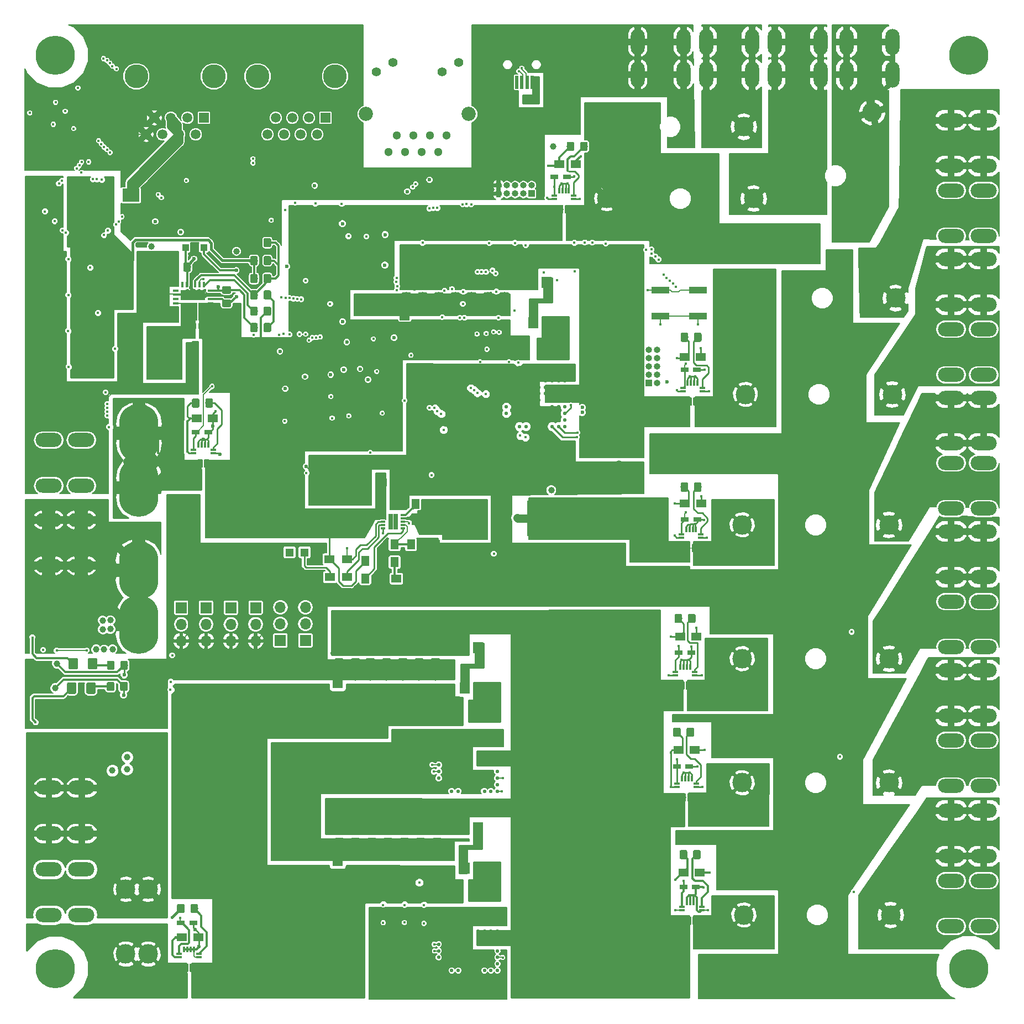
<source format=gbr>
G04 #@! TF.GenerationSoftware,KiCad,Pcbnew,(5.0.2)-1*
G04 #@! TF.CreationDate,2019-05-17T00:02:45-02:30*
G04 #@! TF.ProjectId,LVDC Distribution,4c564443-2044-4697-9374-726962757469,rev?*
G04 #@! TF.SameCoordinates,Original*
G04 #@! TF.FileFunction,Copper,L1,Top*
G04 #@! TF.FilePolarity,Positive*
%FSLAX46Y46*%
G04 Gerber Fmt 4.6, Leading zero omitted, Abs format (unit mm)*
G04 Created by KiCad (PCBNEW (5.0.2)-1) date 5/17/2019 12:02:45 AM*
%MOMM*%
%LPD*%
G01*
G04 APERTURE LIST*
G04 #@! TA.AperFunction,ComponentPad*
%ADD10O,6.000000X9.000000*%
G04 #@! TD*
G04 #@! TA.AperFunction,SMDPad,CuDef*
%ADD11R,2.650000X2.030000*%
G04 #@! TD*
G04 #@! TA.AperFunction,ComponentPad*
%ADD12O,4.000000X2.150000*%
G04 #@! TD*
G04 #@! TA.AperFunction,ComponentPad*
%ADD13O,2.150000X4.000000*%
G04 #@! TD*
G04 #@! TA.AperFunction,Conductor*
%ADD14C,0.100000*%
G04 #@! TD*
G04 #@! TA.AperFunction,SMDPad,CuDef*
%ADD15C,1.150000*%
G04 #@! TD*
G04 #@! TA.AperFunction,SMDPad,CuDef*
%ADD16C,1.425000*%
G04 #@! TD*
G04 #@! TA.AperFunction,SMDPad,CuDef*
%ADD17R,2.000000X1.700000*%
G04 #@! TD*
G04 #@! TA.AperFunction,SMDPad,CuDef*
%ADD18R,0.500000X2.000000*%
G04 #@! TD*
G04 #@! TA.AperFunction,ComponentPad*
%ADD19C,1.408000*%
G04 #@! TD*
G04 #@! TA.AperFunction,ComponentPad*
%ADD20C,2.184400*%
G04 #@! TD*
G04 #@! TA.AperFunction,ComponentPad*
%ADD21C,1.300000*%
G04 #@! TD*
G04 #@! TA.AperFunction,SMDPad,CuDef*
%ADD22R,2.750000X1.000000*%
G04 #@! TD*
G04 #@! TA.AperFunction,BGAPad,CuDef*
%ADD23C,0.550000*%
G04 #@! TD*
G04 #@! TA.AperFunction,SMDPad,CuDef*
%ADD24R,1.100000X1.100000*%
G04 #@! TD*
G04 #@! TA.AperFunction,ComponentPad*
%ADD25O,1.000000X1.000000*%
G04 #@! TD*
G04 #@! TA.AperFunction,ComponentPad*
%ADD26R,1.000000X1.000000*%
G04 #@! TD*
G04 #@! TA.AperFunction,SMDPad,CuDef*
%ADD27R,2.900000X5.400000*%
G04 #@! TD*
G04 #@! TA.AperFunction,SMDPad,CuDef*
%ADD28C,0.800000*%
G04 #@! TD*
G04 #@! TA.AperFunction,SMDPad,CuDef*
%ADD29R,0.850000X0.300000*%
G04 #@! TD*
G04 #@! TA.AperFunction,SMDPad,CuDef*
%ADD30R,0.300000X0.850000*%
G04 #@! TD*
G04 #@! TA.AperFunction,SMDPad,CuDef*
%ADD31R,0.900000X0.300000*%
G04 #@! TD*
G04 #@! TA.AperFunction,SMDPad,CuDef*
%ADD32R,0.300000X0.900000*%
G04 #@! TD*
G04 #@! TA.AperFunction,SMDPad,CuDef*
%ADD33R,3.700000X1.600000*%
G04 #@! TD*
G04 #@! TA.AperFunction,ComponentPad*
%ADD34C,0.350000*%
G04 #@! TD*
G04 #@! TA.AperFunction,SMDPad,CuDef*
%ADD35R,2.200000X2.830000*%
G04 #@! TD*
G04 #@! TA.AperFunction,SMDPad,CuDef*
%ADD36R,0.900000X2.830000*%
G04 #@! TD*
G04 #@! TA.AperFunction,ComponentPad*
%ADD37C,6.000000*%
G04 #@! TD*
G04 #@! TA.AperFunction,SMDPad,CuDef*
%ADD38R,1.200000X0.750000*%
G04 #@! TD*
G04 #@! TA.AperFunction,SMDPad,CuDef*
%ADD39R,1.250000X1.500000*%
G04 #@! TD*
G04 #@! TA.AperFunction,SMDPad,CuDef*
%ADD40R,4.900000X5.400000*%
G04 #@! TD*
G04 #@! TA.AperFunction,SMDPad,CuDef*
%ADD41R,1.500000X1.300000*%
G04 #@! TD*
G04 #@! TA.AperFunction,SMDPad,CuDef*
%ADD42R,1.300000X1.500000*%
G04 #@! TD*
G04 #@! TA.AperFunction,SMDPad,CuDef*
%ADD43R,1.500000X1.250000*%
G04 #@! TD*
G04 #@! TA.AperFunction,SMDPad,CuDef*
%ADD44R,1.600000X2.000000*%
G04 #@! TD*
G04 #@! TA.AperFunction,SMDPad,CuDef*
%ADD45R,1.650000X1.700000*%
G04 #@! TD*
G04 #@! TA.AperFunction,BGAPad,CuDef*
%ADD46C,1.000000*%
G04 #@! TD*
G04 #@! TA.AperFunction,SMDPad,CuDef*
%ADD47R,1.300000X1.300000*%
G04 #@! TD*
G04 #@! TA.AperFunction,SMDPad,CuDef*
%ADD48R,2.000000X1.300000*%
G04 #@! TD*
G04 #@! TA.AperFunction,SMDPad,CuDef*
%ADD49R,0.775000X1.240000*%
G04 #@! TD*
G04 #@! TA.AperFunction,SMDPad,CuDef*
%ADD50R,0.650000X0.300000*%
G04 #@! TD*
G04 #@! TA.AperFunction,SMDPad,CuDef*
%ADD51R,1.250000X1.000000*%
G04 #@! TD*
G04 #@! TA.AperFunction,SMDPad,CuDef*
%ADD52R,1.000000X1.250000*%
G04 #@! TD*
G04 #@! TA.AperFunction,SMDPad,CuDef*
%ADD53R,1.800000X3.500000*%
G04 #@! TD*
G04 #@! TA.AperFunction,SMDPad,CuDef*
%ADD54R,1.600000X1.000000*%
G04 #@! TD*
G04 #@! TA.AperFunction,ComponentPad*
%ADD55C,1.500000*%
G04 #@! TD*
G04 #@! TA.AperFunction,ComponentPad*
%ADD56R,1.500000X1.500000*%
G04 #@! TD*
G04 #@! TA.AperFunction,WasherPad*
%ADD57C,3.650000*%
G04 #@! TD*
G04 #@! TA.AperFunction,ComponentPad*
%ADD58O,1.700000X1.700000*%
G04 #@! TD*
G04 #@! TA.AperFunction,ComponentPad*
%ADD59R,1.700000X1.700000*%
G04 #@! TD*
G04 #@! TA.AperFunction,ComponentPad*
%ADD60C,3.000000*%
G04 #@! TD*
G04 #@! TA.AperFunction,ViaPad*
%ADD61C,0.400000*%
G04 #@! TD*
G04 #@! TA.AperFunction,ViaPad*
%ADD62C,0.600000*%
G04 #@! TD*
G04 #@! TA.AperFunction,ViaPad*
%ADD63C,1.000000*%
G04 #@! TD*
G04 #@! TA.AperFunction,ViaPad*
%ADD64C,0.800000*%
G04 #@! TD*
G04 #@! TA.AperFunction,Conductor*
%ADD65C,0.304800*%
G04 #@! TD*
G04 #@! TA.AperFunction,Conductor*
%ADD66C,0.152400*%
G04 #@! TD*
G04 #@! TA.AperFunction,Conductor*
%ADD67C,0.250000*%
G04 #@! TD*
G04 #@! TA.AperFunction,Conductor*
%ADD68C,0.762000*%
G04 #@! TD*
G04 #@! TA.AperFunction,Conductor*
%ADD69C,0.406400*%
G04 #@! TD*
G04 #@! TA.AperFunction,Conductor*
%ADD70C,1.270000*%
G04 #@! TD*
G04 #@! TA.AperFunction,Conductor*
%ADD71C,0.200000*%
G04 #@! TD*
G04 #@! TA.AperFunction,Conductor*
%ADD72C,0.254000*%
G04 #@! TD*
G04 #@! TA.AperFunction,Conductor*
%ADD73C,0.150000*%
G04 #@! TD*
G04 #@! TA.AperFunction,Conductor*
%ADD74C,0.154000*%
G04 #@! TD*
G04 APERTURE END LIST*
D10*
G04 #@! TO.P,F201,2*
G04 #@! TO.N,Net-(F201-Pad2)*
X67775000Y-83950000D03*
X67775000Y-92280000D03*
G04 #@! TO.P,F201,1*
G04 #@! TO.N,LPBAT_Voltage*
X67775000Y-62920000D03*
X67775000Y-71250000D03*
G04 #@! TD*
D11*
G04 #@! TO.P,F301,1*
G04 #@! TO.N,/Power Outputs/NAP_PoE/NAP_Vin+*
X66590000Y-26500000D03*
G04 #@! TO.P,F301,2*
G04 #@! TO.N,/Power Conversion/LP24V*
X62410000Y-26500000D03*
G04 #@! TD*
D12*
G04 #@! TO.P,J201,1*
G04 #@! TO.N,Net-(D201-Pad1)*
X54005000Y-64000000D03*
X54005000Y-71000000D03*
X59005000Y-71000000D03*
X59005000Y-64000000D03*
G04 #@! TD*
G04 #@! TO.P,J202,1*
G04 #@! TO.N,Net-(F202-Pad2)*
X53995000Y-117250000D03*
X53995000Y-124250000D03*
X58995000Y-124250000D03*
X58995000Y-117250000D03*
G04 #@! TD*
G04 #@! TO.P,J203,1*
G04 #@! TO.N,Net-(D202-Pad1)*
X53995000Y-129750000D03*
X53995000Y-136750000D03*
X58995000Y-136750000D03*
X58995000Y-129750000D03*
G04 #@! TD*
G04 #@! TO.P,J204,1*
G04 #@! TO.N,Net-(F201-Pad2)*
X54005000Y-76250000D03*
X54005000Y-83250000D03*
X59005000Y-83250000D03*
X59005000Y-76250000D03*
G04 #@! TD*
D13*
G04 #@! TO.P,J301,1*
G04 #@! TO.N,Net-(F309-Pad1)*
X183250000Y-2995000D03*
X176250000Y-2995000D03*
X176250000Y-7995000D03*
X183250000Y-7995000D03*
G04 #@! TD*
G04 #@! TO.P,J302,1*
G04 #@! TO.N,Net-(F305-Pad1)*
X172250000Y-2995000D03*
X165250000Y-2995000D03*
X165250000Y-7995000D03*
X172250000Y-7995000D03*
G04 #@! TD*
G04 #@! TO.P,J303,1*
G04 #@! TO.N,Net-(F306-Pad1)*
X161750000Y-2995000D03*
X154750000Y-2995000D03*
X154750000Y-7995000D03*
X161750000Y-7995000D03*
G04 #@! TD*
G04 #@! TO.P,J304,1*
G04 #@! TO.N,GND*
X151250000Y-2995000D03*
X144250000Y-2995000D03*
X144250000Y-7995000D03*
X151250000Y-7995000D03*
G04 #@! TD*
D12*
G04 #@! TO.P,J305,1*
G04 #@! TO.N,Net-(F302-Pad1)*
X197250000Y-64500000D03*
X197250000Y-57500000D03*
X192250000Y-57500000D03*
X192250000Y-64500000D03*
G04 #@! TD*
G04 #@! TO.P,J306,1*
G04 #@! TO.N,GND*
X197250000Y-74500000D03*
X197250000Y-67500000D03*
X192250000Y-67500000D03*
X192250000Y-74500000D03*
G04 #@! TD*
G04 #@! TO.P,J307,1*
G04 #@! TO.N,Net-(F304-Pad1)*
X197250000Y-127750000D03*
X197250000Y-120750000D03*
X192250000Y-120750000D03*
X192250000Y-127750000D03*
G04 #@! TD*
G04 #@! TO.P,J308,1*
G04 #@! TO.N,Net-(J308-Pad1)*
X197250000Y-138500000D03*
X197250000Y-131500000D03*
X192250000Y-131500000D03*
X192250000Y-138500000D03*
G04 #@! TD*
G04 #@! TO.P,J309,1*
G04 #@! TO.N,Net-(F303-Pad1)*
X197250000Y-106250000D03*
X197250000Y-99250000D03*
X192250000Y-99250000D03*
X192250000Y-106250000D03*
G04 #@! TD*
G04 #@! TO.P,J310,1*
G04 #@! TO.N,Net-(J310-Pad1)*
X197250000Y-117000000D03*
X197250000Y-110000000D03*
X192250000Y-110000000D03*
X192250000Y-117000000D03*
G04 #@! TD*
G04 #@! TO.P,J311,1*
G04 #@! TO.N,Net-(F310-Pad1)*
X192250000Y-36250000D03*
X192250000Y-43250000D03*
X197250000Y-43250000D03*
X197250000Y-36250000D03*
G04 #@! TD*
G04 #@! TO.P,J312,1*
G04 #@! TO.N,GND*
X192250000Y-47000000D03*
X192250000Y-54000000D03*
X197250000Y-54000000D03*
X197250000Y-47000000D03*
G04 #@! TD*
G04 #@! TO.P,J313,1*
G04 #@! TO.N,Net-(F308-Pad1)*
X197250000Y-85000000D03*
X197250000Y-78000000D03*
X192250000Y-78000000D03*
X192250000Y-85000000D03*
G04 #@! TD*
G04 #@! TO.P,J314,1*
G04 #@! TO.N,Net-(J314-Pad1)*
X197250000Y-95750000D03*
X197250000Y-88750000D03*
X192250000Y-88750000D03*
X192250000Y-95750000D03*
G04 #@! TD*
G04 #@! TO.P,J315,1*
G04 #@! TO.N,Net-(F307-Pad1)*
X192250000Y-15000000D03*
X192250000Y-22000000D03*
X197250000Y-22000000D03*
X197250000Y-15000000D03*
G04 #@! TD*
G04 #@! TO.P,J316,1*
G04 #@! TO.N,GND*
X192250000Y-25750000D03*
X192250000Y-32750000D03*
X197250000Y-32750000D03*
X197250000Y-25750000D03*
G04 #@! TD*
D14*
G04 #@! TO.N,GND*
G04 #@! TO.C,C701*
G36*
X101474505Y-99676204D02*
X101498773Y-99679804D01*
X101522572Y-99685765D01*
X101545671Y-99694030D01*
X101567850Y-99704520D01*
X101588893Y-99717132D01*
X101608599Y-99731747D01*
X101626777Y-99748223D01*
X101643253Y-99766401D01*
X101657868Y-99786107D01*
X101670480Y-99807150D01*
X101680970Y-99829329D01*
X101689235Y-99852428D01*
X101695196Y-99876227D01*
X101698796Y-99900495D01*
X101700000Y-99924999D01*
X101700000Y-100575001D01*
X101698796Y-100599505D01*
X101695196Y-100623773D01*
X101689235Y-100647572D01*
X101680970Y-100670671D01*
X101670480Y-100692850D01*
X101657868Y-100713893D01*
X101643253Y-100733599D01*
X101626777Y-100751777D01*
X101608599Y-100768253D01*
X101588893Y-100782868D01*
X101567850Y-100795480D01*
X101545671Y-100805970D01*
X101522572Y-100814235D01*
X101498773Y-100820196D01*
X101474505Y-100823796D01*
X101450001Y-100825000D01*
X100549999Y-100825000D01*
X100525495Y-100823796D01*
X100501227Y-100820196D01*
X100477428Y-100814235D01*
X100454329Y-100805970D01*
X100432150Y-100795480D01*
X100411107Y-100782868D01*
X100391401Y-100768253D01*
X100373223Y-100751777D01*
X100356747Y-100733599D01*
X100342132Y-100713893D01*
X100329520Y-100692850D01*
X100319030Y-100670671D01*
X100310765Y-100647572D01*
X100304804Y-100623773D01*
X100301204Y-100599505D01*
X100300000Y-100575001D01*
X100300000Y-99924999D01*
X100301204Y-99900495D01*
X100304804Y-99876227D01*
X100310765Y-99852428D01*
X100319030Y-99829329D01*
X100329520Y-99807150D01*
X100342132Y-99786107D01*
X100356747Y-99766401D01*
X100373223Y-99748223D01*
X100391401Y-99731747D01*
X100411107Y-99717132D01*
X100432150Y-99704520D01*
X100454329Y-99694030D01*
X100477428Y-99685765D01*
X100501227Y-99679804D01*
X100525495Y-99676204D01*
X100549999Y-99675000D01*
X101450001Y-99675000D01*
X101474505Y-99676204D01*
X101474505Y-99676204D01*
G37*
D15*
G04 #@! TD*
G04 #@! TO.P,C701,2*
G04 #@! TO.N,GND*
X101000000Y-100250000D03*
D14*
G04 #@! TO.N,/Inputs and Fusing/HP_Vin+*
G04 #@! TO.C,C701*
G36*
X101474505Y-101726204D02*
X101498773Y-101729804D01*
X101522572Y-101735765D01*
X101545671Y-101744030D01*
X101567850Y-101754520D01*
X101588893Y-101767132D01*
X101608599Y-101781747D01*
X101626777Y-101798223D01*
X101643253Y-101816401D01*
X101657868Y-101836107D01*
X101670480Y-101857150D01*
X101680970Y-101879329D01*
X101689235Y-101902428D01*
X101695196Y-101926227D01*
X101698796Y-101950495D01*
X101700000Y-101974999D01*
X101700000Y-102625001D01*
X101698796Y-102649505D01*
X101695196Y-102673773D01*
X101689235Y-102697572D01*
X101680970Y-102720671D01*
X101670480Y-102742850D01*
X101657868Y-102763893D01*
X101643253Y-102783599D01*
X101626777Y-102801777D01*
X101608599Y-102818253D01*
X101588893Y-102832868D01*
X101567850Y-102845480D01*
X101545671Y-102855970D01*
X101522572Y-102864235D01*
X101498773Y-102870196D01*
X101474505Y-102873796D01*
X101450001Y-102875000D01*
X100549999Y-102875000D01*
X100525495Y-102873796D01*
X100501227Y-102870196D01*
X100477428Y-102864235D01*
X100454329Y-102855970D01*
X100432150Y-102845480D01*
X100411107Y-102832868D01*
X100391401Y-102818253D01*
X100373223Y-102801777D01*
X100356747Y-102783599D01*
X100342132Y-102763893D01*
X100329520Y-102742850D01*
X100319030Y-102720671D01*
X100310765Y-102697572D01*
X100304804Y-102673773D01*
X100301204Y-102649505D01*
X100300000Y-102625001D01*
X100300000Y-101974999D01*
X100301204Y-101950495D01*
X100304804Y-101926227D01*
X100310765Y-101902428D01*
X100319030Y-101879329D01*
X100329520Y-101857150D01*
X100342132Y-101836107D01*
X100356747Y-101816401D01*
X100373223Y-101798223D01*
X100391401Y-101781747D01*
X100411107Y-101767132D01*
X100432150Y-101754520D01*
X100454329Y-101744030D01*
X100477428Y-101735765D01*
X100501227Y-101729804D01*
X100525495Y-101726204D01*
X100549999Y-101725000D01*
X101450001Y-101725000D01*
X101474505Y-101726204D01*
X101474505Y-101726204D01*
G37*
D15*
G04 #@! TD*
G04 #@! TO.P,C701,1*
G04 #@! TO.N,/Inputs and Fusing/HP_Vin+*
X101000000Y-102300000D03*
D14*
G04 #@! TO.N,GND*
G04 #@! TO.C,C702*
G36*
X101474505Y-127176204D02*
X101498773Y-127179804D01*
X101522572Y-127185765D01*
X101545671Y-127194030D01*
X101567850Y-127204520D01*
X101588893Y-127217132D01*
X101608599Y-127231747D01*
X101626777Y-127248223D01*
X101643253Y-127266401D01*
X101657868Y-127286107D01*
X101670480Y-127307150D01*
X101680970Y-127329329D01*
X101689235Y-127352428D01*
X101695196Y-127376227D01*
X101698796Y-127400495D01*
X101700000Y-127424999D01*
X101700000Y-128075001D01*
X101698796Y-128099505D01*
X101695196Y-128123773D01*
X101689235Y-128147572D01*
X101680970Y-128170671D01*
X101670480Y-128192850D01*
X101657868Y-128213893D01*
X101643253Y-128233599D01*
X101626777Y-128251777D01*
X101608599Y-128268253D01*
X101588893Y-128282868D01*
X101567850Y-128295480D01*
X101545671Y-128305970D01*
X101522572Y-128314235D01*
X101498773Y-128320196D01*
X101474505Y-128323796D01*
X101450001Y-128325000D01*
X100549999Y-128325000D01*
X100525495Y-128323796D01*
X100501227Y-128320196D01*
X100477428Y-128314235D01*
X100454329Y-128305970D01*
X100432150Y-128295480D01*
X100411107Y-128282868D01*
X100391401Y-128268253D01*
X100373223Y-128251777D01*
X100356747Y-128233599D01*
X100342132Y-128213893D01*
X100329520Y-128192850D01*
X100319030Y-128170671D01*
X100310765Y-128147572D01*
X100304804Y-128123773D01*
X100301204Y-128099505D01*
X100300000Y-128075001D01*
X100300000Y-127424999D01*
X100301204Y-127400495D01*
X100304804Y-127376227D01*
X100310765Y-127352428D01*
X100319030Y-127329329D01*
X100329520Y-127307150D01*
X100342132Y-127286107D01*
X100356747Y-127266401D01*
X100373223Y-127248223D01*
X100391401Y-127231747D01*
X100411107Y-127217132D01*
X100432150Y-127204520D01*
X100454329Y-127194030D01*
X100477428Y-127185765D01*
X100501227Y-127179804D01*
X100525495Y-127176204D01*
X100549999Y-127175000D01*
X101450001Y-127175000D01*
X101474505Y-127176204D01*
X101474505Y-127176204D01*
G37*
D15*
G04 #@! TD*
G04 #@! TO.P,C702,2*
G04 #@! TO.N,GND*
X101000000Y-127750000D03*
D14*
G04 #@! TO.N,/Inputs and Fusing/HP_Vin+*
G04 #@! TO.C,C702*
G36*
X101474505Y-129226204D02*
X101498773Y-129229804D01*
X101522572Y-129235765D01*
X101545671Y-129244030D01*
X101567850Y-129254520D01*
X101588893Y-129267132D01*
X101608599Y-129281747D01*
X101626777Y-129298223D01*
X101643253Y-129316401D01*
X101657868Y-129336107D01*
X101670480Y-129357150D01*
X101680970Y-129379329D01*
X101689235Y-129402428D01*
X101695196Y-129426227D01*
X101698796Y-129450495D01*
X101700000Y-129474999D01*
X101700000Y-130125001D01*
X101698796Y-130149505D01*
X101695196Y-130173773D01*
X101689235Y-130197572D01*
X101680970Y-130220671D01*
X101670480Y-130242850D01*
X101657868Y-130263893D01*
X101643253Y-130283599D01*
X101626777Y-130301777D01*
X101608599Y-130318253D01*
X101588893Y-130332868D01*
X101567850Y-130345480D01*
X101545671Y-130355970D01*
X101522572Y-130364235D01*
X101498773Y-130370196D01*
X101474505Y-130373796D01*
X101450001Y-130375000D01*
X100549999Y-130375000D01*
X100525495Y-130373796D01*
X100501227Y-130370196D01*
X100477428Y-130364235D01*
X100454329Y-130355970D01*
X100432150Y-130345480D01*
X100411107Y-130332868D01*
X100391401Y-130318253D01*
X100373223Y-130301777D01*
X100356747Y-130283599D01*
X100342132Y-130263893D01*
X100329520Y-130242850D01*
X100319030Y-130220671D01*
X100310765Y-130197572D01*
X100304804Y-130173773D01*
X100301204Y-130149505D01*
X100300000Y-130125001D01*
X100300000Y-129474999D01*
X100301204Y-129450495D01*
X100304804Y-129426227D01*
X100310765Y-129402428D01*
X100319030Y-129379329D01*
X100329520Y-129357150D01*
X100342132Y-129336107D01*
X100356747Y-129316401D01*
X100373223Y-129298223D01*
X100391401Y-129281747D01*
X100411107Y-129267132D01*
X100432150Y-129254520D01*
X100454329Y-129244030D01*
X100477428Y-129235765D01*
X100501227Y-129229804D01*
X100525495Y-129226204D01*
X100549999Y-129225000D01*
X101450001Y-129225000D01*
X101474505Y-129226204D01*
X101474505Y-129226204D01*
G37*
D15*
G04 #@! TD*
G04 #@! TO.P,C702,1*
G04 #@! TO.N,/Inputs and Fusing/HP_Vin+*
X101000000Y-129800000D03*
D14*
G04 #@! TO.N,/Inputs and Fusing/LP_Vin+*
G04 #@! TO.C,C703*
G36*
X111774505Y-45601204D02*
X111798773Y-45604804D01*
X111822572Y-45610765D01*
X111845671Y-45619030D01*
X111867850Y-45629520D01*
X111888893Y-45642132D01*
X111908599Y-45656747D01*
X111926777Y-45673223D01*
X111943253Y-45691401D01*
X111957868Y-45711107D01*
X111970480Y-45732150D01*
X111980970Y-45754329D01*
X111989235Y-45777428D01*
X111995196Y-45801227D01*
X111998796Y-45825495D01*
X112000000Y-45849999D01*
X112000000Y-46500001D01*
X111998796Y-46524505D01*
X111995196Y-46548773D01*
X111989235Y-46572572D01*
X111980970Y-46595671D01*
X111970480Y-46617850D01*
X111957868Y-46638893D01*
X111943253Y-46658599D01*
X111926777Y-46676777D01*
X111908599Y-46693253D01*
X111888893Y-46707868D01*
X111867850Y-46720480D01*
X111845671Y-46730970D01*
X111822572Y-46739235D01*
X111798773Y-46745196D01*
X111774505Y-46748796D01*
X111750001Y-46750000D01*
X110849999Y-46750000D01*
X110825495Y-46748796D01*
X110801227Y-46745196D01*
X110777428Y-46739235D01*
X110754329Y-46730970D01*
X110732150Y-46720480D01*
X110711107Y-46707868D01*
X110691401Y-46693253D01*
X110673223Y-46676777D01*
X110656747Y-46658599D01*
X110642132Y-46638893D01*
X110629520Y-46617850D01*
X110619030Y-46595671D01*
X110610765Y-46572572D01*
X110604804Y-46548773D01*
X110601204Y-46524505D01*
X110600000Y-46500001D01*
X110600000Y-45849999D01*
X110601204Y-45825495D01*
X110604804Y-45801227D01*
X110610765Y-45777428D01*
X110619030Y-45754329D01*
X110629520Y-45732150D01*
X110642132Y-45711107D01*
X110656747Y-45691401D01*
X110673223Y-45673223D01*
X110691401Y-45656747D01*
X110711107Y-45642132D01*
X110732150Y-45629520D01*
X110754329Y-45619030D01*
X110777428Y-45610765D01*
X110801227Y-45604804D01*
X110825495Y-45601204D01*
X110849999Y-45600000D01*
X111750001Y-45600000D01*
X111774505Y-45601204D01*
X111774505Y-45601204D01*
G37*
D15*
G04 #@! TD*
G04 #@! TO.P,C703,1*
G04 #@! TO.N,/Inputs and Fusing/LP_Vin+*
X111300000Y-46175000D03*
D14*
G04 #@! TO.N,GND*
G04 #@! TO.C,C703*
G36*
X111774505Y-43551204D02*
X111798773Y-43554804D01*
X111822572Y-43560765D01*
X111845671Y-43569030D01*
X111867850Y-43579520D01*
X111888893Y-43592132D01*
X111908599Y-43606747D01*
X111926777Y-43623223D01*
X111943253Y-43641401D01*
X111957868Y-43661107D01*
X111970480Y-43682150D01*
X111980970Y-43704329D01*
X111989235Y-43727428D01*
X111995196Y-43751227D01*
X111998796Y-43775495D01*
X112000000Y-43799999D01*
X112000000Y-44450001D01*
X111998796Y-44474505D01*
X111995196Y-44498773D01*
X111989235Y-44522572D01*
X111980970Y-44545671D01*
X111970480Y-44567850D01*
X111957868Y-44588893D01*
X111943253Y-44608599D01*
X111926777Y-44626777D01*
X111908599Y-44643253D01*
X111888893Y-44657868D01*
X111867850Y-44670480D01*
X111845671Y-44680970D01*
X111822572Y-44689235D01*
X111798773Y-44695196D01*
X111774505Y-44698796D01*
X111750001Y-44700000D01*
X110849999Y-44700000D01*
X110825495Y-44698796D01*
X110801227Y-44695196D01*
X110777428Y-44689235D01*
X110754329Y-44680970D01*
X110732150Y-44670480D01*
X110711107Y-44657868D01*
X110691401Y-44643253D01*
X110673223Y-44626777D01*
X110656747Y-44608599D01*
X110642132Y-44588893D01*
X110629520Y-44567850D01*
X110619030Y-44545671D01*
X110610765Y-44522572D01*
X110604804Y-44498773D01*
X110601204Y-44474505D01*
X110600000Y-44450001D01*
X110600000Y-43799999D01*
X110601204Y-43775495D01*
X110604804Y-43751227D01*
X110610765Y-43727428D01*
X110619030Y-43704329D01*
X110629520Y-43682150D01*
X110642132Y-43661107D01*
X110656747Y-43641401D01*
X110673223Y-43623223D01*
X110691401Y-43606747D01*
X110711107Y-43592132D01*
X110732150Y-43579520D01*
X110754329Y-43569030D01*
X110777428Y-43560765D01*
X110801227Y-43554804D01*
X110825495Y-43551204D01*
X110849999Y-43550000D01*
X111750001Y-43550000D01*
X111774505Y-43551204D01*
X111774505Y-43551204D01*
G37*
D15*
G04 #@! TD*
G04 #@! TO.P,C703,2*
G04 #@! TO.N,GND*
X111300000Y-44125000D03*
D14*
G04 #@! TO.N,/Inputs and Fusing/HP_Vin+*
G04 #@! TO.C,C705*
G36*
X103724505Y-101726204D02*
X103748773Y-101729804D01*
X103772572Y-101735765D01*
X103795671Y-101744030D01*
X103817850Y-101754520D01*
X103838893Y-101767132D01*
X103858599Y-101781747D01*
X103876777Y-101798223D01*
X103893253Y-101816401D01*
X103907868Y-101836107D01*
X103920480Y-101857150D01*
X103930970Y-101879329D01*
X103939235Y-101902428D01*
X103945196Y-101926227D01*
X103948796Y-101950495D01*
X103950000Y-101974999D01*
X103950000Y-102625001D01*
X103948796Y-102649505D01*
X103945196Y-102673773D01*
X103939235Y-102697572D01*
X103930970Y-102720671D01*
X103920480Y-102742850D01*
X103907868Y-102763893D01*
X103893253Y-102783599D01*
X103876777Y-102801777D01*
X103858599Y-102818253D01*
X103838893Y-102832868D01*
X103817850Y-102845480D01*
X103795671Y-102855970D01*
X103772572Y-102864235D01*
X103748773Y-102870196D01*
X103724505Y-102873796D01*
X103700001Y-102875000D01*
X102799999Y-102875000D01*
X102775495Y-102873796D01*
X102751227Y-102870196D01*
X102727428Y-102864235D01*
X102704329Y-102855970D01*
X102682150Y-102845480D01*
X102661107Y-102832868D01*
X102641401Y-102818253D01*
X102623223Y-102801777D01*
X102606747Y-102783599D01*
X102592132Y-102763893D01*
X102579520Y-102742850D01*
X102569030Y-102720671D01*
X102560765Y-102697572D01*
X102554804Y-102673773D01*
X102551204Y-102649505D01*
X102550000Y-102625001D01*
X102550000Y-101974999D01*
X102551204Y-101950495D01*
X102554804Y-101926227D01*
X102560765Y-101902428D01*
X102569030Y-101879329D01*
X102579520Y-101857150D01*
X102592132Y-101836107D01*
X102606747Y-101816401D01*
X102623223Y-101798223D01*
X102641401Y-101781747D01*
X102661107Y-101767132D01*
X102682150Y-101754520D01*
X102704329Y-101744030D01*
X102727428Y-101735765D01*
X102751227Y-101729804D01*
X102775495Y-101726204D01*
X102799999Y-101725000D01*
X103700001Y-101725000D01*
X103724505Y-101726204D01*
X103724505Y-101726204D01*
G37*
D15*
G04 #@! TD*
G04 #@! TO.P,C705,1*
G04 #@! TO.N,/Inputs and Fusing/HP_Vin+*
X103250000Y-102300000D03*
D14*
G04 #@! TO.N,GND*
G04 #@! TO.C,C705*
G36*
X103724505Y-99676204D02*
X103748773Y-99679804D01*
X103772572Y-99685765D01*
X103795671Y-99694030D01*
X103817850Y-99704520D01*
X103838893Y-99717132D01*
X103858599Y-99731747D01*
X103876777Y-99748223D01*
X103893253Y-99766401D01*
X103907868Y-99786107D01*
X103920480Y-99807150D01*
X103930970Y-99829329D01*
X103939235Y-99852428D01*
X103945196Y-99876227D01*
X103948796Y-99900495D01*
X103950000Y-99924999D01*
X103950000Y-100575001D01*
X103948796Y-100599505D01*
X103945196Y-100623773D01*
X103939235Y-100647572D01*
X103930970Y-100670671D01*
X103920480Y-100692850D01*
X103907868Y-100713893D01*
X103893253Y-100733599D01*
X103876777Y-100751777D01*
X103858599Y-100768253D01*
X103838893Y-100782868D01*
X103817850Y-100795480D01*
X103795671Y-100805970D01*
X103772572Y-100814235D01*
X103748773Y-100820196D01*
X103724505Y-100823796D01*
X103700001Y-100825000D01*
X102799999Y-100825000D01*
X102775495Y-100823796D01*
X102751227Y-100820196D01*
X102727428Y-100814235D01*
X102704329Y-100805970D01*
X102682150Y-100795480D01*
X102661107Y-100782868D01*
X102641401Y-100768253D01*
X102623223Y-100751777D01*
X102606747Y-100733599D01*
X102592132Y-100713893D01*
X102579520Y-100692850D01*
X102569030Y-100670671D01*
X102560765Y-100647572D01*
X102554804Y-100623773D01*
X102551204Y-100599505D01*
X102550000Y-100575001D01*
X102550000Y-99924999D01*
X102551204Y-99900495D01*
X102554804Y-99876227D01*
X102560765Y-99852428D01*
X102569030Y-99829329D01*
X102579520Y-99807150D01*
X102592132Y-99786107D01*
X102606747Y-99766401D01*
X102623223Y-99748223D01*
X102641401Y-99731747D01*
X102661107Y-99717132D01*
X102682150Y-99704520D01*
X102704329Y-99694030D01*
X102727428Y-99685765D01*
X102751227Y-99679804D01*
X102775495Y-99676204D01*
X102799999Y-99675000D01*
X103700001Y-99675000D01*
X103724505Y-99676204D01*
X103724505Y-99676204D01*
G37*
D15*
G04 #@! TD*
G04 #@! TO.P,C705,2*
G04 #@! TO.N,GND*
X103250000Y-100250000D03*
D14*
G04 #@! TO.N,/Inputs and Fusing/HP_Vin+*
G04 #@! TO.C,C706*
G36*
X103974505Y-129226204D02*
X103998773Y-129229804D01*
X104022572Y-129235765D01*
X104045671Y-129244030D01*
X104067850Y-129254520D01*
X104088893Y-129267132D01*
X104108599Y-129281747D01*
X104126777Y-129298223D01*
X104143253Y-129316401D01*
X104157868Y-129336107D01*
X104170480Y-129357150D01*
X104180970Y-129379329D01*
X104189235Y-129402428D01*
X104195196Y-129426227D01*
X104198796Y-129450495D01*
X104200000Y-129474999D01*
X104200000Y-130125001D01*
X104198796Y-130149505D01*
X104195196Y-130173773D01*
X104189235Y-130197572D01*
X104180970Y-130220671D01*
X104170480Y-130242850D01*
X104157868Y-130263893D01*
X104143253Y-130283599D01*
X104126777Y-130301777D01*
X104108599Y-130318253D01*
X104088893Y-130332868D01*
X104067850Y-130345480D01*
X104045671Y-130355970D01*
X104022572Y-130364235D01*
X103998773Y-130370196D01*
X103974505Y-130373796D01*
X103950001Y-130375000D01*
X103049999Y-130375000D01*
X103025495Y-130373796D01*
X103001227Y-130370196D01*
X102977428Y-130364235D01*
X102954329Y-130355970D01*
X102932150Y-130345480D01*
X102911107Y-130332868D01*
X102891401Y-130318253D01*
X102873223Y-130301777D01*
X102856747Y-130283599D01*
X102842132Y-130263893D01*
X102829520Y-130242850D01*
X102819030Y-130220671D01*
X102810765Y-130197572D01*
X102804804Y-130173773D01*
X102801204Y-130149505D01*
X102800000Y-130125001D01*
X102800000Y-129474999D01*
X102801204Y-129450495D01*
X102804804Y-129426227D01*
X102810765Y-129402428D01*
X102819030Y-129379329D01*
X102829520Y-129357150D01*
X102842132Y-129336107D01*
X102856747Y-129316401D01*
X102873223Y-129298223D01*
X102891401Y-129281747D01*
X102911107Y-129267132D01*
X102932150Y-129254520D01*
X102954329Y-129244030D01*
X102977428Y-129235765D01*
X103001227Y-129229804D01*
X103025495Y-129226204D01*
X103049999Y-129225000D01*
X103950001Y-129225000D01*
X103974505Y-129226204D01*
X103974505Y-129226204D01*
G37*
D15*
G04 #@! TD*
G04 #@! TO.P,C706,1*
G04 #@! TO.N,/Inputs and Fusing/HP_Vin+*
X103500000Y-129800000D03*
D14*
G04 #@! TO.N,GND*
G04 #@! TO.C,C706*
G36*
X103974505Y-127176204D02*
X103998773Y-127179804D01*
X104022572Y-127185765D01*
X104045671Y-127194030D01*
X104067850Y-127204520D01*
X104088893Y-127217132D01*
X104108599Y-127231747D01*
X104126777Y-127248223D01*
X104143253Y-127266401D01*
X104157868Y-127286107D01*
X104170480Y-127307150D01*
X104180970Y-127329329D01*
X104189235Y-127352428D01*
X104195196Y-127376227D01*
X104198796Y-127400495D01*
X104200000Y-127424999D01*
X104200000Y-128075001D01*
X104198796Y-128099505D01*
X104195196Y-128123773D01*
X104189235Y-128147572D01*
X104180970Y-128170671D01*
X104170480Y-128192850D01*
X104157868Y-128213893D01*
X104143253Y-128233599D01*
X104126777Y-128251777D01*
X104108599Y-128268253D01*
X104088893Y-128282868D01*
X104067850Y-128295480D01*
X104045671Y-128305970D01*
X104022572Y-128314235D01*
X103998773Y-128320196D01*
X103974505Y-128323796D01*
X103950001Y-128325000D01*
X103049999Y-128325000D01*
X103025495Y-128323796D01*
X103001227Y-128320196D01*
X102977428Y-128314235D01*
X102954329Y-128305970D01*
X102932150Y-128295480D01*
X102911107Y-128282868D01*
X102891401Y-128268253D01*
X102873223Y-128251777D01*
X102856747Y-128233599D01*
X102842132Y-128213893D01*
X102829520Y-128192850D01*
X102819030Y-128170671D01*
X102810765Y-128147572D01*
X102804804Y-128123773D01*
X102801204Y-128099505D01*
X102800000Y-128075001D01*
X102800000Y-127424999D01*
X102801204Y-127400495D01*
X102804804Y-127376227D01*
X102810765Y-127352428D01*
X102819030Y-127329329D01*
X102829520Y-127307150D01*
X102842132Y-127286107D01*
X102856747Y-127266401D01*
X102873223Y-127248223D01*
X102891401Y-127231747D01*
X102911107Y-127217132D01*
X102932150Y-127204520D01*
X102954329Y-127194030D01*
X102977428Y-127185765D01*
X103001227Y-127179804D01*
X103025495Y-127176204D01*
X103049999Y-127175000D01*
X103950001Y-127175000D01*
X103974505Y-127176204D01*
X103974505Y-127176204D01*
G37*
D15*
G04 #@! TD*
G04 #@! TO.P,C706,2*
G04 #@! TO.N,GND*
X103500000Y-127750000D03*
D14*
G04 #@! TO.N,GND*
G04 #@! TO.C,C707*
G36*
X114274505Y-43576204D02*
X114298773Y-43579804D01*
X114322572Y-43585765D01*
X114345671Y-43594030D01*
X114367850Y-43604520D01*
X114388893Y-43617132D01*
X114408599Y-43631747D01*
X114426777Y-43648223D01*
X114443253Y-43666401D01*
X114457868Y-43686107D01*
X114470480Y-43707150D01*
X114480970Y-43729329D01*
X114489235Y-43752428D01*
X114495196Y-43776227D01*
X114498796Y-43800495D01*
X114500000Y-43824999D01*
X114500000Y-44475001D01*
X114498796Y-44499505D01*
X114495196Y-44523773D01*
X114489235Y-44547572D01*
X114480970Y-44570671D01*
X114470480Y-44592850D01*
X114457868Y-44613893D01*
X114443253Y-44633599D01*
X114426777Y-44651777D01*
X114408599Y-44668253D01*
X114388893Y-44682868D01*
X114367850Y-44695480D01*
X114345671Y-44705970D01*
X114322572Y-44714235D01*
X114298773Y-44720196D01*
X114274505Y-44723796D01*
X114250001Y-44725000D01*
X113349999Y-44725000D01*
X113325495Y-44723796D01*
X113301227Y-44720196D01*
X113277428Y-44714235D01*
X113254329Y-44705970D01*
X113232150Y-44695480D01*
X113211107Y-44682868D01*
X113191401Y-44668253D01*
X113173223Y-44651777D01*
X113156747Y-44633599D01*
X113142132Y-44613893D01*
X113129520Y-44592850D01*
X113119030Y-44570671D01*
X113110765Y-44547572D01*
X113104804Y-44523773D01*
X113101204Y-44499505D01*
X113100000Y-44475001D01*
X113100000Y-43824999D01*
X113101204Y-43800495D01*
X113104804Y-43776227D01*
X113110765Y-43752428D01*
X113119030Y-43729329D01*
X113129520Y-43707150D01*
X113142132Y-43686107D01*
X113156747Y-43666401D01*
X113173223Y-43648223D01*
X113191401Y-43631747D01*
X113211107Y-43617132D01*
X113232150Y-43604520D01*
X113254329Y-43594030D01*
X113277428Y-43585765D01*
X113301227Y-43579804D01*
X113325495Y-43576204D01*
X113349999Y-43575000D01*
X114250001Y-43575000D01*
X114274505Y-43576204D01*
X114274505Y-43576204D01*
G37*
D15*
G04 #@! TD*
G04 #@! TO.P,C707,2*
G04 #@! TO.N,GND*
X113800000Y-44150000D03*
D14*
G04 #@! TO.N,/Inputs and Fusing/LP_Vin+*
G04 #@! TO.C,C707*
G36*
X114274505Y-45626204D02*
X114298773Y-45629804D01*
X114322572Y-45635765D01*
X114345671Y-45644030D01*
X114367850Y-45654520D01*
X114388893Y-45667132D01*
X114408599Y-45681747D01*
X114426777Y-45698223D01*
X114443253Y-45716401D01*
X114457868Y-45736107D01*
X114470480Y-45757150D01*
X114480970Y-45779329D01*
X114489235Y-45802428D01*
X114495196Y-45826227D01*
X114498796Y-45850495D01*
X114500000Y-45874999D01*
X114500000Y-46525001D01*
X114498796Y-46549505D01*
X114495196Y-46573773D01*
X114489235Y-46597572D01*
X114480970Y-46620671D01*
X114470480Y-46642850D01*
X114457868Y-46663893D01*
X114443253Y-46683599D01*
X114426777Y-46701777D01*
X114408599Y-46718253D01*
X114388893Y-46732868D01*
X114367850Y-46745480D01*
X114345671Y-46755970D01*
X114322572Y-46764235D01*
X114298773Y-46770196D01*
X114274505Y-46773796D01*
X114250001Y-46775000D01*
X113349999Y-46775000D01*
X113325495Y-46773796D01*
X113301227Y-46770196D01*
X113277428Y-46764235D01*
X113254329Y-46755970D01*
X113232150Y-46745480D01*
X113211107Y-46732868D01*
X113191401Y-46718253D01*
X113173223Y-46701777D01*
X113156747Y-46683599D01*
X113142132Y-46663893D01*
X113129520Y-46642850D01*
X113119030Y-46620671D01*
X113110765Y-46597572D01*
X113104804Y-46573773D01*
X113101204Y-46549505D01*
X113100000Y-46525001D01*
X113100000Y-45874999D01*
X113101204Y-45850495D01*
X113104804Y-45826227D01*
X113110765Y-45802428D01*
X113119030Y-45779329D01*
X113129520Y-45757150D01*
X113142132Y-45736107D01*
X113156747Y-45716401D01*
X113173223Y-45698223D01*
X113191401Y-45681747D01*
X113211107Y-45667132D01*
X113232150Y-45654520D01*
X113254329Y-45644030D01*
X113277428Y-45635765D01*
X113301227Y-45629804D01*
X113325495Y-45626204D01*
X113349999Y-45625000D01*
X114250001Y-45625000D01*
X114274505Y-45626204D01*
X114274505Y-45626204D01*
G37*
D15*
G04 #@! TD*
G04 #@! TO.P,C707,1*
G04 #@! TO.N,/Inputs and Fusing/LP_Vin+*
X113800000Y-46200000D03*
D14*
G04 #@! TO.N,/Inputs and Fusing/HP_Vin+*
G04 #@! TO.C,C709*
G36*
X106224505Y-101726204D02*
X106248773Y-101729804D01*
X106272572Y-101735765D01*
X106295671Y-101744030D01*
X106317850Y-101754520D01*
X106338893Y-101767132D01*
X106358599Y-101781747D01*
X106376777Y-101798223D01*
X106393253Y-101816401D01*
X106407868Y-101836107D01*
X106420480Y-101857150D01*
X106430970Y-101879329D01*
X106439235Y-101902428D01*
X106445196Y-101926227D01*
X106448796Y-101950495D01*
X106450000Y-101974999D01*
X106450000Y-102625001D01*
X106448796Y-102649505D01*
X106445196Y-102673773D01*
X106439235Y-102697572D01*
X106430970Y-102720671D01*
X106420480Y-102742850D01*
X106407868Y-102763893D01*
X106393253Y-102783599D01*
X106376777Y-102801777D01*
X106358599Y-102818253D01*
X106338893Y-102832868D01*
X106317850Y-102845480D01*
X106295671Y-102855970D01*
X106272572Y-102864235D01*
X106248773Y-102870196D01*
X106224505Y-102873796D01*
X106200001Y-102875000D01*
X105299999Y-102875000D01*
X105275495Y-102873796D01*
X105251227Y-102870196D01*
X105227428Y-102864235D01*
X105204329Y-102855970D01*
X105182150Y-102845480D01*
X105161107Y-102832868D01*
X105141401Y-102818253D01*
X105123223Y-102801777D01*
X105106747Y-102783599D01*
X105092132Y-102763893D01*
X105079520Y-102742850D01*
X105069030Y-102720671D01*
X105060765Y-102697572D01*
X105054804Y-102673773D01*
X105051204Y-102649505D01*
X105050000Y-102625001D01*
X105050000Y-101974999D01*
X105051204Y-101950495D01*
X105054804Y-101926227D01*
X105060765Y-101902428D01*
X105069030Y-101879329D01*
X105079520Y-101857150D01*
X105092132Y-101836107D01*
X105106747Y-101816401D01*
X105123223Y-101798223D01*
X105141401Y-101781747D01*
X105161107Y-101767132D01*
X105182150Y-101754520D01*
X105204329Y-101744030D01*
X105227428Y-101735765D01*
X105251227Y-101729804D01*
X105275495Y-101726204D01*
X105299999Y-101725000D01*
X106200001Y-101725000D01*
X106224505Y-101726204D01*
X106224505Y-101726204D01*
G37*
D15*
G04 #@! TD*
G04 #@! TO.P,C709,1*
G04 #@! TO.N,/Inputs and Fusing/HP_Vin+*
X105750000Y-102300000D03*
D14*
G04 #@! TO.N,GND*
G04 #@! TO.C,C709*
G36*
X106224505Y-99676204D02*
X106248773Y-99679804D01*
X106272572Y-99685765D01*
X106295671Y-99694030D01*
X106317850Y-99704520D01*
X106338893Y-99717132D01*
X106358599Y-99731747D01*
X106376777Y-99748223D01*
X106393253Y-99766401D01*
X106407868Y-99786107D01*
X106420480Y-99807150D01*
X106430970Y-99829329D01*
X106439235Y-99852428D01*
X106445196Y-99876227D01*
X106448796Y-99900495D01*
X106450000Y-99924999D01*
X106450000Y-100575001D01*
X106448796Y-100599505D01*
X106445196Y-100623773D01*
X106439235Y-100647572D01*
X106430970Y-100670671D01*
X106420480Y-100692850D01*
X106407868Y-100713893D01*
X106393253Y-100733599D01*
X106376777Y-100751777D01*
X106358599Y-100768253D01*
X106338893Y-100782868D01*
X106317850Y-100795480D01*
X106295671Y-100805970D01*
X106272572Y-100814235D01*
X106248773Y-100820196D01*
X106224505Y-100823796D01*
X106200001Y-100825000D01*
X105299999Y-100825000D01*
X105275495Y-100823796D01*
X105251227Y-100820196D01*
X105227428Y-100814235D01*
X105204329Y-100805970D01*
X105182150Y-100795480D01*
X105161107Y-100782868D01*
X105141401Y-100768253D01*
X105123223Y-100751777D01*
X105106747Y-100733599D01*
X105092132Y-100713893D01*
X105079520Y-100692850D01*
X105069030Y-100670671D01*
X105060765Y-100647572D01*
X105054804Y-100623773D01*
X105051204Y-100599505D01*
X105050000Y-100575001D01*
X105050000Y-99924999D01*
X105051204Y-99900495D01*
X105054804Y-99876227D01*
X105060765Y-99852428D01*
X105069030Y-99829329D01*
X105079520Y-99807150D01*
X105092132Y-99786107D01*
X105106747Y-99766401D01*
X105123223Y-99748223D01*
X105141401Y-99731747D01*
X105161107Y-99717132D01*
X105182150Y-99704520D01*
X105204329Y-99694030D01*
X105227428Y-99685765D01*
X105251227Y-99679804D01*
X105275495Y-99676204D01*
X105299999Y-99675000D01*
X106200001Y-99675000D01*
X106224505Y-99676204D01*
X106224505Y-99676204D01*
G37*
D15*
G04 #@! TD*
G04 #@! TO.P,C709,2*
G04 #@! TO.N,GND*
X105750000Y-100250000D03*
D14*
G04 #@! TO.N,GND*
G04 #@! TO.C,C710*
G36*
X106474505Y-127176204D02*
X106498773Y-127179804D01*
X106522572Y-127185765D01*
X106545671Y-127194030D01*
X106567850Y-127204520D01*
X106588893Y-127217132D01*
X106608599Y-127231747D01*
X106626777Y-127248223D01*
X106643253Y-127266401D01*
X106657868Y-127286107D01*
X106670480Y-127307150D01*
X106680970Y-127329329D01*
X106689235Y-127352428D01*
X106695196Y-127376227D01*
X106698796Y-127400495D01*
X106700000Y-127424999D01*
X106700000Y-128075001D01*
X106698796Y-128099505D01*
X106695196Y-128123773D01*
X106689235Y-128147572D01*
X106680970Y-128170671D01*
X106670480Y-128192850D01*
X106657868Y-128213893D01*
X106643253Y-128233599D01*
X106626777Y-128251777D01*
X106608599Y-128268253D01*
X106588893Y-128282868D01*
X106567850Y-128295480D01*
X106545671Y-128305970D01*
X106522572Y-128314235D01*
X106498773Y-128320196D01*
X106474505Y-128323796D01*
X106450001Y-128325000D01*
X105549999Y-128325000D01*
X105525495Y-128323796D01*
X105501227Y-128320196D01*
X105477428Y-128314235D01*
X105454329Y-128305970D01*
X105432150Y-128295480D01*
X105411107Y-128282868D01*
X105391401Y-128268253D01*
X105373223Y-128251777D01*
X105356747Y-128233599D01*
X105342132Y-128213893D01*
X105329520Y-128192850D01*
X105319030Y-128170671D01*
X105310765Y-128147572D01*
X105304804Y-128123773D01*
X105301204Y-128099505D01*
X105300000Y-128075001D01*
X105300000Y-127424999D01*
X105301204Y-127400495D01*
X105304804Y-127376227D01*
X105310765Y-127352428D01*
X105319030Y-127329329D01*
X105329520Y-127307150D01*
X105342132Y-127286107D01*
X105356747Y-127266401D01*
X105373223Y-127248223D01*
X105391401Y-127231747D01*
X105411107Y-127217132D01*
X105432150Y-127204520D01*
X105454329Y-127194030D01*
X105477428Y-127185765D01*
X105501227Y-127179804D01*
X105525495Y-127176204D01*
X105549999Y-127175000D01*
X106450001Y-127175000D01*
X106474505Y-127176204D01*
X106474505Y-127176204D01*
G37*
D15*
G04 #@! TD*
G04 #@! TO.P,C710,2*
G04 #@! TO.N,GND*
X106000000Y-127750000D03*
D14*
G04 #@! TO.N,/Inputs and Fusing/HP_Vin+*
G04 #@! TO.C,C710*
G36*
X106474505Y-129226204D02*
X106498773Y-129229804D01*
X106522572Y-129235765D01*
X106545671Y-129244030D01*
X106567850Y-129254520D01*
X106588893Y-129267132D01*
X106608599Y-129281747D01*
X106626777Y-129298223D01*
X106643253Y-129316401D01*
X106657868Y-129336107D01*
X106670480Y-129357150D01*
X106680970Y-129379329D01*
X106689235Y-129402428D01*
X106695196Y-129426227D01*
X106698796Y-129450495D01*
X106700000Y-129474999D01*
X106700000Y-130125001D01*
X106698796Y-130149505D01*
X106695196Y-130173773D01*
X106689235Y-130197572D01*
X106680970Y-130220671D01*
X106670480Y-130242850D01*
X106657868Y-130263893D01*
X106643253Y-130283599D01*
X106626777Y-130301777D01*
X106608599Y-130318253D01*
X106588893Y-130332868D01*
X106567850Y-130345480D01*
X106545671Y-130355970D01*
X106522572Y-130364235D01*
X106498773Y-130370196D01*
X106474505Y-130373796D01*
X106450001Y-130375000D01*
X105549999Y-130375000D01*
X105525495Y-130373796D01*
X105501227Y-130370196D01*
X105477428Y-130364235D01*
X105454329Y-130355970D01*
X105432150Y-130345480D01*
X105411107Y-130332868D01*
X105391401Y-130318253D01*
X105373223Y-130301777D01*
X105356747Y-130283599D01*
X105342132Y-130263893D01*
X105329520Y-130242850D01*
X105319030Y-130220671D01*
X105310765Y-130197572D01*
X105304804Y-130173773D01*
X105301204Y-130149505D01*
X105300000Y-130125001D01*
X105300000Y-129474999D01*
X105301204Y-129450495D01*
X105304804Y-129426227D01*
X105310765Y-129402428D01*
X105319030Y-129379329D01*
X105329520Y-129357150D01*
X105342132Y-129336107D01*
X105356747Y-129316401D01*
X105373223Y-129298223D01*
X105391401Y-129281747D01*
X105411107Y-129267132D01*
X105432150Y-129254520D01*
X105454329Y-129244030D01*
X105477428Y-129235765D01*
X105501227Y-129229804D01*
X105525495Y-129226204D01*
X105549999Y-129225000D01*
X106450001Y-129225000D01*
X106474505Y-129226204D01*
X106474505Y-129226204D01*
G37*
D15*
G04 #@! TD*
G04 #@! TO.P,C710,1*
G04 #@! TO.N,/Inputs and Fusing/HP_Vin+*
X106000000Y-129800000D03*
D14*
G04 #@! TO.N,/Inputs and Fusing/LP_Vin+*
G04 #@! TO.C,C711*
G36*
X116774505Y-45626204D02*
X116798773Y-45629804D01*
X116822572Y-45635765D01*
X116845671Y-45644030D01*
X116867850Y-45654520D01*
X116888893Y-45667132D01*
X116908599Y-45681747D01*
X116926777Y-45698223D01*
X116943253Y-45716401D01*
X116957868Y-45736107D01*
X116970480Y-45757150D01*
X116980970Y-45779329D01*
X116989235Y-45802428D01*
X116995196Y-45826227D01*
X116998796Y-45850495D01*
X117000000Y-45874999D01*
X117000000Y-46525001D01*
X116998796Y-46549505D01*
X116995196Y-46573773D01*
X116989235Y-46597572D01*
X116980970Y-46620671D01*
X116970480Y-46642850D01*
X116957868Y-46663893D01*
X116943253Y-46683599D01*
X116926777Y-46701777D01*
X116908599Y-46718253D01*
X116888893Y-46732868D01*
X116867850Y-46745480D01*
X116845671Y-46755970D01*
X116822572Y-46764235D01*
X116798773Y-46770196D01*
X116774505Y-46773796D01*
X116750001Y-46775000D01*
X115849999Y-46775000D01*
X115825495Y-46773796D01*
X115801227Y-46770196D01*
X115777428Y-46764235D01*
X115754329Y-46755970D01*
X115732150Y-46745480D01*
X115711107Y-46732868D01*
X115691401Y-46718253D01*
X115673223Y-46701777D01*
X115656747Y-46683599D01*
X115642132Y-46663893D01*
X115629520Y-46642850D01*
X115619030Y-46620671D01*
X115610765Y-46597572D01*
X115604804Y-46573773D01*
X115601204Y-46549505D01*
X115600000Y-46525001D01*
X115600000Y-45874999D01*
X115601204Y-45850495D01*
X115604804Y-45826227D01*
X115610765Y-45802428D01*
X115619030Y-45779329D01*
X115629520Y-45757150D01*
X115642132Y-45736107D01*
X115656747Y-45716401D01*
X115673223Y-45698223D01*
X115691401Y-45681747D01*
X115711107Y-45667132D01*
X115732150Y-45654520D01*
X115754329Y-45644030D01*
X115777428Y-45635765D01*
X115801227Y-45629804D01*
X115825495Y-45626204D01*
X115849999Y-45625000D01*
X116750001Y-45625000D01*
X116774505Y-45626204D01*
X116774505Y-45626204D01*
G37*
D15*
G04 #@! TD*
G04 #@! TO.P,C711,1*
G04 #@! TO.N,/Inputs and Fusing/LP_Vin+*
X116300000Y-46200000D03*
D14*
G04 #@! TO.N,GND*
G04 #@! TO.C,C711*
G36*
X116774505Y-43576204D02*
X116798773Y-43579804D01*
X116822572Y-43585765D01*
X116845671Y-43594030D01*
X116867850Y-43604520D01*
X116888893Y-43617132D01*
X116908599Y-43631747D01*
X116926777Y-43648223D01*
X116943253Y-43666401D01*
X116957868Y-43686107D01*
X116970480Y-43707150D01*
X116980970Y-43729329D01*
X116989235Y-43752428D01*
X116995196Y-43776227D01*
X116998796Y-43800495D01*
X117000000Y-43824999D01*
X117000000Y-44475001D01*
X116998796Y-44499505D01*
X116995196Y-44523773D01*
X116989235Y-44547572D01*
X116980970Y-44570671D01*
X116970480Y-44592850D01*
X116957868Y-44613893D01*
X116943253Y-44633599D01*
X116926777Y-44651777D01*
X116908599Y-44668253D01*
X116888893Y-44682868D01*
X116867850Y-44695480D01*
X116845671Y-44705970D01*
X116822572Y-44714235D01*
X116798773Y-44720196D01*
X116774505Y-44723796D01*
X116750001Y-44725000D01*
X115849999Y-44725000D01*
X115825495Y-44723796D01*
X115801227Y-44720196D01*
X115777428Y-44714235D01*
X115754329Y-44705970D01*
X115732150Y-44695480D01*
X115711107Y-44682868D01*
X115691401Y-44668253D01*
X115673223Y-44651777D01*
X115656747Y-44633599D01*
X115642132Y-44613893D01*
X115629520Y-44592850D01*
X115619030Y-44570671D01*
X115610765Y-44547572D01*
X115604804Y-44523773D01*
X115601204Y-44499505D01*
X115600000Y-44475001D01*
X115600000Y-43824999D01*
X115601204Y-43800495D01*
X115604804Y-43776227D01*
X115610765Y-43752428D01*
X115619030Y-43729329D01*
X115629520Y-43707150D01*
X115642132Y-43686107D01*
X115656747Y-43666401D01*
X115673223Y-43648223D01*
X115691401Y-43631747D01*
X115711107Y-43617132D01*
X115732150Y-43604520D01*
X115754329Y-43594030D01*
X115777428Y-43585765D01*
X115801227Y-43579804D01*
X115825495Y-43576204D01*
X115849999Y-43575000D01*
X116750001Y-43575000D01*
X116774505Y-43576204D01*
X116774505Y-43576204D01*
G37*
D15*
G04 #@! TD*
G04 #@! TO.P,C711,2*
G04 #@! TO.N,GND*
X116300000Y-44150000D03*
D14*
G04 #@! TO.N,GND*
G04 #@! TO.C,C713*
G36*
X108724505Y-99676204D02*
X108748773Y-99679804D01*
X108772572Y-99685765D01*
X108795671Y-99694030D01*
X108817850Y-99704520D01*
X108838893Y-99717132D01*
X108858599Y-99731747D01*
X108876777Y-99748223D01*
X108893253Y-99766401D01*
X108907868Y-99786107D01*
X108920480Y-99807150D01*
X108930970Y-99829329D01*
X108939235Y-99852428D01*
X108945196Y-99876227D01*
X108948796Y-99900495D01*
X108950000Y-99924999D01*
X108950000Y-100575001D01*
X108948796Y-100599505D01*
X108945196Y-100623773D01*
X108939235Y-100647572D01*
X108930970Y-100670671D01*
X108920480Y-100692850D01*
X108907868Y-100713893D01*
X108893253Y-100733599D01*
X108876777Y-100751777D01*
X108858599Y-100768253D01*
X108838893Y-100782868D01*
X108817850Y-100795480D01*
X108795671Y-100805970D01*
X108772572Y-100814235D01*
X108748773Y-100820196D01*
X108724505Y-100823796D01*
X108700001Y-100825000D01*
X107799999Y-100825000D01*
X107775495Y-100823796D01*
X107751227Y-100820196D01*
X107727428Y-100814235D01*
X107704329Y-100805970D01*
X107682150Y-100795480D01*
X107661107Y-100782868D01*
X107641401Y-100768253D01*
X107623223Y-100751777D01*
X107606747Y-100733599D01*
X107592132Y-100713893D01*
X107579520Y-100692850D01*
X107569030Y-100670671D01*
X107560765Y-100647572D01*
X107554804Y-100623773D01*
X107551204Y-100599505D01*
X107550000Y-100575001D01*
X107550000Y-99924999D01*
X107551204Y-99900495D01*
X107554804Y-99876227D01*
X107560765Y-99852428D01*
X107569030Y-99829329D01*
X107579520Y-99807150D01*
X107592132Y-99786107D01*
X107606747Y-99766401D01*
X107623223Y-99748223D01*
X107641401Y-99731747D01*
X107661107Y-99717132D01*
X107682150Y-99704520D01*
X107704329Y-99694030D01*
X107727428Y-99685765D01*
X107751227Y-99679804D01*
X107775495Y-99676204D01*
X107799999Y-99675000D01*
X108700001Y-99675000D01*
X108724505Y-99676204D01*
X108724505Y-99676204D01*
G37*
D15*
G04 #@! TD*
G04 #@! TO.P,C713,2*
G04 #@! TO.N,GND*
X108250000Y-100250000D03*
D14*
G04 #@! TO.N,/Inputs and Fusing/HP_Vin+*
G04 #@! TO.C,C713*
G36*
X108724505Y-101726204D02*
X108748773Y-101729804D01*
X108772572Y-101735765D01*
X108795671Y-101744030D01*
X108817850Y-101754520D01*
X108838893Y-101767132D01*
X108858599Y-101781747D01*
X108876777Y-101798223D01*
X108893253Y-101816401D01*
X108907868Y-101836107D01*
X108920480Y-101857150D01*
X108930970Y-101879329D01*
X108939235Y-101902428D01*
X108945196Y-101926227D01*
X108948796Y-101950495D01*
X108950000Y-101974999D01*
X108950000Y-102625001D01*
X108948796Y-102649505D01*
X108945196Y-102673773D01*
X108939235Y-102697572D01*
X108930970Y-102720671D01*
X108920480Y-102742850D01*
X108907868Y-102763893D01*
X108893253Y-102783599D01*
X108876777Y-102801777D01*
X108858599Y-102818253D01*
X108838893Y-102832868D01*
X108817850Y-102845480D01*
X108795671Y-102855970D01*
X108772572Y-102864235D01*
X108748773Y-102870196D01*
X108724505Y-102873796D01*
X108700001Y-102875000D01*
X107799999Y-102875000D01*
X107775495Y-102873796D01*
X107751227Y-102870196D01*
X107727428Y-102864235D01*
X107704329Y-102855970D01*
X107682150Y-102845480D01*
X107661107Y-102832868D01*
X107641401Y-102818253D01*
X107623223Y-102801777D01*
X107606747Y-102783599D01*
X107592132Y-102763893D01*
X107579520Y-102742850D01*
X107569030Y-102720671D01*
X107560765Y-102697572D01*
X107554804Y-102673773D01*
X107551204Y-102649505D01*
X107550000Y-102625001D01*
X107550000Y-101974999D01*
X107551204Y-101950495D01*
X107554804Y-101926227D01*
X107560765Y-101902428D01*
X107569030Y-101879329D01*
X107579520Y-101857150D01*
X107592132Y-101836107D01*
X107606747Y-101816401D01*
X107623223Y-101798223D01*
X107641401Y-101781747D01*
X107661107Y-101767132D01*
X107682150Y-101754520D01*
X107704329Y-101744030D01*
X107727428Y-101735765D01*
X107751227Y-101729804D01*
X107775495Y-101726204D01*
X107799999Y-101725000D01*
X108700001Y-101725000D01*
X108724505Y-101726204D01*
X108724505Y-101726204D01*
G37*
D15*
G04 #@! TD*
G04 #@! TO.P,C713,1*
G04 #@! TO.N,/Inputs and Fusing/HP_Vin+*
X108250000Y-102300000D03*
D14*
G04 #@! TO.N,/Inputs and Fusing/HP_Vin+*
G04 #@! TO.C,C714*
G36*
X108974505Y-129226204D02*
X108998773Y-129229804D01*
X109022572Y-129235765D01*
X109045671Y-129244030D01*
X109067850Y-129254520D01*
X109088893Y-129267132D01*
X109108599Y-129281747D01*
X109126777Y-129298223D01*
X109143253Y-129316401D01*
X109157868Y-129336107D01*
X109170480Y-129357150D01*
X109180970Y-129379329D01*
X109189235Y-129402428D01*
X109195196Y-129426227D01*
X109198796Y-129450495D01*
X109200000Y-129474999D01*
X109200000Y-130125001D01*
X109198796Y-130149505D01*
X109195196Y-130173773D01*
X109189235Y-130197572D01*
X109180970Y-130220671D01*
X109170480Y-130242850D01*
X109157868Y-130263893D01*
X109143253Y-130283599D01*
X109126777Y-130301777D01*
X109108599Y-130318253D01*
X109088893Y-130332868D01*
X109067850Y-130345480D01*
X109045671Y-130355970D01*
X109022572Y-130364235D01*
X108998773Y-130370196D01*
X108974505Y-130373796D01*
X108950001Y-130375000D01*
X108049999Y-130375000D01*
X108025495Y-130373796D01*
X108001227Y-130370196D01*
X107977428Y-130364235D01*
X107954329Y-130355970D01*
X107932150Y-130345480D01*
X107911107Y-130332868D01*
X107891401Y-130318253D01*
X107873223Y-130301777D01*
X107856747Y-130283599D01*
X107842132Y-130263893D01*
X107829520Y-130242850D01*
X107819030Y-130220671D01*
X107810765Y-130197572D01*
X107804804Y-130173773D01*
X107801204Y-130149505D01*
X107800000Y-130125001D01*
X107800000Y-129474999D01*
X107801204Y-129450495D01*
X107804804Y-129426227D01*
X107810765Y-129402428D01*
X107819030Y-129379329D01*
X107829520Y-129357150D01*
X107842132Y-129336107D01*
X107856747Y-129316401D01*
X107873223Y-129298223D01*
X107891401Y-129281747D01*
X107911107Y-129267132D01*
X107932150Y-129254520D01*
X107954329Y-129244030D01*
X107977428Y-129235765D01*
X108001227Y-129229804D01*
X108025495Y-129226204D01*
X108049999Y-129225000D01*
X108950001Y-129225000D01*
X108974505Y-129226204D01*
X108974505Y-129226204D01*
G37*
D15*
G04 #@! TD*
G04 #@! TO.P,C714,1*
G04 #@! TO.N,/Inputs and Fusing/HP_Vin+*
X108500000Y-129800000D03*
D14*
G04 #@! TO.N,GND*
G04 #@! TO.C,C714*
G36*
X108974505Y-127176204D02*
X108998773Y-127179804D01*
X109022572Y-127185765D01*
X109045671Y-127194030D01*
X109067850Y-127204520D01*
X109088893Y-127217132D01*
X109108599Y-127231747D01*
X109126777Y-127248223D01*
X109143253Y-127266401D01*
X109157868Y-127286107D01*
X109170480Y-127307150D01*
X109180970Y-127329329D01*
X109189235Y-127352428D01*
X109195196Y-127376227D01*
X109198796Y-127400495D01*
X109200000Y-127424999D01*
X109200000Y-128075001D01*
X109198796Y-128099505D01*
X109195196Y-128123773D01*
X109189235Y-128147572D01*
X109180970Y-128170671D01*
X109170480Y-128192850D01*
X109157868Y-128213893D01*
X109143253Y-128233599D01*
X109126777Y-128251777D01*
X109108599Y-128268253D01*
X109088893Y-128282868D01*
X109067850Y-128295480D01*
X109045671Y-128305970D01*
X109022572Y-128314235D01*
X108998773Y-128320196D01*
X108974505Y-128323796D01*
X108950001Y-128325000D01*
X108049999Y-128325000D01*
X108025495Y-128323796D01*
X108001227Y-128320196D01*
X107977428Y-128314235D01*
X107954329Y-128305970D01*
X107932150Y-128295480D01*
X107911107Y-128282868D01*
X107891401Y-128268253D01*
X107873223Y-128251777D01*
X107856747Y-128233599D01*
X107842132Y-128213893D01*
X107829520Y-128192850D01*
X107819030Y-128170671D01*
X107810765Y-128147572D01*
X107804804Y-128123773D01*
X107801204Y-128099505D01*
X107800000Y-128075001D01*
X107800000Y-127424999D01*
X107801204Y-127400495D01*
X107804804Y-127376227D01*
X107810765Y-127352428D01*
X107819030Y-127329329D01*
X107829520Y-127307150D01*
X107842132Y-127286107D01*
X107856747Y-127266401D01*
X107873223Y-127248223D01*
X107891401Y-127231747D01*
X107911107Y-127217132D01*
X107932150Y-127204520D01*
X107954329Y-127194030D01*
X107977428Y-127185765D01*
X108001227Y-127179804D01*
X108025495Y-127176204D01*
X108049999Y-127175000D01*
X108950001Y-127175000D01*
X108974505Y-127176204D01*
X108974505Y-127176204D01*
G37*
D15*
G04 #@! TD*
G04 #@! TO.P,C714,2*
G04 #@! TO.N,GND*
X108500000Y-127750000D03*
D14*
G04 #@! TO.N,/Inputs and Fusing/LP_Vin+*
G04 #@! TO.C,C715*
G36*
X119274505Y-45626204D02*
X119298773Y-45629804D01*
X119322572Y-45635765D01*
X119345671Y-45644030D01*
X119367850Y-45654520D01*
X119388893Y-45667132D01*
X119408599Y-45681747D01*
X119426777Y-45698223D01*
X119443253Y-45716401D01*
X119457868Y-45736107D01*
X119470480Y-45757150D01*
X119480970Y-45779329D01*
X119489235Y-45802428D01*
X119495196Y-45826227D01*
X119498796Y-45850495D01*
X119500000Y-45874999D01*
X119500000Y-46525001D01*
X119498796Y-46549505D01*
X119495196Y-46573773D01*
X119489235Y-46597572D01*
X119480970Y-46620671D01*
X119470480Y-46642850D01*
X119457868Y-46663893D01*
X119443253Y-46683599D01*
X119426777Y-46701777D01*
X119408599Y-46718253D01*
X119388893Y-46732868D01*
X119367850Y-46745480D01*
X119345671Y-46755970D01*
X119322572Y-46764235D01*
X119298773Y-46770196D01*
X119274505Y-46773796D01*
X119250001Y-46775000D01*
X118349999Y-46775000D01*
X118325495Y-46773796D01*
X118301227Y-46770196D01*
X118277428Y-46764235D01*
X118254329Y-46755970D01*
X118232150Y-46745480D01*
X118211107Y-46732868D01*
X118191401Y-46718253D01*
X118173223Y-46701777D01*
X118156747Y-46683599D01*
X118142132Y-46663893D01*
X118129520Y-46642850D01*
X118119030Y-46620671D01*
X118110765Y-46597572D01*
X118104804Y-46573773D01*
X118101204Y-46549505D01*
X118100000Y-46525001D01*
X118100000Y-45874999D01*
X118101204Y-45850495D01*
X118104804Y-45826227D01*
X118110765Y-45802428D01*
X118119030Y-45779329D01*
X118129520Y-45757150D01*
X118142132Y-45736107D01*
X118156747Y-45716401D01*
X118173223Y-45698223D01*
X118191401Y-45681747D01*
X118211107Y-45667132D01*
X118232150Y-45654520D01*
X118254329Y-45644030D01*
X118277428Y-45635765D01*
X118301227Y-45629804D01*
X118325495Y-45626204D01*
X118349999Y-45625000D01*
X119250001Y-45625000D01*
X119274505Y-45626204D01*
X119274505Y-45626204D01*
G37*
D15*
G04 #@! TD*
G04 #@! TO.P,C715,1*
G04 #@! TO.N,/Inputs and Fusing/LP_Vin+*
X118800000Y-46200000D03*
D14*
G04 #@! TO.N,GND*
G04 #@! TO.C,C715*
G36*
X119274505Y-43576204D02*
X119298773Y-43579804D01*
X119322572Y-43585765D01*
X119345671Y-43594030D01*
X119367850Y-43604520D01*
X119388893Y-43617132D01*
X119408599Y-43631747D01*
X119426777Y-43648223D01*
X119443253Y-43666401D01*
X119457868Y-43686107D01*
X119470480Y-43707150D01*
X119480970Y-43729329D01*
X119489235Y-43752428D01*
X119495196Y-43776227D01*
X119498796Y-43800495D01*
X119500000Y-43824999D01*
X119500000Y-44475001D01*
X119498796Y-44499505D01*
X119495196Y-44523773D01*
X119489235Y-44547572D01*
X119480970Y-44570671D01*
X119470480Y-44592850D01*
X119457868Y-44613893D01*
X119443253Y-44633599D01*
X119426777Y-44651777D01*
X119408599Y-44668253D01*
X119388893Y-44682868D01*
X119367850Y-44695480D01*
X119345671Y-44705970D01*
X119322572Y-44714235D01*
X119298773Y-44720196D01*
X119274505Y-44723796D01*
X119250001Y-44725000D01*
X118349999Y-44725000D01*
X118325495Y-44723796D01*
X118301227Y-44720196D01*
X118277428Y-44714235D01*
X118254329Y-44705970D01*
X118232150Y-44695480D01*
X118211107Y-44682868D01*
X118191401Y-44668253D01*
X118173223Y-44651777D01*
X118156747Y-44633599D01*
X118142132Y-44613893D01*
X118129520Y-44592850D01*
X118119030Y-44570671D01*
X118110765Y-44547572D01*
X118104804Y-44523773D01*
X118101204Y-44499505D01*
X118100000Y-44475001D01*
X118100000Y-43824999D01*
X118101204Y-43800495D01*
X118104804Y-43776227D01*
X118110765Y-43752428D01*
X118119030Y-43729329D01*
X118129520Y-43707150D01*
X118142132Y-43686107D01*
X118156747Y-43666401D01*
X118173223Y-43648223D01*
X118191401Y-43631747D01*
X118211107Y-43617132D01*
X118232150Y-43604520D01*
X118254329Y-43594030D01*
X118277428Y-43585765D01*
X118301227Y-43579804D01*
X118325495Y-43576204D01*
X118349999Y-43575000D01*
X119250001Y-43575000D01*
X119274505Y-43576204D01*
X119274505Y-43576204D01*
G37*
D15*
G04 #@! TD*
G04 #@! TO.P,C715,2*
G04 #@! TO.N,GND*
X118800000Y-44150000D03*
D14*
G04 #@! TO.N,/Inputs and Fusing/HP_Vin+*
G04 #@! TO.C,C717*
G36*
X111224505Y-101726204D02*
X111248773Y-101729804D01*
X111272572Y-101735765D01*
X111295671Y-101744030D01*
X111317850Y-101754520D01*
X111338893Y-101767132D01*
X111358599Y-101781747D01*
X111376777Y-101798223D01*
X111393253Y-101816401D01*
X111407868Y-101836107D01*
X111420480Y-101857150D01*
X111430970Y-101879329D01*
X111439235Y-101902428D01*
X111445196Y-101926227D01*
X111448796Y-101950495D01*
X111450000Y-101974999D01*
X111450000Y-102625001D01*
X111448796Y-102649505D01*
X111445196Y-102673773D01*
X111439235Y-102697572D01*
X111430970Y-102720671D01*
X111420480Y-102742850D01*
X111407868Y-102763893D01*
X111393253Y-102783599D01*
X111376777Y-102801777D01*
X111358599Y-102818253D01*
X111338893Y-102832868D01*
X111317850Y-102845480D01*
X111295671Y-102855970D01*
X111272572Y-102864235D01*
X111248773Y-102870196D01*
X111224505Y-102873796D01*
X111200001Y-102875000D01*
X110299999Y-102875000D01*
X110275495Y-102873796D01*
X110251227Y-102870196D01*
X110227428Y-102864235D01*
X110204329Y-102855970D01*
X110182150Y-102845480D01*
X110161107Y-102832868D01*
X110141401Y-102818253D01*
X110123223Y-102801777D01*
X110106747Y-102783599D01*
X110092132Y-102763893D01*
X110079520Y-102742850D01*
X110069030Y-102720671D01*
X110060765Y-102697572D01*
X110054804Y-102673773D01*
X110051204Y-102649505D01*
X110050000Y-102625001D01*
X110050000Y-101974999D01*
X110051204Y-101950495D01*
X110054804Y-101926227D01*
X110060765Y-101902428D01*
X110069030Y-101879329D01*
X110079520Y-101857150D01*
X110092132Y-101836107D01*
X110106747Y-101816401D01*
X110123223Y-101798223D01*
X110141401Y-101781747D01*
X110161107Y-101767132D01*
X110182150Y-101754520D01*
X110204329Y-101744030D01*
X110227428Y-101735765D01*
X110251227Y-101729804D01*
X110275495Y-101726204D01*
X110299999Y-101725000D01*
X111200001Y-101725000D01*
X111224505Y-101726204D01*
X111224505Y-101726204D01*
G37*
D15*
G04 #@! TD*
G04 #@! TO.P,C717,1*
G04 #@! TO.N,/Inputs and Fusing/HP_Vin+*
X110750000Y-102300000D03*
D14*
G04 #@! TO.N,GND*
G04 #@! TO.C,C717*
G36*
X111224505Y-99676204D02*
X111248773Y-99679804D01*
X111272572Y-99685765D01*
X111295671Y-99694030D01*
X111317850Y-99704520D01*
X111338893Y-99717132D01*
X111358599Y-99731747D01*
X111376777Y-99748223D01*
X111393253Y-99766401D01*
X111407868Y-99786107D01*
X111420480Y-99807150D01*
X111430970Y-99829329D01*
X111439235Y-99852428D01*
X111445196Y-99876227D01*
X111448796Y-99900495D01*
X111450000Y-99924999D01*
X111450000Y-100575001D01*
X111448796Y-100599505D01*
X111445196Y-100623773D01*
X111439235Y-100647572D01*
X111430970Y-100670671D01*
X111420480Y-100692850D01*
X111407868Y-100713893D01*
X111393253Y-100733599D01*
X111376777Y-100751777D01*
X111358599Y-100768253D01*
X111338893Y-100782868D01*
X111317850Y-100795480D01*
X111295671Y-100805970D01*
X111272572Y-100814235D01*
X111248773Y-100820196D01*
X111224505Y-100823796D01*
X111200001Y-100825000D01*
X110299999Y-100825000D01*
X110275495Y-100823796D01*
X110251227Y-100820196D01*
X110227428Y-100814235D01*
X110204329Y-100805970D01*
X110182150Y-100795480D01*
X110161107Y-100782868D01*
X110141401Y-100768253D01*
X110123223Y-100751777D01*
X110106747Y-100733599D01*
X110092132Y-100713893D01*
X110079520Y-100692850D01*
X110069030Y-100670671D01*
X110060765Y-100647572D01*
X110054804Y-100623773D01*
X110051204Y-100599505D01*
X110050000Y-100575001D01*
X110050000Y-99924999D01*
X110051204Y-99900495D01*
X110054804Y-99876227D01*
X110060765Y-99852428D01*
X110069030Y-99829329D01*
X110079520Y-99807150D01*
X110092132Y-99786107D01*
X110106747Y-99766401D01*
X110123223Y-99748223D01*
X110141401Y-99731747D01*
X110161107Y-99717132D01*
X110182150Y-99704520D01*
X110204329Y-99694030D01*
X110227428Y-99685765D01*
X110251227Y-99679804D01*
X110275495Y-99676204D01*
X110299999Y-99675000D01*
X111200001Y-99675000D01*
X111224505Y-99676204D01*
X111224505Y-99676204D01*
G37*
D15*
G04 #@! TD*
G04 #@! TO.P,C717,2*
G04 #@! TO.N,GND*
X110750000Y-100250000D03*
D14*
G04 #@! TO.N,GND*
G04 #@! TO.C,C718*
G36*
X111474505Y-127176204D02*
X111498773Y-127179804D01*
X111522572Y-127185765D01*
X111545671Y-127194030D01*
X111567850Y-127204520D01*
X111588893Y-127217132D01*
X111608599Y-127231747D01*
X111626777Y-127248223D01*
X111643253Y-127266401D01*
X111657868Y-127286107D01*
X111670480Y-127307150D01*
X111680970Y-127329329D01*
X111689235Y-127352428D01*
X111695196Y-127376227D01*
X111698796Y-127400495D01*
X111700000Y-127424999D01*
X111700000Y-128075001D01*
X111698796Y-128099505D01*
X111695196Y-128123773D01*
X111689235Y-128147572D01*
X111680970Y-128170671D01*
X111670480Y-128192850D01*
X111657868Y-128213893D01*
X111643253Y-128233599D01*
X111626777Y-128251777D01*
X111608599Y-128268253D01*
X111588893Y-128282868D01*
X111567850Y-128295480D01*
X111545671Y-128305970D01*
X111522572Y-128314235D01*
X111498773Y-128320196D01*
X111474505Y-128323796D01*
X111450001Y-128325000D01*
X110549999Y-128325000D01*
X110525495Y-128323796D01*
X110501227Y-128320196D01*
X110477428Y-128314235D01*
X110454329Y-128305970D01*
X110432150Y-128295480D01*
X110411107Y-128282868D01*
X110391401Y-128268253D01*
X110373223Y-128251777D01*
X110356747Y-128233599D01*
X110342132Y-128213893D01*
X110329520Y-128192850D01*
X110319030Y-128170671D01*
X110310765Y-128147572D01*
X110304804Y-128123773D01*
X110301204Y-128099505D01*
X110300000Y-128075001D01*
X110300000Y-127424999D01*
X110301204Y-127400495D01*
X110304804Y-127376227D01*
X110310765Y-127352428D01*
X110319030Y-127329329D01*
X110329520Y-127307150D01*
X110342132Y-127286107D01*
X110356747Y-127266401D01*
X110373223Y-127248223D01*
X110391401Y-127231747D01*
X110411107Y-127217132D01*
X110432150Y-127204520D01*
X110454329Y-127194030D01*
X110477428Y-127185765D01*
X110501227Y-127179804D01*
X110525495Y-127176204D01*
X110549999Y-127175000D01*
X111450001Y-127175000D01*
X111474505Y-127176204D01*
X111474505Y-127176204D01*
G37*
D15*
G04 #@! TD*
G04 #@! TO.P,C718,2*
G04 #@! TO.N,GND*
X111000000Y-127750000D03*
D14*
G04 #@! TO.N,/Inputs and Fusing/HP_Vin+*
G04 #@! TO.C,C718*
G36*
X111474505Y-129226204D02*
X111498773Y-129229804D01*
X111522572Y-129235765D01*
X111545671Y-129244030D01*
X111567850Y-129254520D01*
X111588893Y-129267132D01*
X111608599Y-129281747D01*
X111626777Y-129298223D01*
X111643253Y-129316401D01*
X111657868Y-129336107D01*
X111670480Y-129357150D01*
X111680970Y-129379329D01*
X111689235Y-129402428D01*
X111695196Y-129426227D01*
X111698796Y-129450495D01*
X111700000Y-129474999D01*
X111700000Y-130125001D01*
X111698796Y-130149505D01*
X111695196Y-130173773D01*
X111689235Y-130197572D01*
X111680970Y-130220671D01*
X111670480Y-130242850D01*
X111657868Y-130263893D01*
X111643253Y-130283599D01*
X111626777Y-130301777D01*
X111608599Y-130318253D01*
X111588893Y-130332868D01*
X111567850Y-130345480D01*
X111545671Y-130355970D01*
X111522572Y-130364235D01*
X111498773Y-130370196D01*
X111474505Y-130373796D01*
X111450001Y-130375000D01*
X110549999Y-130375000D01*
X110525495Y-130373796D01*
X110501227Y-130370196D01*
X110477428Y-130364235D01*
X110454329Y-130355970D01*
X110432150Y-130345480D01*
X110411107Y-130332868D01*
X110391401Y-130318253D01*
X110373223Y-130301777D01*
X110356747Y-130283599D01*
X110342132Y-130263893D01*
X110329520Y-130242850D01*
X110319030Y-130220671D01*
X110310765Y-130197572D01*
X110304804Y-130173773D01*
X110301204Y-130149505D01*
X110300000Y-130125001D01*
X110300000Y-129474999D01*
X110301204Y-129450495D01*
X110304804Y-129426227D01*
X110310765Y-129402428D01*
X110319030Y-129379329D01*
X110329520Y-129357150D01*
X110342132Y-129336107D01*
X110356747Y-129316401D01*
X110373223Y-129298223D01*
X110391401Y-129281747D01*
X110411107Y-129267132D01*
X110432150Y-129254520D01*
X110454329Y-129244030D01*
X110477428Y-129235765D01*
X110501227Y-129229804D01*
X110525495Y-129226204D01*
X110549999Y-129225000D01*
X111450001Y-129225000D01*
X111474505Y-129226204D01*
X111474505Y-129226204D01*
G37*
D15*
G04 #@! TD*
G04 #@! TO.P,C718,1*
G04 #@! TO.N,/Inputs and Fusing/HP_Vin+*
X111000000Y-129800000D03*
D14*
G04 #@! TO.N,GND*
G04 #@! TO.C,C719*
G36*
X121774505Y-43576204D02*
X121798773Y-43579804D01*
X121822572Y-43585765D01*
X121845671Y-43594030D01*
X121867850Y-43604520D01*
X121888893Y-43617132D01*
X121908599Y-43631747D01*
X121926777Y-43648223D01*
X121943253Y-43666401D01*
X121957868Y-43686107D01*
X121970480Y-43707150D01*
X121980970Y-43729329D01*
X121989235Y-43752428D01*
X121995196Y-43776227D01*
X121998796Y-43800495D01*
X122000000Y-43824999D01*
X122000000Y-44475001D01*
X121998796Y-44499505D01*
X121995196Y-44523773D01*
X121989235Y-44547572D01*
X121980970Y-44570671D01*
X121970480Y-44592850D01*
X121957868Y-44613893D01*
X121943253Y-44633599D01*
X121926777Y-44651777D01*
X121908599Y-44668253D01*
X121888893Y-44682868D01*
X121867850Y-44695480D01*
X121845671Y-44705970D01*
X121822572Y-44714235D01*
X121798773Y-44720196D01*
X121774505Y-44723796D01*
X121750001Y-44725000D01*
X120849999Y-44725000D01*
X120825495Y-44723796D01*
X120801227Y-44720196D01*
X120777428Y-44714235D01*
X120754329Y-44705970D01*
X120732150Y-44695480D01*
X120711107Y-44682868D01*
X120691401Y-44668253D01*
X120673223Y-44651777D01*
X120656747Y-44633599D01*
X120642132Y-44613893D01*
X120629520Y-44592850D01*
X120619030Y-44570671D01*
X120610765Y-44547572D01*
X120604804Y-44523773D01*
X120601204Y-44499505D01*
X120600000Y-44475001D01*
X120600000Y-43824999D01*
X120601204Y-43800495D01*
X120604804Y-43776227D01*
X120610765Y-43752428D01*
X120619030Y-43729329D01*
X120629520Y-43707150D01*
X120642132Y-43686107D01*
X120656747Y-43666401D01*
X120673223Y-43648223D01*
X120691401Y-43631747D01*
X120711107Y-43617132D01*
X120732150Y-43604520D01*
X120754329Y-43594030D01*
X120777428Y-43585765D01*
X120801227Y-43579804D01*
X120825495Y-43576204D01*
X120849999Y-43575000D01*
X121750001Y-43575000D01*
X121774505Y-43576204D01*
X121774505Y-43576204D01*
G37*
D15*
G04 #@! TD*
G04 #@! TO.P,C719,2*
G04 #@! TO.N,GND*
X121300000Y-44150000D03*
D14*
G04 #@! TO.N,/Inputs and Fusing/LP_Vin+*
G04 #@! TO.C,C719*
G36*
X121774505Y-45626204D02*
X121798773Y-45629804D01*
X121822572Y-45635765D01*
X121845671Y-45644030D01*
X121867850Y-45654520D01*
X121888893Y-45667132D01*
X121908599Y-45681747D01*
X121926777Y-45698223D01*
X121943253Y-45716401D01*
X121957868Y-45736107D01*
X121970480Y-45757150D01*
X121980970Y-45779329D01*
X121989235Y-45802428D01*
X121995196Y-45826227D01*
X121998796Y-45850495D01*
X122000000Y-45874999D01*
X122000000Y-46525001D01*
X121998796Y-46549505D01*
X121995196Y-46573773D01*
X121989235Y-46597572D01*
X121980970Y-46620671D01*
X121970480Y-46642850D01*
X121957868Y-46663893D01*
X121943253Y-46683599D01*
X121926777Y-46701777D01*
X121908599Y-46718253D01*
X121888893Y-46732868D01*
X121867850Y-46745480D01*
X121845671Y-46755970D01*
X121822572Y-46764235D01*
X121798773Y-46770196D01*
X121774505Y-46773796D01*
X121750001Y-46775000D01*
X120849999Y-46775000D01*
X120825495Y-46773796D01*
X120801227Y-46770196D01*
X120777428Y-46764235D01*
X120754329Y-46755970D01*
X120732150Y-46745480D01*
X120711107Y-46732868D01*
X120691401Y-46718253D01*
X120673223Y-46701777D01*
X120656747Y-46683599D01*
X120642132Y-46663893D01*
X120629520Y-46642850D01*
X120619030Y-46620671D01*
X120610765Y-46597572D01*
X120604804Y-46573773D01*
X120601204Y-46549505D01*
X120600000Y-46525001D01*
X120600000Y-45874999D01*
X120601204Y-45850495D01*
X120604804Y-45826227D01*
X120610765Y-45802428D01*
X120619030Y-45779329D01*
X120629520Y-45757150D01*
X120642132Y-45736107D01*
X120656747Y-45716401D01*
X120673223Y-45698223D01*
X120691401Y-45681747D01*
X120711107Y-45667132D01*
X120732150Y-45654520D01*
X120754329Y-45644030D01*
X120777428Y-45635765D01*
X120801227Y-45629804D01*
X120825495Y-45626204D01*
X120849999Y-45625000D01*
X121750001Y-45625000D01*
X121774505Y-45626204D01*
X121774505Y-45626204D01*
G37*
D15*
G04 #@! TD*
G04 #@! TO.P,C719,1*
G04 #@! TO.N,/Inputs and Fusing/LP_Vin+*
X121300000Y-46200000D03*
D14*
G04 #@! TO.N,GND*
G04 #@! TO.C,C721*
G36*
X113724505Y-99676204D02*
X113748773Y-99679804D01*
X113772572Y-99685765D01*
X113795671Y-99694030D01*
X113817850Y-99704520D01*
X113838893Y-99717132D01*
X113858599Y-99731747D01*
X113876777Y-99748223D01*
X113893253Y-99766401D01*
X113907868Y-99786107D01*
X113920480Y-99807150D01*
X113930970Y-99829329D01*
X113939235Y-99852428D01*
X113945196Y-99876227D01*
X113948796Y-99900495D01*
X113950000Y-99924999D01*
X113950000Y-100575001D01*
X113948796Y-100599505D01*
X113945196Y-100623773D01*
X113939235Y-100647572D01*
X113930970Y-100670671D01*
X113920480Y-100692850D01*
X113907868Y-100713893D01*
X113893253Y-100733599D01*
X113876777Y-100751777D01*
X113858599Y-100768253D01*
X113838893Y-100782868D01*
X113817850Y-100795480D01*
X113795671Y-100805970D01*
X113772572Y-100814235D01*
X113748773Y-100820196D01*
X113724505Y-100823796D01*
X113700001Y-100825000D01*
X112799999Y-100825000D01*
X112775495Y-100823796D01*
X112751227Y-100820196D01*
X112727428Y-100814235D01*
X112704329Y-100805970D01*
X112682150Y-100795480D01*
X112661107Y-100782868D01*
X112641401Y-100768253D01*
X112623223Y-100751777D01*
X112606747Y-100733599D01*
X112592132Y-100713893D01*
X112579520Y-100692850D01*
X112569030Y-100670671D01*
X112560765Y-100647572D01*
X112554804Y-100623773D01*
X112551204Y-100599505D01*
X112550000Y-100575001D01*
X112550000Y-99924999D01*
X112551204Y-99900495D01*
X112554804Y-99876227D01*
X112560765Y-99852428D01*
X112569030Y-99829329D01*
X112579520Y-99807150D01*
X112592132Y-99786107D01*
X112606747Y-99766401D01*
X112623223Y-99748223D01*
X112641401Y-99731747D01*
X112661107Y-99717132D01*
X112682150Y-99704520D01*
X112704329Y-99694030D01*
X112727428Y-99685765D01*
X112751227Y-99679804D01*
X112775495Y-99676204D01*
X112799999Y-99675000D01*
X113700001Y-99675000D01*
X113724505Y-99676204D01*
X113724505Y-99676204D01*
G37*
D15*
G04 #@! TD*
G04 #@! TO.P,C721,2*
G04 #@! TO.N,GND*
X113250000Y-100250000D03*
D14*
G04 #@! TO.N,/Inputs and Fusing/HP_Vin+*
G04 #@! TO.C,C721*
G36*
X113724505Y-101726204D02*
X113748773Y-101729804D01*
X113772572Y-101735765D01*
X113795671Y-101744030D01*
X113817850Y-101754520D01*
X113838893Y-101767132D01*
X113858599Y-101781747D01*
X113876777Y-101798223D01*
X113893253Y-101816401D01*
X113907868Y-101836107D01*
X113920480Y-101857150D01*
X113930970Y-101879329D01*
X113939235Y-101902428D01*
X113945196Y-101926227D01*
X113948796Y-101950495D01*
X113950000Y-101974999D01*
X113950000Y-102625001D01*
X113948796Y-102649505D01*
X113945196Y-102673773D01*
X113939235Y-102697572D01*
X113930970Y-102720671D01*
X113920480Y-102742850D01*
X113907868Y-102763893D01*
X113893253Y-102783599D01*
X113876777Y-102801777D01*
X113858599Y-102818253D01*
X113838893Y-102832868D01*
X113817850Y-102845480D01*
X113795671Y-102855970D01*
X113772572Y-102864235D01*
X113748773Y-102870196D01*
X113724505Y-102873796D01*
X113700001Y-102875000D01*
X112799999Y-102875000D01*
X112775495Y-102873796D01*
X112751227Y-102870196D01*
X112727428Y-102864235D01*
X112704329Y-102855970D01*
X112682150Y-102845480D01*
X112661107Y-102832868D01*
X112641401Y-102818253D01*
X112623223Y-102801777D01*
X112606747Y-102783599D01*
X112592132Y-102763893D01*
X112579520Y-102742850D01*
X112569030Y-102720671D01*
X112560765Y-102697572D01*
X112554804Y-102673773D01*
X112551204Y-102649505D01*
X112550000Y-102625001D01*
X112550000Y-101974999D01*
X112551204Y-101950495D01*
X112554804Y-101926227D01*
X112560765Y-101902428D01*
X112569030Y-101879329D01*
X112579520Y-101857150D01*
X112592132Y-101836107D01*
X112606747Y-101816401D01*
X112623223Y-101798223D01*
X112641401Y-101781747D01*
X112661107Y-101767132D01*
X112682150Y-101754520D01*
X112704329Y-101744030D01*
X112727428Y-101735765D01*
X112751227Y-101729804D01*
X112775495Y-101726204D01*
X112799999Y-101725000D01*
X113700001Y-101725000D01*
X113724505Y-101726204D01*
X113724505Y-101726204D01*
G37*
D15*
G04 #@! TD*
G04 #@! TO.P,C721,1*
G04 #@! TO.N,/Inputs and Fusing/HP_Vin+*
X113250000Y-102300000D03*
D14*
G04 #@! TO.N,/Inputs and Fusing/HP_Vin+*
G04 #@! TO.C,C722*
G36*
X113974505Y-129226204D02*
X113998773Y-129229804D01*
X114022572Y-129235765D01*
X114045671Y-129244030D01*
X114067850Y-129254520D01*
X114088893Y-129267132D01*
X114108599Y-129281747D01*
X114126777Y-129298223D01*
X114143253Y-129316401D01*
X114157868Y-129336107D01*
X114170480Y-129357150D01*
X114180970Y-129379329D01*
X114189235Y-129402428D01*
X114195196Y-129426227D01*
X114198796Y-129450495D01*
X114200000Y-129474999D01*
X114200000Y-130125001D01*
X114198796Y-130149505D01*
X114195196Y-130173773D01*
X114189235Y-130197572D01*
X114180970Y-130220671D01*
X114170480Y-130242850D01*
X114157868Y-130263893D01*
X114143253Y-130283599D01*
X114126777Y-130301777D01*
X114108599Y-130318253D01*
X114088893Y-130332868D01*
X114067850Y-130345480D01*
X114045671Y-130355970D01*
X114022572Y-130364235D01*
X113998773Y-130370196D01*
X113974505Y-130373796D01*
X113950001Y-130375000D01*
X113049999Y-130375000D01*
X113025495Y-130373796D01*
X113001227Y-130370196D01*
X112977428Y-130364235D01*
X112954329Y-130355970D01*
X112932150Y-130345480D01*
X112911107Y-130332868D01*
X112891401Y-130318253D01*
X112873223Y-130301777D01*
X112856747Y-130283599D01*
X112842132Y-130263893D01*
X112829520Y-130242850D01*
X112819030Y-130220671D01*
X112810765Y-130197572D01*
X112804804Y-130173773D01*
X112801204Y-130149505D01*
X112800000Y-130125001D01*
X112800000Y-129474999D01*
X112801204Y-129450495D01*
X112804804Y-129426227D01*
X112810765Y-129402428D01*
X112819030Y-129379329D01*
X112829520Y-129357150D01*
X112842132Y-129336107D01*
X112856747Y-129316401D01*
X112873223Y-129298223D01*
X112891401Y-129281747D01*
X112911107Y-129267132D01*
X112932150Y-129254520D01*
X112954329Y-129244030D01*
X112977428Y-129235765D01*
X113001227Y-129229804D01*
X113025495Y-129226204D01*
X113049999Y-129225000D01*
X113950001Y-129225000D01*
X113974505Y-129226204D01*
X113974505Y-129226204D01*
G37*
D15*
G04 #@! TD*
G04 #@! TO.P,C722,1*
G04 #@! TO.N,/Inputs and Fusing/HP_Vin+*
X113500000Y-129800000D03*
D14*
G04 #@! TO.N,GND*
G04 #@! TO.C,C722*
G36*
X113974505Y-127176204D02*
X113998773Y-127179804D01*
X114022572Y-127185765D01*
X114045671Y-127194030D01*
X114067850Y-127204520D01*
X114088893Y-127217132D01*
X114108599Y-127231747D01*
X114126777Y-127248223D01*
X114143253Y-127266401D01*
X114157868Y-127286107D01*
X114170480Y-127307150D01*
X114180970Y-127329329D01*
X114189235Y-127352428D01*
X114195196Y-127376227D01*
X114198796Y-127400495D01*
X114200000Y-127424999D01*
X114200000Y-128075001D01*
X114198796Y-128099505D01*
X114195196Y-128123773D01*
X114189235Y-128147572D01*
X114180970Y-128170671D01*
X114170480Y-128192850D01*
X114157868Y-128213893D01*
X114143253Y-128233599D01*
X114126777Y-128251777D01*
X114108599Y-128268253D01*
X114088893Y-128282868D01*
X114067850Y-128295480D01*
X114045671Y-128305970D01*
X114022572Y-128314235D01*
X113998773Y-128320196D01*
X113974505Y-128323796D01*
X113950001Y-128325000D01*
X113049999Y-128325000D01*
X113025495Y-128323796D01*
X113001227Y-128320196D01*
X112977428Y-128314235D01*
X112954329Y-128305970D01*
X112932150Y-128295480D01*
X112911107Y-128282868D01*
X112891401Y-128268253D01*
X112873223Y-128251777D01*
X112856747Y-128233599D01*
X112842132Y-128213893D01*
X112829520Y-128192850D01*
X112819030Y-128170671D01*
X112810765Y-128147572D01*
X112804804Y-128123773D01*
X112801204Y-128099505D01*
X112800000Y-128075001D01*
X112800000Y-127424999D01*
X112801204Y-127400495D01*
X112804804Y-127376227D01*
X112810765Y-127352428D01*
X112819030Y-127329329D01*
X112829520Y-127307150D01*
X112842132Y-127286107D01*
X112856747Y-127266401D01*
X112873223Y-127248223D01*
X112891401Y-127231747D01*
X112911107Y-127217132D01*
X112932150Y-127204520D01*
X112954329Y-127194030D01*
X112977428Y-127185765D01*
X113001227Y-127179804D01*
X113025495Y-127176204D01*
X113049999Y-127175000D01*
X113950001Y-127175000D01*
X113974505Y-127176204D01*
X113974505Y-127176204D01*
G37*
D15*
G04 #@! TD*
G04 #@! TO.P,C722,2*
G04 #@! TO.N,GND*
X113500000Y-127750000D03*
D14*
G04 #@! TO.N,/Inputs and Fusing/LP_Vin+*
G04 #@! TO.C,C723*
G36*
X124274505Y-45626204D02*
X124298773Y-45629804D01*
X124322572Y-45635765D01*
X124345671Y-45644030D01*
X124367850Y-45654520D01*
X124388893Y-45667132D01*
X124408599Y-45681747D01*
X124426777Y-45698223D01*
X124443253Y-45716401D01*
X124457868Y-45736107D01*
X124470480Y-45757150D01*
X124480970Y-45779329D01*
X124489235Y-45802428D01*
X124495196Y-45826227D01*
X124498796Y-45850495D01*
X124500000Y-45874999D01*
X124500000Y-46525001D01*
X124498796Y-46549505D01*
X124495196Y-46573773D01*
X124489235Y-46597572D01*
X124480970Y-46620671D01*
X124470480Y-46642850D01*
X124457868Y-46663893D01*
X124443253Y-46683599D01*
X124426777Y-46701777D01*
X124408599Y-46718253D01*
X124388893Y-46732868D01*
X124367850Y-46745480D01*
X124345671Y-46755970D01*
X124322572Y-46764235D01*
X124298773Y-46770196D01*
X124274505Y-46773796D01*
X124250001Y-46775000D01*
X123349999Y-46775000D01*
X123325495Y-46773796D01*
X123301227Y-46770196D01*
X123277428Y-46764235D01*
X123254329Y-46755970D01*
X123232150Y-46745480D01*
X123211107Y-46732868D01*
X123191401Y-46718253D01*
X123173223Y-46701777D01*
X123156747Y-46683599D01*
X123142132Y-46663893D01*
X123129520Y-46642850D01*
X123119030Y-46620671D01*
X123110765Y-46597572D01*
X123104804Y-46573773D01*
X123101204Y-46549505D01*
X123100000Y-46525001D01*
X123100000Y-45874999D01*
X123101204Y-45850495D01*
X123104804Y-45826227D01*
X123110765Y-45802428D01*
X123119030Y-45779329D01*
X123129520Y-45757150D01*
X123142132Y-45736107D01*
X123156747Y-45716401D01*
X123173223Y-45698223D01*
X123191401Y-45681747D01*
X123211107Y-45667132D01*
X123232150Y-45654520D01*
X123254329Y-45644030D01*
X123277428Y-45635765D01*
X123301227Y-45629804D01*
X123325495Y-45626204D01*
X123349999Y-45625000D01*
X124250001Y-45625000D01*
X124274505Y-45626204D01*
X124274505Y-45626204D01*
G37*
D15*
G04 #@! TD*
G04 #@! TO.P,C723,1*
G04 #@! TO.N,/Inputs and Fusing/LP_Vin+*
X123800000Y-46200000D03*
D14*
G04 #@! TO.N,GND*
G04 #@! TO.C,C723*
G36*
X124274505Y-43576204D02*
X124298773Y-43579804D01*
X124322572Y-43585765D01*
X124345671Y-43594030D01*
X124367850Y-43604520D01*
X124388893Y-43617132D01*
X124408599Y-43631747D01*
X124426777Y-43648223D01*
X124443253Y-43666401D01*
X124457868Y-43686107D01*
X124470480Y-43707150D01*
X124480970Y-43729329D01*
X124489235Y-43752428D01*
X124495196Y-43776227D01*
X124498796Y-43800495D01*
X124500000Y-43824999D01*
X124500000Y-44475001D01*
X124498796Y-44499505D01*
X124495196Y-44523773D01*
X124489235Y-44547572D01*
X124480970Y-44570671D01*
X124470480Y-44592850D01*
X124457868Y-44613893D01*
X124443253Y-44633599D01*
X124426777Y-44651777D01*
X124408599Y-44668253D01*
X124388893Y-44682868D01*
X124367850Y-44695480D01*
X124345671Y-44705970D01*
X124322572Y-44714235D01*
X124298773Y-44720196D01*
X124274505Y-44723796D01*
X124250001Y-44725000D01*
X123349999Y-44725000D01*
X123325495Y-44723796D01*
X123301227Y-44720196D01*
X123277428Y-44714235D01*
X123254329Y-44705970D01*
X123232150Y-44695480D01*
X123211107Y-44682868D01*
X123191401Y-44668253D01*
X123173223Y-44651777D01*
X123156747Y-44633599D01*
X123142132Y-44613893D01*
X123129520Y-44592850D01*
X123119030Y-44570671D01*
X123110765Y-44547572D01*
X123104804Y-44523773D01*
X123101204Y-44499505D01*
X123100000Y-44475001D01*
X123100000Y-43824999D01*
X123101204Y-43800495D01*
X123104804Y-43776227D01*
X123110765Y-43752428D01*
X123119030Y-43729329D01*
X123129520Y-43707150D01*
X123142132Y-43686107D01*
X123156747Y-43666401D01*
X123173223Y-43648223D01*
X123191401Y-43631747D01*
X123211107Y-43617132D01*
X123232150Y-43604520D01*
X123254329Y-43594030D01*
X123277428Y-43585765D01*
X123301227Y-43579804D01*
X123325495Y-43576204D01*
X123349999Y-43575000D01*
X124250001Y-43575000D01*
X124274505Y-43576204D01*
X124274505Y-43576204D01*
G37*
D15*
G04 #@! TD*
G04 #@! TO.P,C723,2*
G04 #@! TO.N,GND*
X123800000Y-44150000D03*
D14*
G04 #@! TO.N,/Power Conversion/LP12V*
G04 #@! TO.C,C725*
G36*
X109274505Y-39276204D02*
X109298773Y-39279804D01*
X109322572Y-39285765D01*
X109345671Y-39294030D01*
X109367850Y-39304520D01*
X109388893Y-39317132D01*
X109408599Y-39331747D01*
X109426777Y-39348223D01*
X109443253Y-39366401D01*
X109457868Y-39386107D01*
X109470480Y-39407150D01*
X109480970Y-39429329D01*
X109489235Y-39452428D01*
X109495196Y-39476227D01*
X109498796Y-39500495D01*
X109500000Y-39524999D01*
X109500000Y-40175001D01*
X109498796Y-40199505D01*
X109495196Y-40223773D01*
X109489235Y-40247572D01*
X109480970Y-40270671D01*
X109470480Y-40292850D01*
X109457868Y-40313893D01*
X109443253Y-40333599D01*
X109426777Y-40351777D01*
X109408599Y-40368253D01*
X109388893Y-40382868D01*
X109367850Y-40395480D01*
X109345671Y-40405970D01*
X109322572Y-40414235D01*
X109298773Y-40420196D01*
X109274505Y-40423796D01*
X109250001Y-40425000D01*
X108349999Y-40425000D01*
X108325495Y-40423796D01*
X108301227Y-40420196D01*
X108277428Y-40414235D01*
X108254329Y-40405970D01*
X108232150Y-40395480D01*
X108211107Y-40382868D01*
X108191401Y-40368253D01*
X108173223Y-40351777D01*
X108156747Y-40333599D01*
X108142132Y-40313893D01*
X108129520Y-40292850D01*
X108119030Y-40270671D01*
X108110765Y-40247572D01*
X108104804Y-40223773D01*
X108101204Y-40199505D01*
X108100000Y-40175001D01*
X108100000Y-39524999D01*
X108101204Y-39500495D01*
X108104804Y-39476227D01*
X108110765Y-39452428D01*
X108119030Y-39429329D01*
X108129520Y-39407150D01*
X108142132Y-39386107D01*
X108156747Y-39366401D01*
X108173223Y-39348223D01*
X108191401Y-39331747D01*
X108211107Y-39317132D01*
X108232150Y-39304520D01*
X108254329Y-39294030D01*
X108277428Y-39285765D01*
X108301227Y-39279804D01*
X108325495Y-39276204D01*
X108349999Y-39275000D01*
X109250001Y-39275000D01*
X109274505Y-39276204D01*
X109274505Y-39276204D01*
G37*
D15*
G04 #@! TD*
G04 #@! TO.P,C725,1*
G04 #@! TO.N,/Power Conversion/LP12V*
X108800000Y-39850000D03*
D14*
G04 #@! TO.N,GND*
G04 #@! TO.C,C725*
G36*
X109274505Y-41326204D02*
X109298773Y-41329804D01*
X109322572Y-41335765D01*
X109345671Y-41344030D01*
X109367850Y-41354520D01*
X109388893Y-41367132D01*
X109408599Y-41381747D01*
X109426777Y-41398223D01*
X109443253Y-41416401D01*
X109457868Y-41436107D01*
X109470480Y-41457150D01*
X109480970Y-41479329D01*
X109489235Y-41502428D01*
X109495196Y-41526227D01*
X109498796Y-41550495D01*
X109500000Y-41574999D01*
X109500000Y-42225001D01*
X109498796Y-42249505D01*
X109495196Y-42273773D01*
X109489235Y-42297572D01*
X109480970Y-42320671D01*
X109470480Y-42342850D01*
X109457868Y-42363893D01*
X109443253Y-42383599D01*
X109426777Y-42401777D01*
X109408599Y-42418253D01*
X109388893Y-42432868D01*
X109367850Y-42445480D01*
X109345671Y-42455970D01*
X109322572Y-42464235D01*
X109298773Y-42470196D01*
X109274505Y-42473796D01*
X109250001Y-42475000D01*
X108349999Y-42475000D01*
X108325495Y-42473796D01*
X108301227Y-42470196D01*
X108277428Y-42464235D01*
X108254329Y-42455970D01*
X108232150Y-42445480D01*
X108211107Y-42432868D01*
X108191401Y-42418253D01*
X108173223Y-42401777D01*
X108156747Y-42383599D01*
X108142132Y-42363893D01*
X108129520Y-42342850D01*
X108119030Y-42320671D01*
X108110765Y-42297572D01*
X108104804Y-42273773D01*
X108101204Y-42249505D01*
X108100000Y-42225001D01*
X108100000Y-41574999D01*
X108101204Y-41550495D01*
X108104804Y-41526227D01*
X108110765Y-41502428D01*
X108119030Y-41479329D01*
X108129520Y-41457150D01*
X108142132Y-41436107D01*
X108156747Y-41416401D01*
X108173223Y-41398223D01*
X108191401Y-41381747D01*
X108211107Y-41367132D01*
X108232150Y-41354520D01*
X108254329Y-41344030D01*
X108277428Y-41335765D01*
X108301227Y-41329804D01*
X108325495Y-41326204D01*
X108349999Y-41325000D01*
X109250001Y-41325000D01*
X109274505Y-41326204D01*
X109274505Y-41326204D01*
G37*
D15*
G04 #@! TD*
G04 #@! TO.P,C725,2*
G04 #@! TO.N,GND*
X108800000Y-41900000D03*
D14*
G04 #@! TO.N,GND*
G04 #@! TO.C,C726*
G36*
X98974505Y-97426204D02*
X98998773Y-97429804D01*
X99022572Y-97435765D01*
X99045671Y-97444030D01*
X99067850Y-97454520D01*
X99088893Y-97467132D01*
X99108599Y-97481747D01*
X99126777Y-97498223D01*
X99143253Y-97516401D01*
X99157868Y-97536107D01*
X99170480Y-97557150D01*
X99180970Y-97579329D01*
X99189235Y-97602428D01*
X99195196Y-97626227D01*
X99198796Y-97650495D01*
X99200000Y-97674999D01*
X99200000Y-98325001D01*
X99198796Y-98349505D01*
X99195196Y-98373773D01*
X99189235Y-98397572D01*
X99180970Y-98420671D01*
X99170480Y-98442850D01*
X99157868Y-98463893D01*
X99143253Y-98483599D01*
X99126777Y-98501777D01*
X99108599Y-98518253D01*
X99088893Y-98532868D01*
X99067850Y-98545480D01*
X99045671Y-98555970D01*
X99022572Y-98564235D01*
X98998773Y-98570196D01*
X98974505Y-98573796D01*
X98950001Y-98575000D01*
X98049999Y-98575000D01*
X98025495Y-98573796D01*
X98001227Y-98570196D01*
X97977428Y-98564235D01*
X97954329Y-98555970D01*
X97932150Y-98545480D01*
X97911107Y-98532868D01*
X97891401Y-98518253D01*
X97873223Y-98501777D01*
X97856747Y-98483599D01*
X97842132Y-98463893D01*
X97829520Y-98442850D01*
X97819030Y-98420671D01*
X97810765Y-98397572D01*
X97804804Y-98373773D01*
X97801204Y-98349505D01*
X97800000Y-98325001D01*
X97800000Y-97674999D01*
X97801204Y-97650495D01*
X97804804Y-97626227D01*
X97810765Y-97602428D01*
X97819030Y-97579329D01*
X97829520Y-97557150D01*
X97842132Y-97536107D01*
X97856747Y-97516401D01*
X97873223Y-97498223D01*
X97891401Y-97481747D01*
X97911107Y-97467132D01*
X97932150Y-97454520D01*
X97954329Y-97444030D01*
X97977428Y-97435765D01*
X98001227Y-97429804D01*
X98025495Y-97426204D01*
X98049999Y-97425000D01*
X98950001Y-97425000D01*
X98974505Y-97426204D01*
X98974505Y-97426204D01*
G37*
D15*
G04 #@! TD*
G04 #@! TO.P,C726,2*
G04 #@! TO.N,GND*
X98500000Y-98000000D03*
D14*
G04 #@! TO.N,/Power Conversion/HP12V*
G04 #@! TO.C,C726*
G36*
X98974505Y-95376204D02*
X98998773Y-95379804D01*
X99022572Y-95385765D01*
X99045671Y-95394030D01*
X99067850Y-95404520D01*
X99088893Y-95417132D01*
X99108599Y-95431747D01*
X99126777Y-95448223D01*
X99143253Y-95466401D01*
X99157868Y-95486107D01*
X99170480Y-95507150D01*
X99180970Y-95529329D01*
X99189235Y-95552428D01*
X99195196Y-95576227D01*
X99198796Y-95600495D01*
X99200000Y-95624999D01*
X99200000Y-96275001D01*
X99198796Y-96299505D01*
X99195196Y-96323773D01*
X99189235Y-96347572D01*
X99180970Y-96370671D01*
X99170480Y-96392850D01*
X99157868Y-96413893D01*
X99143253Y-96433599D01*
X99126777Y-96451777D01*
X99108599Y-96468253D01*
X99088893Y-96482868D01*
X99067850Y-96495480D01*
X99045671Y-96505970D01*
X99022572Y-96514235D01*
X98998773Y-96520196D01*
X98974505Y-96523796D01*
X98950001Y-96525000D01*
X98049999Y-96525000D01*
X98025495Y-96523796D01*
X98001227Y-96520196D01*
X97977428Y-96514235D01*
X97954329Y-96505970D01*
X97932150Y-96495480D01*
X97911107Y-96482868D01*
X97891401Y-96468253D01*
X97873223Y-96451777D01*
X97856747Y-96433599D01*
X97842132Y-96413893D01*
X97829520Y-96392850D01*
X97819030Y-96370671D01*
X97810765Y-96347572D01*
X97804804Y-96323773D01*
X97801204Y-96299505D01*
X97800000Y-96275001D01*
X97800000Y-95624999D01*
X97801204Y-95600495D01*
X97804804Y-95576227D01*
X97810765Y-95552428D01*
X97819030Y-95529329D01*
X97829520Y-95507150D01*
X97842132Y-95486107D01*
X97856747Y-95466401D01*
X97873223Y-95448223D01*
X97891401Y-95431747D01*
X97911107Y-95417132D01*
X97932150Y-95404520D01*
X97954329Y-95394030D01*
X97977428Y-95385765D01*
X98001227Y-95379804D01*
X98025495Y-95376204D01*
X98049999Y-95375000D01*
X98950001Y-95375000D01*
X98974505Y-95376204D01*
X98974505Y-95376204D01*
G37*
D15*
G04 #@! TD*
G04 #@! TO.P,C726,1*
G04 #@! TO.N,/Power Conversion/HP12V*
X98500000Y-95950000D03*
D14*
G04 #@! TO.N,/Power Conversion/HP12V*
G04 #@! TO.C,C727*
G36*
X98974505Y-122876204D02*
X98998773Y-122879804D01*
X99022572Y-122885765D01*
X99045671Y-122894030D01*
X99067850Y-122904520D01*
X99088893Y-122917132D01*
X99108599Y-122931747D01*
X99126777Y-122948223D01*
X99143253Y-122966401D01*
X99157868Y-122986107D01*
X99170480Y-123007150D01*
X99180970Y-123029329D01*
X99189235Y-123052428D01*
X99195196Y-123076227D01*
X99198796Y-123100495D01*
X99200000Y-123124999D01*
X99200000Y-123775001D01*
X99198796Y-123799505D01*
X99195196Y-123823773D01*
X99189235Y-123847572D01*
X99180970Y-123870671D01*
X99170480Y-123892850D01*
X99157868Y-123913893D01*
X99143253Y-123933599D01*
X99126777Y-123951777D01*
X99108599Y-123968253D01*
X99088893Y-123982868D01*
X99067850Y-123995480D01*
X99045671Y-124005970D01*
X99022572Y-124014235D01*
X98998773Y-124020196D01*
X98974505Y-124023796D01*
X98950001Y-124025000D01*
X98049999Y-124025000D01*
X98025495Y-124023796D01*
X98001227Y-124020196D01*
X97977428Y-124014235D01*
X97954329Y-124005970D01*
X97932150Y-123995480D01*
X97911107Y-123982868D01*
X97891401Y-123968253D01*
X97873223Y-123951777D01*
X97856747Y-123933599D01*
X97842132Y-123913893D01*
X97829520Y-123892850D01*
X97819030Y-123870671D01*
X97810765Y-123847572D01*
X97804804Y-123823773D01*
X97801204Y-123799505D01*
X97800000Y-123775001D01*
X97800000Y-123124999D01*
X97801204Y-123100495D01*
X97804804Y-123076227D01*
X97810765Y-123052428D01*
X97819030Y-123029329D01*
X97829520Y-123007150D01*
X97842132Y-122986107D01*
X97856747Y-122966401D01*
X97873223Y-122948223D01*
X97891401Y-122931747D01*
X97911107Y-122917132D01*
X97932150Y-122904520D01*
X97954329Y-122894030D01*
X97977428Y-122885765D01*
X98001227Y-122879804D01*
X98025495Y-122876204D01*
X98049999Y-122875000D01*
X98950001Y-122875000D01*
X98974505Y-122876204D01*
X98974505Y-122876204D01*
G37*
D15*
G04 #@! TD*
G04 #@! TO.P,C727,1*
G04 #@! TO.N,/Power Conversion/HP12V*
X98500000Y-123450000D03*
D14*
G04 #@! TO.N,GND*
G04 #@! TO.C,C727*
G36*
X98974505Y-124926204D02*
X98998773Y-124929804D01*
X99022572Y-124935765D01*
X99045671Y-124944030D01*
X99067850Y-124954520D01*
X99088893Y-124967132D01*
X99108599Y-124981747D01*
X99126777Y-124998223D01*
X99143253Y-125016401D01*
X99157868Y-125036107D01*
X99170480Y-125057150D01*
X99180970Y-125079329D01*
X99189235Y-125102428D01*
X99195196Y-125126227D01*
X99198796Y-125150495D01*
X99200000Y-125174999D01*
X99200000Y-125825001D01*
X99198796Y-125849505D01*
X99195196Y-125873773D01*
X99189235Y-125897572D01*
X99180970Y-125920671D01*
X99170480Y-125942850D01*
X99157868Y-125963893D01*
X99143253Y-125983599D01*
X99126777Y-126001777D01*
X99108599Y-126018253D01*
X99088893Y-126032868D01*
X99067850Y-126045480D01*
X99045671Y-126055970D01*
X99022572Y-126064235D01*
X98998773Y-126070196D01*
X98974505Y-126073796D01*
X98950001Y-126075000D01*
X98049999Y-126075000D01*
X98025495Y-126073796D01*
X98001227Y-126070196D01*
X97977428Y-126064235D01*
X97954329Y-126055970D01*
X97932150Y-126045480D01*
X97911107Y-126032868D01*
X97891401Y-126018253D01*
X97873223Y-126001777D01*
X97856747Y-125983599D01*
X97842132Y-125963893D01*
X97829520Y-125942850D01*
X97819030Y-125920671D01*
X97810765Y-125897572D01*
X97804804Y-125873773D01*
X97801204Y-125849505D01*
X97800000Y-125825001D01*
X97800000Y-125174999D01*
X97801204Y-125150495D01*
X97804804Y-125126227D01*
X97810765Y-125102428D01*
X97819030Y-125079329D01*
X97829520Y-125057150D01*
X97842132Y-125036107D01*
X97856747Y-125016401D01*
X97873223Y-124998223D01*
X97891401Y-124981747D01*
X97911107Y-124967132D01*
X97932150Y-124954520D01*
X97954329Y-124944030D01*
X97977428Y-124935765D01*
X98001227Y-124929804D01*
X98025495Y-124926204D01*
X98049999Y-124925000D01*
X98950001Y-124925000D01*
X98974505Y-124926204D01*
X98974505Y-124926204D01*
G37*
D15*
G04 #@! TD*
G04 #@! TO.P,C727,2*
G04 #@! TO.N,GND*
X98500000Y-125500000D03*
D14*
G04 #@! TO.N,GND*
G04 #@! TO.C,C729*
G36*
X111774505Y-41326204D02*
X111798773Y-41329804D01*
X111822572Y-41335765D01*
X111845671Y-41344030D01*
X111867850Y-41354520D01*
X111888893Y-41367132D01*
X111908599Y-41381747D01*
X111926777Y-41398223D01*
X111943253Y-41416401D01*
X111957868Y-41436107D01*
X111970480Y-41457150D01*
X111980970Y-41479329D01*
X111989235Y-41502428D01*
X111995196Y-41526227D01*
X111998796Y-41550495D01*
X112000000Y-41574999D01*
X112000000Y-42225001D01*
X111998796Y-42249505D01*
X111995196Y-42273773D01*
X111989235Y-42297572D01*
X111980970Y-42320671D01*
X111970480Y-42342850D01*
X111957868Y-42363893D01*
X111943253Y-42383599D01*
X111926777Y-42401777D01*
X111908599Y-42418253D01*
X111888893Y-42432868D01*
X111867850Y-42445480D01*
X111845671Y-42455970D01*
X111822572Y-42464235D01*
X111798773Y-42470196D01*
X111774505Y-42473796D01*
X111750001Y-42475000D01*
X110849999Y-42475000D01*
X110825495Y-42473796D01*
X110801227Y-42470196D01*
X110777428Y-42464235D01*
X110754329Y-42455970D01*
X110732150Y-42445480D01*
X110711107Y-42432868D01*
X110691401Y-42418253D01*
X110673223Y-42401777D01*
X110656747Y-42383599D01*
X110642132Y-42363893D01*
X110629520Y-42342850D01*
X110619030Y-42320671D01*
X110610765Y-42297572D01*
X110604804Y-42273773D01*
X110601204Y-42249505D01*
X110600000Y-42225001D01*
X110600000Y-41574999D01*
X110601204Y-41550495D01*
X110604804Y-41526227D01*
X110610765Y-41502428D01*
X110619030Y-41479329D01*
X110629520Y-41457150D01*
X110642132Y-41436107D01*
X110656747Y-41416401D01*
X110673223Y-41398223D01*
X110691401Y-41381747D01*
X110711107Y-41367132D01*
X110732150Y-41354520D01*
X110754329Y-41344030D01*
X110777428Y-41335765D01*
X110801227Y-41329804D01*
X110825495Y-41326204D01*
X110849999Y-41325000D01*
X111750001Y-41325000D01*
X111774505Y-41326204D01*
X111774505Y-41326204D01*
G37*
D15*
G04 #@! TD*
G04 #@! TO.P,C729,2*
G04 #@! TO.N,GND*
X111300000Y-41900000D03*
D14*
G04 #@! TO.N,/Power Conversion/LP12V*
G04 #@! TO.C,C729*
G36*
X111774505Y-39276204D02*
X111798773Y-39279804D01*
X111822572Y-39285765D01*
X111845671Y-39294030D01*
X111867850Y-39304520D01*
X111888893Y-39317132D01*
X111908599Y-39331747D01*
X111926777Y-39348223D01*
X111943253Y-39366401D01*
X111957868Y-39386107D01*
X111970480Y-39407150D01*
X111980970Y-39429329D01*
X111989235Y-39452428D01*
X111995196Y-39476227D01*
X111998796Y-39500495D01*
X112000000Y-39524999D01*
X112000000Y-40175001D01*
X111998796Y-40199505D01*
X111995196Y-40223773D01*
X111989235Y-40247572D01*
X111980970Y-40270671D01*
X111970480Y-40292850D01*
X111957868Y-40313893D01*
X111943253Y-40333599D01*
X111926777Y-40351777D01*
X111908599Y-40368253D01*
X111888893Y-40382868D01*
X111867850Y-40395480D01*
X111845671Y-40405970D01*
X111822572Y-40414235D01*
X111798773Y-40420196D01*
X111774505Y-40423796D01*
X111750001Y-40425000D01*
X110849999Y-40425000D01*
X110825495Y-40423796D01*
X110801227Y-40420196D01*
X110777428Y-40414235D01*
X110754329Y-40405970D01*
X110732150Y-40395480D01*
X110711107Y-40382868D01*
X110691401Y-40368253D01*
X110673223Y-40351777D01*
X110656747Y-40333599D01*
X110642132Y-40313893D01*
X110629520Y-40292850D01*
X110619030Y-40270671D01*
X110610765Y-40247572D01*
X110604804Y-40223773D01*
X110601204Y-40199505D01*
X110600000Y-40175001D01*
X110600000Y-39524999D01*
X110601204Y-39500495D01*
X110604804Y-39476227D01*
X110610765Y-39452428D01*
X110619030Y-39429329D01*
X110629520Y-39407150D01*
X110642132Y-39386107D01*
X110656747Y-39366401D01*
X110673223Y-39348223D01*
X110691401Y-39331747D01*
X110711107Y-39317132D01*
X110732150Y-39304520D01*
X110754329Y-39294030D01*
X110777428Y-39285765D01*
X110801227Y-39279804D01*
X110825495Y-39276204D01*
X110849999Y-39275000D01*
X111750001Y-39275000D01*
X111774505Y-39276204D01*
X111774505Y-39276204D01*
G37*
D15*
G04 #@! TD*
G04 #@! TO.P,C729,1*
G04 #@! TO.N,/Power Conversion/LP12V*
X111300000Y-39850000D03*
D14*
G04 #@! TO.N,/Power Conversion/HP12V*
G04 #@! TO.C,C730*
G36*
X101474505Y-95376204D02*
X101498773Y-95379804D01*
X101522572Y-95385765D01*
X101545671Y-95394030D01*
X101567850Y-95404520D01*
X101588893Y-95417132D01*
X101608599Y-95431747D01*
X101626777Y-95448223D01*
X101643253Y-95466401D01*
X101657868Y-95486107D01*
X101670480Y-95507150D01*
X101680970Y-95529329D01*
X101689235Y-95552428D01*
X101695196Y-95576227D01*
X101698796Y-95600495D01*
X101700000Y-95624999D01*
X101700000Y-96275001D01*
X101698796Y-96299505D01*
X101695196Y-96323773D01*
X101689235Y-96347572D01*
X101680970Y-96370671D01*
X101670480Y-96392850D01*
X101657868Y-96413893D01*
X101643253Y-96433599D01*
X101626777Y-96451777D01*
X101608599Y-96468253D01*
X101588893Y-96482868D01*
X101567850Y-96495480D01*
X101545671Y-96505970D01*
X101522572Y-96514235D01*
X101498773Y-96520196D01*
X101474505Y-96523796D01*
X101450001Y-96525000D01*
X100549999Y-96525000D01*
X100525495Y-96523796D01*
X100501227Y-96520196D01*
X100477428Y-96514235D01*
X100454329Y-96505970D01*
X100432150Y-96495480D01*
X100411107Y-96482868D01*
X100391401Y-96468253D01*
X100373223Y-96451777D01*
X100356747Y-96433599D01*
X100342132Y-96413893D01*
X100329520Y-96392850D01*
X100319030Y-96370671D01*
X100310765Y-96347572D01*
X100304804Y-96323773D01*
X100301204Y-96299505D01*
X100300000Y-96275001D01*
X100300000Y-95624999D01*
X100301204Y-95600495D01*
X100304804Y-95576227D01*
X100310765Y-95552428D01*
X100319030Y-95529329D01*
X100329520Y-95507150D01*
X100342132Y-95486107D01*
X100356747Y-95466401D01*
X100373223Y-95448223D01*
X100391401Y-95431747D01*
X100411107Y-95417132D01*
X100432150Y-95404520D01*
X100454329Y-95394030D01*
X100477428Y-95385765D01*
X100501227Y-95379804D01*
X100525495Y-95376204D01*
X100549999Y-95375000D01*
X101450001Y-95375000D01*
X101474505Y-95376204D01*
X101474505Y-95376204D01*
G37*
D15*
G04 #@! TD*
G04 #@! TO.P,C730,1*
G04 #@! TO.N,/Power Conversion/HP12V*
X101000000Y-95950000D03*
D14*
G04 #@! TO.N,GND*
G04 #@! TO.C,C730*
G36*
X101474505Y-97426204D02*
X101498773Y-97429804D01*
X101522572Y-97435765D01*
X101545671Y-97444030D01*
X101567850Y-97454520D01*
X101588893Y-97467132D01*
X101608599Y-97481747D01*
X101626777Y-97498223D01*
X101643253Y-97516401D01*
X101657868Y-97536107D01*
X101670480Y-97557150D01*
X101680970Y-97579329D01*
X101689235Y-97602428D01*
X101695196Y-97626227D01*
X101698796Y-97650495D01*
X101700000Y-97674999D01*
X101700000Y-98325001D01*
X101698796Y-98349505D01*
X101695196Y-98373773D01*
X101689235Y-98397572D01*
X101680970Y-98420671D01*
X101670480Y-98442850D01*
X101657868Y-98463893D01*
X101643253Y-98483599D01*
X101626777Y-98501777D01*
X101608599Y-98518253D01*
X101588893Y-98532868D01*
X101567850Y-98545480D01*
X101545671Y-98555970D01*
X101522572Y-98564235D01*
X101498773Y-98570196D01*
X101474505Y-98573796D01*
X101450001Y-98575000D01*
X100549999Y-98575000D01*
X100525495Y-98573796D01*
X100501227Y-98570196D01*
X100477428Y-98564235D01*
X100454329Y-98555970D01*
X100432150Y-98545480D01*
X100411107Y-98532868D01*
X100391401Y-98518253D01*
X100373223Y-98501777D01*
X100356747Y-98483599D01*
X100342132Y-98463893D01*
X100329520Y-98442850D01*
X100319030Y-98420671D01*
X100310765Y-98397572D01*
X100304804Y-98373773D01*
X100301204Y-98349505D01*
X100300000Y-98325001D01*
X100300000Y-97674999D01*
X100301204Y-97650495D01*
X100304804Y-97626227D01*
X100310765Y-97602428D01*
X100319030Y-97579329D01*
X100329520Y-97557150D01*
X100342132Y-97536107D01*
X100356747Y-97516401D01*
X100373223Y-97498223D01*
X100391401Y-97481747D01*
X100411107Y-97467132D01*
X100432150Y-97454520D01*
X100454329Y-97444030D01*
X100477428Y-97435765D01*
X100501227Y-97429804D01*
X100525495Y-97426204D01*
X100549999Y-97425000D01*
X101450001Y-97425000D01*
X101474505Y-97426204D01*
X101474505Y-97426204D01*
G37*
D15*
G04 #@! TD*
G04 #@! TO.P,C730,2*
G04 #@! TO.N,GND*
X101000000Y-98000000D03*
D14*
G04 #@! TO.N,/Power Conversion/HP12V*
G04 #@! TO.C,C731*
G36*
X101474505Y-122876204D02*
X101498773Y-122879804D01*
X101522572Y-122885765D01*
X101545671Y-122894030D01*
X101567850Y-122904520D01*
X101588893Y-122917132D01*
X101608599Y-122931747D01*
X101626777Y-122948223D01*
X101643253Y-122966401D01*
X101657868Y-122986107D01*
X101670480Y-123007150D01*
X101680970Y-123029329D01*
X101689235Y-123052428D01*
X101695196Y-123076227D01*
X101698796Y-123100495D01*
X101700000Y-123124999D01*
X101700000Y-123775001D01*
X101698796Y-123799505D01*
X101695196Y-123823773D01*
X101689235Y-123847572D01*
X101680970Y-123870671D01*
X101670480Y-123892850D01*
X101657868Y-123913893D01*
X101643253Y-123933599D01*
X101626777Y-123951777D01*
X101608599Y-123968253D01*
X101588893Y-123982868D01*
X101567850Y-123995480D01*
X101545671Y-124005970D01*
X101522572Y-124014235D01*
X101498773Y-124020196D01*
X101474505Y-124023796D01*
X101450001Y-124025000D01*
X100549999Y-124025000D01*
X100525495Y-124023796D01*
X100501227Y-124020196D01*
X100477428Y-124014235D01*
X100454329Y-124005970D01*
X100432150Y-123995480D01*
X100411107Y-123982868D01*
X100391401Y-123968253D01*
X100373223Y-123951777D01*
X100356747Y-123933599D01*
X100342132Y-123913893D01*
X100329520Y-123892850D01*
X100319030Y-123870671D01*
X100310765Y-123847572D01*
X100304804Y-123823773D01*
X100301204Y-123799505D01*
X100300000Y-123775001D01*
X100300000Y-123124999D01*
X100301204Y-123100495D01*
X100304804Y-123076227D01*
X100310765Y-123052428D01*
X100319030Y-123029329D01*
X100329520Y-123007150D01*
X100342132Y-122986107D01*
X100356747Y-122966401D01*
X100373223Y-122948223D01*
X100391401Y-122931747D01*
X100411107Y-122917132D01*
X100432150Y-122904520D01*
X100454329Y-122894030D01*
X100477428Y-122885765D01*
X100501227Y-122879804D01*
X100525495Y-122876204D01*
X100549999Y-122875000D01*
X101450001Y-122875000D01*
X101474505Y-122876204D01*
X101474505Y-122876204D01*
G37*
D15*
G04 #@! TD*
G04 #@! TO.P,C731,1*
G04 #@! TO.N,/Power Conversion/HP12V*
X101000000Y-123450000D03*
D14*
G04 #@! TO.N,GND*
G04 #@! TO.C,C731*
G36*
X101474505Y-124926204D02*
X101498773Y-124929804D01*
X101522572Y-124935765D01*
X101545671Y-124944030D01*
X101567850Y-124954520D01*
X101588893Y-124967132D01*
X101608599Y-124981747D01*
X101626777Y-124998223D01*
X101643253Y-125016401D01*
X101657868Y-125036107D01*
X101670480Y-125057150D01*
X101680970Y-125079329D01*
X101689235Y-125102428D01*
X101695196Y-125126227D01*
X101698796Y-125150495D01*
X101700000Y-125174999D01*
X101700000Y-125825001D01*
X101698796Y-125849505D01*
X101695196Y-125873773D01*
X101689235Y-125897572D01*
X101680970Y-125920671D01*
X101670480Y-125942850D01*
X101657868Y-125963893D01*
X101643253Y-125983599D01*
X101626777Y-126001777D01*
X101608599Y-126018253D01*
X101588893Y-126032868D01*
X101567850Y-126045480D01*
X101545671Y-126055970D01*
X101522572Y-126064235D01*
X101498773Y-126070196D01*
X101474505Y-126073796D01*
X101450001Y-126075000D01*
X100549999Y-126075000D01*
X100525495Y-126073796D01*
X100501227Y-126070196D01*
X100477428Y-126064235D01*
X100454329Y-126055970D01*
X100432150Y-126045480D01*
X100411107Y-126032868D01*
X100391401Y-126018253D01*
X100373223Y-126001777D01*
X100356747Y-125983599D01*
X100342132Y-125963893D01*
X100329520Y-125942850D01*
X100319030Y-125920671D01*
X100310765Y-125897572D01*
X100304804Y-125873773D01*
X100301204Y-125849505D01*
X100300000Y-125825001D01*
X100300000Y-125174999D01*
X100301204Y-125150495D01*
X100304804Y-125126227D01*
X100310765Y-125102428D01*
X100319030Y-125079329D01*
X100329520Y-125057150D01*
X100342132Y-125036107D01*
X100356747Y-125016401D01*
X100373223Y-124998223D01*
X100391401Y-124981747D01*
X100411107Y-124967132D01*
X100432150Y-124954520D01*
X100454329Y-124944030D01*
X100477428Y-124935765D01*
X100501227Y-124929804D01*
X100525495Y-124926204D01*
X100549999Y-124925000D01*
X101450001Y-124925000D01*
X101474505Y-124926204D01*
X101474505Y-124926204D01*
G37*
D15*
G04 #@! TD*
G04 #@! TO.P,C731,2*
G04 #@! TO.N,GND*
X101000000Y-125500000D03*
D14*
G04 #@! TO.N,/Power Conversion/LP12V*
G04 #@! TO.C,C733*
G36*
X114274505Y-39276204D02*
X114298773Y-39279804D01*
X114322572Y-39285765D01*
X114345671Y-39294030D01*
X114367850Y-39304520D01*
X114388893Y-39317132D01*
X114408599Y-39331747D01*
X114426777Y-39348223D01*
X114443253Y-39366401D01*
X114457868Y-39386107D01*
X114470480Y-39407150D01*
X114480970Y-39429329D01*
X114489235Y-39452428D01*
X114495196Y-39476227D01*
X114498796Y-39500495D01*
X114500000Y-39524999D01*
X114500000Y-40175001D01*
X114498796Y-40199505D01*
X114495196Y-40223773D01*
X114489235Y-40247572D01*
X114480970Y-40270671D01*
X114470480Y-40292850D01*
X114457868Y-40313893D01*
X114443253Y-40333599D01*
X114426777Y-40351777D01*
X114408599Y-40368253D01*
X114388893Y-40382868D01*
X114367850Y-40395480D01*
X114345671Y-40405970D01*
X114322572Y-40414235D01*
X114298773Y-40420196D01*
X114274505Y-40423796D01*
X114250001Y-40425000D01*
X113349999Y-40425000D01*
X113325495Y-40423796D01*
X113301227Y-40420196D01*
X113277428Y-40414235D01*
X113254329Y-40405970D01*
X113232150Y-40395480D01*
X113211107Y-40382868D01*
X113191401Y-40368253D01*
X113173223Y-40351777D01*
X113156747Y-40333599D01*
X113142132Y-40313893D01*
X113129520Y-40292850D01*
X113119030Y-40270671D01*
X113110765Y-40247572D01*
X113104804Y-40223773D01*
X113101204Y-40199505D01*
X113100000Y-40175001D01*
X113100000Y-39524999D01*
X113101204Y-39500495D01*
X113104804Y-39476227D01*
X113110765Y-39452428D01*
X113119030Y-39429329D01*
X113129520Y-39407150D01*
X113142132Y-39386107D01*
X113156747Y-39366401D01*
X113173223Y-39348223D01*
X113191401Y-39331747D01*
X113211107Y-39317132D01*
X113232150Y-39304520D01*
X113254329Y-39294030D01*
X113277428Y-39285765D01*
X113301227Y-39279804D01*
X113325495Y-39276204D01*
X113349999Y-39275000D01*
X114250001Y-39275000D01*
X114274505Y-39276204D01*
X114274505Y-39276204D01*
G37*
D15*
G04 #@! TD*
G04 #@! TO.P,C733,1*
G04 #@! TO.N,/Power Conversion/LP12V*
X113800000Y-39850000D03*
D14*
G04 #@! TO.N,GND*
G04 #@! TO.C,C733*
G36*
X114274505Y-41326204D02*
X114298773Y-41329804D01*
X114322572Y-41335765D01*
X114345671Y-41344030D01*
X114367850Y-41354520D01*
X114388893Y-41367132D01*
X114408599Y-41381747D01*
X114426777Y-41398223D01*
X114443253Y-41416401D01*
X114457868Y-41436107D01*
X114470480Y-41457150D01*
X114480970Y-41479329D01*
X114489235Y-41502428D01*
X114495196Y-41526227D01*
X114498796Y-41550495D01*
X114500000Y-41574999D01*
X114500000Y-42225001D01*
X114498796Y-42249505D01*
X114495196Y-42273773D01*
X114489235Y-42297572D01*
X114480970Y-42320671D01*
X114470480Y-42342850D01*
X114457868Y-42363893D01*
X114443253Y-42383599D01*
X114426777Y-42401777D01*
X114408599Y-42418253D01*
X114388893Y-42432868D01*
X114367850Y-42445480D01*
X114345671Y-42455970D01*
X114322572Y-42464235D01*
X114298773Y-42470196D01*
X114274505Y-42473796D01*
X114250001Y-42475000D01*
X113349999Y-42475000D01*
X113325495Y-42473796D01*
X113301227Y-42470196D01*
X113277428Y-42464235D01*
X113254329Y-42455970D01*
X113232150Y-42445480D01*
X113211107Y-42432868D01*
X113191401Y-42418253D01*
X113173223Y-42401777D01*
X113156747Y-42383599D01*
X113142132Y-42363893D01*
X113129520Y-42342850D01*
X113119030Y-42320671D01*
X113110765Y-42297572D01*
X113104804Y-42273773D01*
X113101204Y-42249505D01*
X113100000Y-42225001D01*
X113100000Y-41574999D01*
X113101204Y-41550495D01*
X113104804Y-41526227D01*
X113110765Y-41502428D01*
X113119030Y-41479329D01*
X113129520Y-41457150D01*
X113142132Y-41436107D01*
X113156747Y-41416401D01*
X113173223Y-41398223D01*
X113191401Y-41381747D01*
X113211107Y-41367132D01*
X113232150Y-41354520D01*
X113254329Y-41344030D01*
X113277428Y-41335765D01*
X113301227Y-41329804D01*
X113325495Y-41326204D01*
X113349999Y-41325000D01*
X114250001Y-41325000D01*
X114274505Y-41326204D01*
X114274505Y-41326204D01*
G37*
D15*
G04 #@! TD*
G04 #@! TO.P,C733,2*
G04 #@! TO.N,GND*
X113800000Y-41900000D03*
D14*
G04 #@! TO.N,GND*
G04 #@! TO.C,C734*
G36*
X103724505Y-97426204D02*
X103748773Y-97429804D01*
X103772572Y-97435765D01*
X103795671Y-97444030D01*
X103817850Y-97454520D01*
X103838893Y-97467132D01*
X103858599Y-97481747D01*
X103876777Y-97498223D01*
X103893253Y-97516401D01*
X103907868Y-97536107D01*
X103920480Y-97557150D01*
X103930970Y-97579329D01*
X103939235Y-97602428D01*
X103945196Y-97626227D01*
X103948796Y-97650495D01*
X103950000Y-97674999D01*
X103950000Y-98325001D01*
X103948796Y-98349505D01*
X103945196Y-98373773D01*
X103939235Y-98397572D01*
X103930970Y-98420671D01*
X103920480Y-98442850D01*
X103907868Y-98463893D01*
X103893253Y-98483599D01*
X103876777Y-98501777D01*
X103858599Y-98518253D01*
X103838893Y-98532868D01*
X103817850Y-98545480D01*
X103795671Y-98555970D01*
X103772572Y-98564235D01*
X103748773Y-98570196D01*
X103724505Y-98573796D01*
X103700001Y-98575000D01*
X102799999Y-98575000D01*
X102775495Y-98573796D01*
X102751227Y-98570196D01*
X102727428Y-98564235D01*
X102704329Y-98555970D01*
X102682150Y-98545480D01*
X102661107Y-98532868D01*
X102641401Y-98518253D01*
X102623223Y-98501777D01*
X102606747Y-98483599D01*
X102592132Y-98463893D01*
X102579520Y-98442850D01*
X102569030Y-98420671D01*
X102560765Y-98397572D01*
X102554804Y-98373773D01*
X102551204Y-98349505D01*
X102550000Y-98325001D01*
X102550000Y-97674999D01*
X102551204Y-97650495D01*
X102554804Y-97626227D01*
X102560765Y-97602428D01*
X102569030Y-97579329D01*
X102579520Y-97557150D01*
X102592132Y-97536107D01*
X102606747Y-97516401D01*
X102623223Y-97498223D01*
X102641401Y-97481747D01*
X102661107Y-97467132D01*
X102682150Y-97454520D01*
X102704329Y-97444030D01*
X102727428Y-97435765D01*
X102751227Y-97429804D01*
X102775495Y-97426204D01*
X102799999Y-97425000D01*
X103700001Y-97425000D01*
X103724505Y-97426204D01*
X103724505Y-97426204D01*
G37*
D15*
G04 #@! TD*
G04 #@! TO.P,C734,2*
G04 #@! TO.N,GND*
X103250000Y-98000000D03*
D14*
G04 #@! TO.N,/Power Conversion/HP12V*
G04 #@! TO.C,C734*
G36*
X103724505Y-95376204D02*
X103748773Y-95379804D01*
X103772572Y-95385765D01*
X103795671Y-95394030D01*
X103817850Y-95404520D01*
X103838893Y-95417132D01*
X103858599Y-95431747D01*
X103876777Y-95448223D01*
X103893253Y-95466401D01*
X103907868Y-95486107D01*
X103920480Y-95507150D01*
X103930970Y-95529329D01*
X103939235Y-95552428D01*
X103945196Y-95576227D01*
X103948796Y-95600495D01*
X103950000Y-95624999D01*
X103950000Y-96275001D01*
X103948796Y-96299505D01*
X103945196Y-96323773D01*
X103939235Y-96347572D01*
X103930970Y-96370671D01*
X103920480Y-96392850D01*
X103907868Y-96413893D01*
X103893253Y-96433599D01*
X103876777Y-96451777D01*
X103858599Y-96468253D01*
X103838893Y-96482868D01*
X103817850Y-96495480D01*
X103795671Y-96505970D01*
X103772572Y-96514235D01*
X103748773Y-96520196D01*
X103724505Y-96523796D01*
X103700001Y-96525000D01*
X102799999Y-96525000D01*
X102775495Y-96523796D01*
X102751227Y-96520196D01*
X102727428Y-96514235D01*
X102704329Y-96505970D01*
X102682150Y-96495480D01*
X102661107Y-96482868D01*
X102641401Y-96468253D01*
X102623223Y-96451777D01*
X102606747Y-96433599D01*
X102592132Y-96413893D01*
X102579520Y-96392850D01*
X102569030Y-96370671D01*
X102560765Y-96347572D01*
X102554804Y-96323773D01*
X102551204Y-96299505D01*
X102550000Y-96275001D01*
X102550000Y-95624999D01*
X102551204Y-95600495D01*
X102554804Y-95576227D01*
X102560765Y-95552428D01*
X102569030Y-95529329D01*
X102579520Y-95507150D01*
X102592132Y-95486107D01*
X102606747Y-95466401D01*
X102623223Y-95448223D01*
X102641401Y-95431747D01*
X102661107Y-95417132D01*
X102682150Y-95404520D01*
X102704329Y-95394030D01*
X102727428Y-95385765D01*
X102751227Y-95379804D01*
X102775495Y-95376204D01*
X102799999Y-95375000D01*
X103700001Y-95375000D01*
X103724505Y-95376204D01*
X103724505Y-95376204D01*
G37*
D15*
G04 #@! TD*
G04 #@! TO.P,C734,1*
G04 #@! TO.N,/Power Conversion/HP12V*
X103250000Y-95950000D03*
D14*
G04 #@! TO.N,/Power Conversion/HP12V*
G04 #@! TO.C,C735*
G36*
X103974505Y-122876204D02*
X103998773Y-122879804D01*
X104022572Y-122885765D01*
X104045671Y-122894030D01*
X104067850Y-122904520D01*
X104088893Y-122917132D01*
X104108599Y-122931747D01*
X104126777Y-122948223D01*
X104143253Y-122966401D01*
X104157868Y-122986107D01*
X104170480Y-123007150D01*
X104180970Y-123029329D01*
X104189235Y-123052428D01*
X104195196Y-123076227D01*
X104198796Y-123100495D01*
X104200000Y-123124999D01*
X104200000Y-123775001D01*
X104198796Y-123799505D01*
X104195196Y-123823773D01*
X104189235Y-123847572D01*
X104180970Y-123870671D01*
X104170480Y-123892850D01*
X104157868Y-123913893D01*
X104143253Y-123933599D01*
X104126777Y-123951777D01*
X104108599Y-123968253D01*
X104088893Y-123982868D01*
X104067850Y-123995480D01*
X104045671Y-124005970D01*
X104022572Y-124014235D01*
X103998773Y-124020196D01*
X103974505Y-124023796D01*
X103950001Y-124025000D01*
X103049999Y-124025000D01*
X103025495Y-124023796D01*
X103001227Y-124020196D01*
X102977428Y-124014235D01*
X102954329Y-124005970D01*
X102932150Y-123995480D01*
X102911107Y-123982868D01*
X102891401Y-123968253D01*
X102873223Y-123951777D01*
X102856747Y-123933599D01*
X102842132Y-123913893D01*
X102829520Y-123892850D01*
X102819030Y-123870671D01*
X102810765Y-123847572D01*
X102804804Y-123823773D01*
X102801204Y-123799505D01*
X102800000Y-123775001D01*
X102800000Y-123124999D01*
X102801204Y-123100495D01*
X102804804Y-123076227D01*
X102810765Y-123052428D01*
X102819030Y-123029329D01*
X102829520Y-123007150D01*
X102842132Y-122986107D01*
X102856747Y-122966401D01*
X102873223Y-122948223D01*
X102891401Y-122931747D01*
X102911107Y-122917132D01*
X102932150Y-122904520D01*
X102954329Y-122894030D01*
X102977428Y-122885765D01*
X103001227Y-122879804D01*
X103025495Y-122876204D01*
X103049999Y-122875000D01*
X103950001Y-122875000D01*
X103974505Y-122876204D01*
X103974505Y-122876204D01*
G37*
D15*
G04 #@! TD*
G04 #@! TO.P,C735,1*
G04 #@! TO.N,/Power Conversion/HP12V*
X103500000Y-123450000D03*
D14*
G04 #@! TO.N,GND*
G04 #@! TO.C,C735*
G36*
X103974505Y-124926204D02*
X103998773Y-124929804D01*
X104022572Y-124935765D01*
X104045671Y-124944030D01*
X104067850Y-124954520D01*
X104088893Y-124967132D01*
X104108599Y-124981747D01*
X104126777Y-124998223D01*
X104143253Y-125016401D01*
X104157868Y-125036107D01*
X104170480Y-125057150D01*
X104180970Y-125079329D01*
X104189235Y-125102428D01*
X104195196Y-125126227D01*
X104198796Y-125150495D01*
X104200000Y-125174999D01*
X104200000Y-125825001D01*
X104198796Y-125849505D01*
X104195196Y-125873773D01*
X104189235Y-125897572D01*
X104180970Y-125920671D01*
X104170480Y-125942850D01*
X104157868Y-125963893D01*
X104143253Y-125983599D01*
X104126777Y-126001777D01*
X104108599Y-126018253D01*
X104088893Y-126032868D01*
X104067850Y-126045480D01*
X104045671Y-126055970D01*
X104022572Y-126064235D01*
X103998773Y-126070196D01*
X103974505Y-126073796D01*
X103950001Y-126075000D01*
X103049999Y-126075000D01*
X103025495Y-126073796D01*
X103001227Y-126070196D01*
X102977428Y-126064235D01*
X102954329Y-126055970D01*
X102932150Y-126045480D01*
X102911107Y-126032868D01*
X102891401Y-126018253D01*
X102873223Y-126001777D01*
X102856747Y-125983599D01*
X102842132Y-125963893D01*
X102829520Y-125942850D01*
X102819030Y-125920671D01*
X102810765Y-125897572D01*
X102804804Y-125873773D01*
X102801204Y-125849505D01*
X102800000Y-125825001D01*
X102800000Y-125174999D01*
X102801204Y-125150495D01*
X102804804Y-125126227D01*
X102810765Y-125102428D01*
X102819030Y-125079329D01*
X102829520Y-125057150D01*
X102842132Y-125036107D01*
X102856747Y-125016401D01*
X102873223Y-124998223D01*
X102891401Y-124981747D01*
X102911107Y-124967132D01*
X102932150Y-124954520D01*
X102954329Y-124944030D01*
X102977428Y-124935765D01*
X103001227Y-124929804D01*
X103025495Y-124926204D01*
X103049999Y-124925000D01*
X103950001Y-124925000D01*
X103974505Y-124926204D01*
X103974505Y-124926204D01*
G37*
D15*
G04 #@! TD*
G04 #@! TO.P,C735,2*
G04 #@! TO.N,GND*
X103500000Y-125500000D03*
D14*
G04 #@! TO.N,GND*
G04 #@! TO.C,C737*
G36*
X116774505Y-41326204D02*
X116798773Y-41329804D01*
X116822572Y-41335765D01*
X116845671Y-41344030D01*
X116867850Y-41354520D01*
X116888893Y-41367132D01*
X116908599Y-41381747D01*
X116926777Y-41398223D01*
X116943253Y-41416401D01*
X116957868Y-41436107D01*
X116970480Y-41457150D01*
X116980970Y-41479329D01*
X116989235Y-41502428D01*
X116995196Y-41526227D01*
X116998796Y-41550495D01*
X117000000Y-41574999D01*
X117000000Y-42225001D01*
X116998796Y-42249505D01*
X116995196Y-42273773D01*
X116989235Y-42297572D01*
X116980970Y-42320671D01*
X116970480Y-42342850D01*
X116957868Y-42363893D01*
X116943253Y-42383599D01*
X116926777Y-42401777D01*
X116908599Y-42418253D01*
X116888893Y-42432868D01*
X116867850Y-42445480D01*
X116845671Y-42455970D01*
X116822572Y-42464235D01*
X116798773Y-42470196D01*
X116774505Y-42473796D01*
X116750001Y-42475000D01*
X115849999Y-42475000D01*
X115825495Y-42473796D01*
X115801227Y-42470196D01*
X115777428Y-42464235D01*
X115754329Y-42455970D01*
X115732150Y-42445480D01*
X115711107Y-42432868D01*
X115691401Y-42418253D01*
X115673223Y-42401777D01*
X115656747Y-42383599D01*
X115642132Y-42363893D01*
X115629520Y-42342850D01*
X115619030Y-42320671D01*
X115610765Y-42297572D01*
X115604804Y-42273773D01*
X115601204Y-42249505D01*
X115600000Y-42225001D01*
X115600000Y-41574999D01*
X115601204Y-41550495D01*
X115604804Y-41526227D01*
X115610765Y-41502428D01*
X115619030Y-41479329D01*
X115629520Y-41457150D01*
X115642132Y-41436107D01*
X115656747Y-41416401D01*
X115673223Y-41398223D01*
X115691401Y-41381747D01*
X115711107Y-41367132D01*
X115732150Y-41354520D01*
X115754329Y-41344030D01*
X115777428Y-41335765D01*
X115801227Y-41329804D01*
X115825495Y-41326204D01*
X115849999Y-41325000D01*
X116750001Y-41325000D01*
X116774505Y-41326204D01*
X116774505Y-41326204D01*
G37*
D15*
G04 #@! TD*
G04 #@! TO.P,C737,2*
G04 #@! TO.N,GND*
X116300000Y-41900000D03*
D14*
G04 #@! TO.N,/Power Conversion/LP12V*
G04 #@! TO.C,C737*
G36*
X116774505Y-39276204D02*
X116798773Y-39279804D01*
X116822572Y-39285765D01*
X116845671Y-39294030D01*
X116867850Y-39304520D01*
X116888893Y-39317132D01*
X116908599Y-39331747D01*
X116926777Y-39348223D01*
X116943253Y-39366401D01*
X116957868Y-39386107D01*
X116970480Y-39407150D01*
X116980970Y-39429329D01*
X116989235Y-39452428D01*
X116995196Y-39476227D01*
X116998796Y-39500495D01*
X117000000Y-39524999D01*
X117000000Y-40175001D01*
X116998796Y-40199505D01*
X116995196Y-40223773D01*
X116989235Y-40247572D01*
X116980970Y-40270671D01*
X116970480Y-40292850D01*
X116957868Y-40313893D01*
X116943253Y-40333599D01*
X116926777Y-40351777D01*
X116908599Y-40368253D01*
X116888893Y-40382868D01*
X116867850Y-40395480D01*
X116845671Y-40405970D01*
X116822572Y-40414235D01*
X116798773Y-40420196D01*
X116774505Y-40423796D01*
X116750001Y-40425000D01*
X115849999Y-40425000D01*
X115825495Y-40423796D01*
X115801227Y-40420196D01*
X115777428Y-40414235D01*
X115754329Y-40405970D01*
X115732150Y-40395480D01*
X115711107Y-40382868D01*
X115691401Y-40368253D01*
X115673223Y-40351777D01*
X115656747Y-40333599D01*
X115642132Y-40313893D01*
X115629520Y-40292850D01*
X115619030Y-40270671D01*
X115610765Y-40247572D01*
X115604804Y-40223773D01*
X115601204Y-40199505D01*
X115600000Y-40175001D01*
X115600000Y-39524999D01*
X115601204Y-39500495D01*
X115604804Y-39476227D01*
X115610765Y-39452428D01*
X115619030Y-39429329D01*
X115629520Y-39407150D01*
X115642132Y-39386107D01*
X115656747Y-39366401D01*
X115673223Y-39348223D01*
X115691401Y-39331747D01*
X115711107Y-39317132D01*
X115732150Y-39304520D01*
X115754329Y-39294030D01*
X115777428Y-39285765D01*
X115801227Y-39279804D01*
X115825495Y-39276204D01*
X115849999Y-39275000D01*
X116750001Y-39275000D01*
X116774505Y-39276204D01*
X116774505Y-39276204D01*
G37*
D15*
G04 #@! TD*
G04 #@! TO.P,C737,1*
G04 #@! TO.N,/Power Conversion/LP12V*
X116300000Y-39850000D03*
D14*
G04 #@! TO.N,/Power Conversion/HP12V*
G04 #@! TO.C,C738*
G36*
X106224505Y-95376204D02*
X106248773Y-95379804D01*
X106272572Y-95385765D01*
X106295671Y-95394030D01*
X106317850Y-95404520D01*
X106338893Y-95417132D01*
X106358599Y-95431747D01*
X106376777Y-95448223D01*
X106393253Y-95466401D01*
X106407868Y-95486107D01*
X106420480Y-95507150D01*
X106430970Y-95529329D01*
X106439235Y-95552428D01*
X106445196Y-95576227D01*
X106448796Y-95600495D01*
X106450000Y-95624999D01*
X106450000Y-96275001D01*
X106448796Y-96299505D01*
X106445196Y-96323773D01*
X106439235Y-96347572D01*
X106430970Y-96370671D01*
X106420480Y-96392850D01*
X106407868Y-96413893D01*
X106393253Y-96433599D01*
X106376777Y-96451777D01*
X106358599Y-96468253D01*
X106338893Y-96482868D01*
X106317850Y-96495480D01*
X106295671Y-96505970D01*
X106272572Y-96514235D01*
X106248773Y-96520196D01*
X106224505Y-96523796D01*
X106200001Y-96525000D01*
X105299999Y-96525000D01*
X105275495Y-96523796D01*
X105251227Y-96520196D01*
X105227428Y-96514235D01*
X105204329Y-96505970D01*
X105182150Y-96495480D01*
X105161107Y-96482868D01*
X105141401Y-96468253D01*
X105123223Y-96451777D01*
X105106747Y-96433599D01*
X105092132Y-96413893D01*
X105079520Y-96392850D01*
X105069030Y-96370671D01*
X105060765Y-96347572D01*
X105054804Y-96323773D01*
X105051204Y-96299505D01*
X105050000Y-96275001D01*
X105050000Y-95624999D01*
X105051204Y-95600495D01*
X105054804Y-95576227D01*
X105060765Y-95552428D01*
X105069030Y-95529329D01*
X105079520Y-95507150D01*
X105092132Y-95486107D01*
X105106747Y-95466401D01*
X105123223Y-95448223D01*
X105141401Y-95431747D01*
X105161107Y-95417132D01*
X105182150Y-95404520D01*
X105204329Y-95394030D01*
X105227428Y-95385765D01*
X105251227Y-95379804D01*
X105275495Y-95376204D01*
X105299999Y-95375000D01*
X106200001Y-95375000D01*
X106224505Y-95376204D01*
X106224505Y-95376204D01*
G37*
D15*
G04 #@! TD*
G04 #@! TO.P,C738,1*
G04 #@! TO.N,/Power Conversion/HP12V*
X105750000Y-95950000D03*
D14*
G04 #@! TO.N,GND*
G04 #@! TO.C,C738*
G36*
X106224505Y-97426204D02*
X106248773Y-97429804D01*
X106272572Y-97435765D01*
X106295671Y-97444030D01*
X106317850Y-97454520D01*
X106338893Y-97467132D01*
X106358599Y-97481747D01*
X106376777Y-97498223D01*
X106393253Y-97516401D01*
X106407868Y-97536107D01*
X106420480Y-97557150D01*
X106430970Y-97579329D01*
X106439235Y-97602428D01*
X106445196Y-97626227D01*
X106448796Y-97650495D01*
X106450000Y-97674999D01*
X106450000Y-98325001D01*
X106448796Y-98349505D01*
X106445196Y-98373773D01*
X106439235Y-98397572D01*
X106430970Y-98420671D01*
X106420480Y-98442850D01*
X106407868Y-98463893D01*
X106393253Y-98483599D01*
X106376777Y-98501777D01*
X106358599Y-98518253D01*
X106338893Y-98532868D01*
X106317850Y-98545480D01*
X106295671Y-98555970D01*
X106272572Y-98564235D01*
X106248773Y-98570196D01*
X106224505Y-98573796D01*
X106200001Y-98575000D01*
X105299999Y-98575000D01*
X105275495Y-98573796D01*
X105251227Y-98570196D01*
X105227428Y-98564235D01*
X105204329Y-98555970D01*
X105182150Y-98545480D01*
X105161107Y-98532868D01*
X105141401Y-98518253D01*
X105123223Y-98501777D01*
X105106747Y-98483599D01*
X105092132Y-98463893D01*
X105079520Y-98442850D01*
X105069030Y-98420671D01*
X105060765Y-98397572D01*
X105054804Y-98373773D01*
X105051204Y-98349505D01*
X105050000Y-98325001D01*
X105050000Y-97674999D01*
X105051204Y-97650495D01*
X105054804Y-97626227D01*
X105060765Y-97602428D01*
X105069030Y-97579329D01*
X105079520Y-97557150D01*
X105092132Y-97536107D01*
X105106747Y-97516401D01*
X105123223Y-97498223D01*
X105141401Y-97481747D01*
X105161107Y-97467132D01*
X105182150Y-97454520D01*
X105204329Y-97444030D01*
X105227428Y-97435765D01*
X105251227Y-97429804D01*
X105275495Y-97426204D01*
X105299999Y-97425000D01*
X106200001Y-97425000D01*
X106224505Y-97426204D01*
X106224505Y-97426204D01*
G37*
D15*
G04 #@! TD*
G04 #@! TO.P,C738,2*
G04 #@! TO.N,GND*
X105750000Y-98000000D03*
D14*
G04 #@! TO.N,GND*
G04 #@! TO.C,C739*
G36*
X106474505Y-124926204D02*
X106498773Y-124929804D01*
X106522572Y-124935765D01*
X106545671Y-124944030D01*
X106567850Y-124954520D01*
X106588893Y-124967132D01*
X106608599Y-124981747D01*
X106626777Y-124998223D01*
X106643253Y-125016401D01*
X106657868Y-125036107D01*
X106670480Y-125057150D01*
X106680970Y-125079329D01*
X106689235Y-125102428D01*
X106695196Y-125126227D01*
X106698796Y-125150495D01*
X106700000Y-125174999D01*
X106700000Y-125825001D01*
X106698796Y-125849505D01*
X106695196Y-125873773D01*
X106689235Y-125897572D01*
X106680970Y-125920671D01*
X106670480Y-125942850D01*
X106657868Y-125963893D01*
X106643253Y-125983599D01*
X106626777Y-126001777D01*
X106608599Y-126018253D01*
X106588893Y-126032868D01*
X106567850Y-126045480D01*
X106545671Y-126055970D01*
X106522572Y-126064235D01*
X106498773Y-126070196D01*
X106474505Y-126073796D01*
X106450001Y-126075000D01*
X105549999Y-126075000D01*
X105525495Y-126073796D01*
X105501227Y-126070196D01*
X105477428Y-126064235D01*
X105454329Y-126055970D01*
X105432150Y-126045480D01*
X105411107Y-126032868D01*
X105391401Y-126018253D01*
X105373223Y-126001777D01*
X105356747Y-125983599D01*
X105342132Y-125963893D01*
X105329520Y-125942850D01*
X105319030Y-125920671D01*
X105310765Y-125897572D01*
X105304804Y-125873773D01*
X105301204Y-125849505D01*
X105300000Y-125825001D01*
X105300000Y-125174999D01*
X105301204Y-125150495D01*
X105304804Y-125126227D01*
X105310765Y-125102428D01*
X105319030Y-125079329D01*
X105329520Y-125057150D01*
X105342132Y-125036107D01*
X105356747Y-125016401D01*
X105373223Y-124998223D01*
X105391401Y-124981747D01*
X105411107Y-124967132D01*
X105432150Y-124954520D01*
X105454329Y-124944030D01*
X105477428Y-124935765D01*
X105501227Y-124929804D01*
X105525495Y-124926204D01*
X105549999Y-124925000D01*
X106450001Y-124925000D01*
X106474505Y-124926204D01*
X106474505Y-124926204D01*
G37*
D15*
G04 #@! TD*
G04 #@! TO.P,C739,2*
G04 #@! TO.N,GND*
X106000000Y-125500000D03*
D14*
G04 #@! TO.N,/Power Conversion/HP12V*
G04 #@! TO.C,C739*
G36*
X106474505Y-122876204D02*
X106498773Y-122879804D01*
X106522572Y-122885765D01*
X106545671Y-122894030D01*
X106567850Y-122904520D01*
X106588893Y-122917132D01*
X106608599Y-122931747D01*
X106626777Y-122948223D01*
X106643253Y-122966401D01*
X106657868Y-122986107D01*
X106670480Y-123007150D01*
X106680970Y-123029329D01*
X106689235Y-123052428D01*
X106695196Y-123076227D01*
X106698796Y-123100495D01*
X106700000Y-123124999D01*
X106700000Y-123775001D01*
X106698796Y-123799505D01*
X106695196Y-123823773D01*
X106689235Y-123847572D01*
X106680970Y-123870671D01*
X106670480Y-123892850D01*
X106657868Y-123913893D01*
X106643253Y-123933599D01*
X106626777Y-123951777D01*
X106608599Y-123968253D01*
X106588893Y-123982868D01*
X106567850Y-123995480D01*
X106545671Y-124005970D01*
X106522572Y-124014235D01*
X106498773Y-124020196D01*
X106474505Y-124023796D01*
X106450001Y-124025000D01*
X105549999Y-124025000D01*
X105525495Y-124023796D01*
X105501227Y-124020196D01*
X105477428Y-124014235D01*
X105454329Y-124005970D01*
X105432150Y-123995480D01*
X105411107Y-123982868D01*
X105391401Y-123968253D01*
X105373223Y-123951777D01*
X105356747Y-123933599D01*
X105342132Y-123913893D01*
X105329520Y-123892850D01*
X105319030Y-123870671D01*
X105310765Y-123847572D01*
X105304804Y-123823773D01*
X105301204Y-123799505D01*
X105300000Y-123775001D01*
X105300000Y-123124999D01*
X105301204Y-123100495D01*
X105304804Y-123076227D01*
X105310765Y-123052428D01*
X105319030Y-123029329D01*
X105329520Y-123007150D01*
X105342132Y-122986107D01*
X105356747Y-122966401D01*
X105373223Y-122948223D01*
X105391401Y-122931747D01*
X105411107Y-122917132D01*
X105432150Y-122904520D01*
X105454329Y-122894030D01*
X105477428Y-122885765D01*
X105501227Y-122879804D01*
X105525495Y-122876204D01*
X105549999Y-122875000D01*
X106450001Y-122875000D01*
X106474505Y-122876204D01*
X106474505Y-122876204D01*
G37*
D15*
G04 #@! TD*
G04 #@! TO.P,C739,1*
G04 #@! TO.N,/Power Conversion/HP12V*
X106000000Y-123450000D03*
D14*
G04 #@! TO.N,GND*
G04 #@! TO.C,C742*
G36*
X119274505Y-41326204D02*
X119298773Y-41329804D01*
X119322572Y-41335765D01*
X119345671Y-41344030D01*
X119367850Y-41354520D01*
X119388893Y-41367132D01*
X119408599Y-41381747D01*
X119426777Y-41398223D01*
X119443253Y-41416401D01*
X119457868Y-41436107D01*
X119470480Y-41457150D01*
X119480970Y-41479329D01*
X119489235Y-41502428D01*
X119495196Y-41526227D01*
X119498796Y-41550495D01*
X119500000Y-41574999D01*
X119500000Y-42225001D01*
X119498796Y-42249505D01*
X119495196Y-42273773D01*
X119489235Y-42297572D01*
X119480970Y-42320671D01*
X119470480Y-42342850D01*
X119457868Y-42363893D01*
X119443253Y-42383599D01*
X119426777Y-42401777D01*
X119408599Y-42418253D01*
X119388893Y-42432868D01*
X119367850Y-42445480D01*
X119345671Y-42455970D01*
X119322572Y-42464235D01*
X119298773Y-42470196D01*
X119274505Y-42473796D01*
X119250001Y-42475000D01*
X118349999Y-42475000D01*
X118325495Y-42473796D01*
X118301227Y-42470196D01*
X118277428Y-42464235D01*
X118254329Y-42455970D01*
X118232150Y-42445480D01*
X118211107Y-42432868D01*
X118191401Y-42418253D01*
X118173223Y-42401777D01*
X118156747Y-42383599D01*
X118142132Y-42363893D01*
X118129520Y-42342850D01*
X118119030Y-42320671D01*
X118110765Y-42297572D01*
X118104804Y-42273773D01*
X118101204Y-42249505D01*
X118100000Y-42225001D01*
X118100000Y-41574999D01*
X118101204Y-41550495D01*
X118104804Y-41526227D01*
X118110765Y-41502428D01*
X118119030Y-41479329D01*
X118129520Y-41457150D01*
X118142132Y-41436107D01*
X118156747Y-41416401D01*
X118173223Y-41398223D01*
X118191401Y-41381747D01*
X118211107Y-41367132D01*
X118232150Y-41354520D01*
X118254329Y-41344030D01*
X118277428Y-41335765D01*
X118301227Y-41329804D01*
X118325495Y-41326204D01*
X118349999Y-41325000D01*
X119250001Y-41325000D01*
X119274505Y-41326204D01*
X119274505Y-41326204D01*
G37*
D15*
G04 #@! TD*
G04 #@! TO.P,C742,2*
G04 #@! TO.N,GND*
X118800000Y-41900000D03*
D14*
G04 #@! TO.N,/Power Conversion/LP12V*
G04 #@! TO.C,C742*
G36*
X119274505Y-39276204D02*
X119298773Y-39279804D01*
X119322572Y-39285765D01*
X119345671Y-39294030D01*
X119367850Y-39304520D01*
X119388893Y-39317132D01*
X119408599Y-39331747D01*
X119426777Y-39348223D01*
X119443253Y-39366401D01*
X119457868Y-39386107D01*
X119470480Y-39407150D01*
X119480970Y-39429329D01*
X119489235Y-39452428D01*
X119495196Y-39476227D01*
X119498796Y-39500495D01*
X119500000Y-39524999D01*
X119500000Y-40175001D01*
X119498796Y-40199505D01*
X119495196Y-40223773D01*
X119489235Y-40247572D01*
X119480970Y-40270671D01*
X119470480Y-40292850D01*
X119457868Y-40313893D01*
X119443253Y-40333599D01*
X119426777Y-40351777D01*
X119408599Y-40368253D01*
X119388893Y-40382868D01*
X119367850Y-40395480D01*
X119345671Y-40405970D01*
X119322572Y-40414235D01*
X119298773Y-40420196D01*
X119274505Y-40423796D01*
X119250001Y-40425000D01*
X118349999Y-40425000D01*
X118325495Y-40423796D01*
X118301227Y-40420196D01*
X118277428Y-40414235D01*
X118254329Y-40405970D01*
X118232150Y-40395480D01*
X118211107Y-40382868D01*
X118191401Y-40368253D01*
X118173223Y-40351777D01*
X118156747Y-40333599D01*
X118142132Y-40313893D01*
X118129520Y-40292850D01*
X118119030Y-40270671D01*
X118110765Y-40247572D01*
X118104804Y-40223773D01*
X118101204Y-40199505D01*
X118100000Y-40175001D01*
X118100000Y-39524999D01*
X118101204Y-39500495D01*
X118104804Y-39476227D01*
X118110765Y-39452428D01*
X118119030Y-39429329D01*
X118129520Y-39407150D01*
X118142132Y-39386107D01*
X118156747Y-39366401D01*
X118173223Y-39348223D01*
X118191401Y-39331747D01*
X118211107Y-39317132D01*
X118232150Y-39304520D01*
X118254329Y-39294030D01*
X118277428Y-39285765D01*
X118301227Y-39279804D01*
X118325495Y-39276204D01*
X118349999Y-39275000D01*
X119250001Y-39275000D01*
X119274505Y-39276204D01*
X119274505Y-39276204D01*
G37*
D15*
G04 #@! TD*
G04 #@! TO.P,C742,1*
G04 #@! TO.N,/Power Conversion/LP12V*
X118800000Y-39850000D03*
D14*
G04 #@! TO.N,GND*
G04 #@! TO.C,C743*
G36*
X108724505Y-97426204D02*
X108748773Y-97429804D01*
X108772572Y-97435765D01*
X108795671Y-97444030D01*
X108817850Y-97454520D01*
X108838893Y-97467132D01*
X108858599Y-97481747D01*
X108876777Y-97498223D01*
X108893253Y-97516401D01*
X108907868Y-97536107D01*
X108920480Y-97557150D01*
X108930970Y-97579329D01*
X108939235Y-97602428D01*
X108945196Y-97626227D01*
X108948796Y-97650495D01*
X108950000Y-97674999D01*
X108950000Y-98325001D01*
X108948796Y-98349505D01*
X108945196Y-98373773D01*
X108939235Y-98397572D01*
X108930970Y-98420671D01*
X108920480Y-98442850D01*
X108907868Y-98463893D01*
X108893253Y-98483599D01*
X108876777Y-98501777D01*
X108858599Y-98518253D01*
X108838893Y-98532868D01*
X108817850Y-98545480D01*
X108795671Y-98555970D01*
X108772572Y-98564235D01*
X108748773Y-98570196D01*
X108724505Y-98573796D01*
X108700001Y-98575000D01*
X107799999Y-98575000D01*
X107775495Y-98573796D01*
X107751227Y-98570196D01*
X107727428Y-98564235D01*
X107704329Y-98555970D01*
X107682150Y-98545480D01*
X107661107Y-98532868D01*
X107641401Y-98518253D01*
X107623223Y-98501777D01*
X107606747Y-98483599D01*
X107592132Y-98463893D01*
X107579520Y-98442850D01*
X107569030Y-98420671D01*
X107560765Y-98397572D01*
X107554804Y-98373773D01*
X107551204Y-98349505D01*
X107550000Y-98325001D01*
X107550000Y-97674999D01*
X107551204Y-97650495D01*
X107554804Y-97626227D01*
X107560765Y-97602428D01*
X107569030Y-97579329D01*
X107579520Y-97557150D01*
X107592132Y-97536107D01*
X107606747Y-97516401D01*
X107623223Y-97498223D01*
X107641401Y-97481747D01*
X107661107Y-97467132D01*
X107682150Y-97454520D01*
X107704329Y-97444030D01*
X107727428Y-97435765D01*
X107751227Y-97429804D01*
X107775495Y-97426204D01*
X107799999Y-97425000D01*
X108700001Y-97425000D01*
X108724505Y-97426204D01*
X108724505Y-97426204D01*
G37*
D15*
G04 #@! TD*
G04 #@! TO.P,C743,2*
G04 #@! TO.N,GND*
X108250000Y-98000000D03*
D14*
G04 #@! TO.N,/Power Conversion/HP12V*
G04 #@! TO.C,C743*
G36*
X108724505Y-95376204D02*
X108748773Y-95379804D01*
X108772572Y-95385765D01*
X108795671Y-95394030D01*
X108817850Y-95404520D01*
X108838893Y-95417132D01*
X108858599Y-95431747D01*
X108876777Y-95448223D01*
X108893253Y-95466401D01*
X108907868Y-95486107D01*
X108920480Y-95507150D01*
X108930970Y-95529329D01*
X108939235Y-95552428D01*
X108945196Y-95576227D01*
X108948796Y-95600495D01*
X108950000Y-95624999D01*
X108950000Y-96275001D01*
X108948796Y-96299505D01*
X108945196Y-96323773D01*
X108939235Y-96347572D01*
X108930970Y-96370671D01*
X108920480Y-96392850D01*
X108907868Y-96413893D01*
X108893253Y-96433599D01*
X108876777Y-96451777D01*
X108858599Y-96468253D01*
X108838893Y-96482868D01*
X108817850Y-96495480D01*
X108795671Y-96505970D01*
X108772572Y-96514235D01*
X108748773Y-96520196D01*
X108724505Y-96523796D01*
X108700001Y-96525000D01*
X107799999Y-96525000D01*
X107775495Y-96523796D01*
X107751227Y-96520196D01*
X107727428Y-96514235D01*
X107704329Y-96505970D01*
X107682150Y-96495480D01*
X107661107Y-96482868D01*
X107641401Y-96468253D01*
X107623223Y-96451777D01*
X107606747Y-96433599D01*
X107592132Y-96413893D01*
X107579520Y-96392850D01*
X107569030Y-96370671D01*
X107560765Y-96347572D01*
X107554804Y-96323773D01*
X107551204Y-96299505D01*
X107550000Y-96275001D01*
X107550000Y-95624999D01*
X107551204Y-95600495D01*
X107554804Y-95576227D01*
X107560765Y-95552428D01*
X107569030Y-95529329D01*
X107579520Y-95507150D01*
X107592132Y-95486107D01*
X107606747Y-95466401D01*
X107623223Y-95448223D01*
X107641401Y-95431747D01*
X107661107Y-95417132D01*
X107682150Y-95404520D01*
X107704329Y-95394030D01*
X107727428Y-95385765D01*
X107751227Y-95379804D01*
X107775495Y-95376204D01*
X107799999Y-95375000D01*
X108700001Y-95375000D01*
X108724505Y-95376204D01*
X108724505Y-95376204D01*
G37*
D15*
G04 #@! TD*
G04 #@! TO.P,C743,1*
G04 #@! TO.N,/Power Conversion/HP12V*
X108250000Y-95950000D03*
D14*
G04 #@! TO.N,/Power Conversion/HP12V*
G04 #@! TO.C,C744*
G36*
X108974505Y-122876204D02*
X108998773Y-122879804D01*
X109022572Y-122885765D01*
X109045671Y-122894030D01*
X109067850Y-122904520D01*
X109088893Y-122917132D01*
X109108599Y-122931747D01*
X109126777Y-122948223D01*
X109143253Y-122966401D01*
X109157868Y-122986107D01*
X109170480Y-123007150D01*
X109180970Y-123029329D01*
X109189235Y-123052428D01*
X109195196Y-123076227D01*
X109198796Y-123100495D01*
X109200000Y-123124999D01*
X109200000Y-123775001D01*
X109198796Y-123799505D01*
X109195196Y-123823773D01*
X109189235Y-123847572D01*
X109180970Y-123870671D01*
X109170480Y-123892850D01*
X109157868Y-123913893D01*
X109143253Y-123933599D01*
X109126777Y-123951777D01*
X109108599Y-123968253D01*
X109088893Y-123982868D01*
X109067850Y-123995480D01*
X109045671Y-124005970D01*
X109022572Y-124014235D01*
X108998773Y-124020196D01*
X108974505Y-124023796D01*
X108950001Y-124025000D01*
X108049999Y-124025000D01*
X108025495Y-124023796D01*
X108001227Y-124020196D01*
X107977428Y-124014235D01*
X107954329Y-124005970D01*
X107932150Y-123995480D01*
X107911107Y-123982868D01*
X107891401Y-123968253D01*
X107873223Y-123951777D01*
X107856747Y-123933599D01*
X107842132Y-123913893D01*
X107829520Y-123892850D01*
X107819030Y-123870671D01*
X107810765Y-123847572D01*
X107804804Y-123823773D01*
X107801204Y-123799505D01*
X107800000Y-123775001D01*
X107800000Y-123124999D01*
X107801204Y-123100495D01*
X107804804Y-123076227D01*
X107810765Y-123052428D01*
X107819030Y-123029329D01*
X107829520Y-123007150D01*
X107842132Y-122986107D01*
X107856747Y-122966401D01*
X107873223Y-122948223D01*
X107891401Y-122931747D01*
X107911107Y-122917132D01*
X107932150Y-122904520D01*
X107954329Y-122894030D01*
X107977428Y-122885765D01*
X108001227Y-122879804D01*
X108025495Y-122876204D01*
X108049999Y-122875000D01*
X108950001Y-122875000D01*
X108974505Y-122876204D01*
X108974505Y-122876204D01*
G37*
D15*
G04 #@! TD*
G04 #@! TO.P,C744,1*
G04 #@! TO.N,/Power Conversion/HP12V*
X108500000Y-123450000D03*
D14*
G04 #@! TO.N,GND*
G04 #@! TO.C,C744*
G36*
X108974505Y-124926204D02*
X108998773Y-124929804D01*
X109022572Y-124935765D01*
X109045671Y-124944030D01*
X109067850Y-124954520D01*
X109088893Y-124967132D01*
X109108599Y-124981747D01*
X109126777Y-124998223D01*
X109143253Y-125016401D01*
X109157868Y-125036107D01*
X109170480Y-125057150D01*
X109180970Y-125079329D01*
X109189235Y-125102428D01*
X109195196Y-125126227D01*
X109198796Y-125150495D01*
X109200000Y-125174999D01*
X109200000Y-125825001D01*
X109198796Y-125849505D01*
X109195196Y-125873773D01*
X109189235Y-125897572D01*
X109180970Y-125920671D01*
X109170480Y-125942850D01*
X109157868Y-125963893D01*
X109143253Y-125983599D01*
X109126777Y-126001777D01*
X109108599Y-126018253D01*
X109088893Y-126032868D01*
X109067850Y-126045480D01*
X109045671Y-126055970D01*
X109022572Y-126064235D01*
X108998773Y-126070196D01*
X108974505Y-126073796D01*
X108950001Y-126075000D01*
X108049999Y-126075000D01*
X108025495Y-126073796D01*
X108001227Y-126070196D01*
X107977428Y-126064235D01*
X107954329Y-126055970D01*
X107932150Y-126045480D01*
X107911107Y-126032868D01*
X107891401Y-126018253D01*
X107873223Y-126001777D01*
X107856747Y-125983599D01*
X107842132Y-125963893D01*
X107829520Y-125942850D01*
X107819030Y-125920671D01*
X107810765Y-125897572D01*
X107804804Y-125873773D01*
X107801204Y-125849505D01*
X107800000Y-125825001D01*
X107800000Y-125174999D01*
X107801204Y-125150495D01*
X107804804Y-125126227D01*
X107810765Y-125102428D01*
X107819030Y-125079329D01*
X107829520Y-125057150D01*
X107842132Y-125036107D01*
X107856747Y-125016401D01*
X107873223Y-124998223D01*
X107891401Y-124981747D01*
X107911107Y-124967132D01*
X107932150Y-124954520D01*
X107954329Y-124944030D01*
X107977428Y-124935765D01*
X108001227Y-124929804D01*
X108025495Y-124926204D01*
X108049999Y-124925000D01*
X108950001Y-124925000D01*
X108974505Y-124926204D01*
X108974505Y-124926204D01*
G37*
D15*
G04 #@! TD*
G04 #@! TO.P,C744,2*
G04 #@! TO.N,GND*
X108500000Y-125500000D03*
D14*
G04 #@! TO.N,/Power Conversion/LP12V*
G04 #@! TO.C,C746*
G36*
X121774505Y-39276204D02*
X121798773Y-39279804D01*
X121822572Y-39285765D01*
X121845671Y-39294030D01*
X121867850Y-39304520D01*
X121888893Y-39317132D01*
X121908599Y-39331747D01*
X121926777Y-39348223D01*
X121943253Y-39366401D01*
X121957868Y-39386107D01*
X121970480Y-39407150D01*
X121980970Y-39429329D01*
X121989235Y-39452428D01*
X121995196Y-39476227D01*
X121998796Y-39500495D01*
X122000000Y-39524999D01*
X122000000Y-40175001D01*
X121998796Y-40199505D01*
X121995196Y-40223773D01*
X121989235Y-40247572D01*
X121980970Y-40270671D01*
X121970480Y-40292850D01*
X121957868Y-40313893D01*
X121943253Y-40333599D01*
X121926777Y-40351777D01*
X121908599Y-40368253D01*
X121888893Y-40382868D01*
X121867850Y-40395480D01*
X121845671Y-40405970D01*
X121822572Y-40414235D01*
X121798773Y-40420196D01*
X121774505Y-40423796D01*
X121750001Y-40425000D01*
X120849999Y-40425000D01*
X120825495Y-40423796D01*
X120801227Y-40420196D01*
X120777428Y-40414235D01*
X120754329Y-40405970D01*
X120732150Y-40395480D01*
X120711107Y-40382868D01*
X120691401Y-40368253D01*
X120673223Y-40351777D01*
X120656747Y-40333599D01*
X120642132Y-40313893D01*
X120629520Y-40292850D01*
X120619030Y-40270671D01*
X120610765Y-40247572D01*
X120604804Y-40223773D01*
X120601204Y-40199505D01*
X120600000Y-40175001D01*
X120600000Y-39524999D01*
X120601204Y-39500495D01*
X120604804Y-39476227D01*
X120610765Y-39452428D01*
X120619030Y-39429329D01*
X120629520Y-39407150D01*
X120642132Y-39386107D01*
X120656747Y-39366401D01*
X120673223Y-39348223D01*
X120691401Y-39331747D01*
X120711107Y-39317132D01*
X120732150Y-39304520D01*
X120754329Y-39294030D01*
X120777428Y-39285765D01*
X120801227Y-39279804D01*
X120825495Y-39276204D01*
X120849999Y-39275000D01*
X121750001Y-39275000D01*
X121774505Y-39276204D01*
X121774505Y-39276204D01*
G37*
D15*
G04 #@! TD*
G04 #@! TO.P,C746,1*
G04 #@! TO.N,/Power Conversion/LP12V*
X121300000Y-39850000D03*
D14*
G04 #@! TO.N,GND*
G04 #@! TO.C,C746*
G36*
X121774505Y-41326204D02*
X121798773Y-41329804D01*
X121822572Y-41335765D01*
X121845671Y-41344030D01*
X121867850Y-41354520D01*
X121888893Y-41367132D01*
X121908599Y-41381747D01*
X121926777Y-41398223D01*
X121943253Y-41416401D01*
X121957868Y-41436107D01*
X121970480Y-41457150D01*
X121980970Y-41479329D01*
X121989235Y-41502428D01*
X121995196Y-41526227D01*
X121998796Y-41550495D01*
X122000000Y-41574999D01*
X122000000Y-42225001D01*
X121998796Y-42249505D01*
X121995196Y-42273773D01*
X121989235Y-42297572D01*
X121980970Y-42320671D01*
X121970480Y-42342850D01*
X121957868Y-42363893D01*
X121943253Y-42383599D01*
X121926777Y-42401777D01*
X121908599Y-42418253D01*
X121888893Y-42432868D01*
X121867850Y-42445480D01*
X121845671Y-42455970D01*
X121822572Y-42464235D01*
X121798773Y-42470196D01*
X121774505Y-42473796D01*
X121750001Y-42475000D01*
X120849999Y-42475000D01*
X120825495Y-42473796D01*
X120801227Y-42470196D01*
X120777428Y-42464235D01*
X120754329Y-42455970D01*
X120732150Y-42445480D01*
X120711107Y-42432868D01*
X120691401Y-42418253D01*
X120673223Y-42401777D01*
X120656747Y-42383599D01*
X120642132Y-42363893D01*
X120629520Y-42342850D01*
X120619030Y-42320671D01*
X120610765Y-42297572D01*
X120604804Y-42273773D01*
X120601204Y-42249505D01*
X120600000Y-42225001D01*
X120600000Y-41574999D01*
X120601204Y-41550495D01*
X120604804Y-41526227D01*
X120610765Y-41502428D01*
X120619030Y-41479329D01*
X120629520Y-41457150D01*
X120642132Y-41436107D01*
X120656747Y-41416401D01*
X120673223Y-41398223D01*
X120691401Y-41381747D01*
X120711107Y-41367132D01*
X120732150Y-41354520D01*
X120754329Y-41344030D01*
X120777428Y-41335765D01*
X120801227Y-41329804D01*
X120825495Y-41326204D01*
X120849999Y-41325000D01*
X121750001Y-41325000D01*
X121774505Y-41326204D01*
X121774505Y-41326204D01*
G37*
D15*
G04 #@! TD*
G04 #@! TO.P,C746,2*
G04 #@! TO.N,GND*
X121300000Y-41900000D03*
D14*
G04 #@! TO.N,/Power Conversion/HP12V*
G04 #@! TO.C,C747*
G36*
X111224505Y-95376204D02*
X111248773Y-95379804D01*
X111272572Y-95385765D01*
X111295671Y-95394030D01*
X111317850Y-95404520D01*
X111338893Y-95417132D01*
X111358599Y-95431747D01*
X111376777Y-95448223D01*
X111393253Y-95466401D01*
X111407868Y-95486107D01*
X111420480Y-95507150D01*
X111430970Y-95529329D01*
X111439235Y-95552428D01*
X111445196Y-95576227D01*
X111448796Y-95600495D01*
X111450000Y-95624999D01*
X111450000Y-96275001D01*
X111448796Y-96299505D01*
X111445196Y-96323773D01*
X111439235Y-96347572D01*
X111430970Y-96370671D01*
X111420480Y-96392850D01*
X111407868Y-96413893D01*
X111393253Y-96433599D01*
X111376777Y-96451777D01*
X111358599Y-96468253D01*
X111338893Y-96482868D01*
X111317850Y-96495480D01*
X111295671Y-96505970D01*
X111272572Y-96514235D01*
X111248773Y-96520196D01*
X111224505Y-96523796D01*
X111200001Y-96525000D01*
X110299999Y-96525000D01*
X110275495Y-96523796D01*
X110251227Y-96520196D01*
X110227428Y-96514235D01*
X110204329Y-96505970D01*
X110182150Y-96495480D01*
X110161107Y-96482868D01*
X110141401Y-96468253D01*
X110123223Y-96451777D01*
X110106747Y-96433599D01*
X110092132Y-96413893D01*
X110079520Y-96392850D01*
X110069030Y-96370671D01*
X110060765Y-96347572D01*
X110054804Y-96323773D01*
X110051204Y-96299505D01*
X110050000Y-96275001D01*
X110050000Y-95624999D01*
X110051204Y-95600495D01*
X110054804Y-95576227D01*
X110060765Y-95552428D01*
X110069030Y-95529329D01*
X110079520Y-95507150D01*
X110092132Y-95486107D01*
X110106747Y-95466401D01*
X110123223Y-95448223D01*
X110141401Y-95431747D01*
X110161107Y-95417132D01*
X110182150Y-95404520D01*
X110204329Y-95394030D01*
X110227428Y-95385765D01*
X110251227Y-95379804D01*
X110275495Y-95376204D01*
X110299999Y-95375000D01*
X111200001Y-95375000D01*
X111224505Y-95376204D01*
X111224505Y-95376204D01*
G37*
D15*
G04 #@! TD*
G04 #@! TO.P,C747,1*
G04 #@! TO.N,/Power Conversion/HP12V*
X110750000Y-95950000D03*
D14*
G04 #@! TO.N,GND*
G04 #@! TO.C,C747*
G36*
X111224505Y-97426204D02*
X111248773Y-97429804D01*
X111272572Y-97435765D01*
X111295671Y-97444030D01*
X111317850Y-97454520D01*
X111338893Y-97467132D01*
X111358599Y-97481747D01*
X111376777Y-97498223D01*
X111393253Y-97516401D01*
X111407868Y-97536107D01*
X111420480Y-97557150D01*
X111430970Y-97579329D01*
X111439235Y-97602428D01*
X111445196Y-97626227D01*
X111448796Y-97650495D01*
X111450000Y-97674999D01*
X111450000Y-98325001D01*
X111448796Y-98349505D01*
X111445196Y-98373773D01*
X111439235Y-98397572D01*
X111430970Y-98420671D01*
X111420480Y-98442850D01*
X111407868Y-98463893D01*
X111393253Y-98483599D01*
X111376777Y-98501777D01*
X111358599Y-98518253D01*
X111338893Y-98532868D01*
X111317850Y-98545480D01*
X111295671Y-98555970D01*
X111272572Y-98564235D01*
X111248773Y-98570196D01*
X111224505Y-98573796D01*
X111200001Y-98575000D01*
X110299999Y-98575000D01*
X110275495Y-98573796D01*
X110251227Y-98570196D01*
X110227428Y-98564235D01*
X110204329Y-98555970D01*
X110182150Y-98545480D01*
X110161107Y-98532868D01*
X110141401Y-98518253D01*
X110123223Y-98501777D01*
X110106747Y-98483599D01*
X110092132Y-98463893D01*
X110079520Y-98442850D01*
X110069030Y-98420671D01*
X110060765Y-98397572D01*
X110054804Y-98373773D01*
X110051204Y-98349505D01*
X110050000Y-98325001D01*
X110050000Y-97674999D01*
X110051204Y-97650495D01*
X110054804Y-97626227D01*
X110060765Y-97602428D01*
X110069030Y-97579329D01*
X110079520Y-97557150D01*
X110092132Y-97536107D01*
X110106747Y-97516401D01*
X110123223Y-97498223D01*
X110141401Y-97481747D01*
X110161107Y-97467132D01*
X110182150Y-97454520D01*
X110204329Y-97444030D01*
X110227428Y-97435765D01*
X110251227Y-97429804D01*
X110275495Y-97426204D01*
X110299999Y-97425000D01*
X111200001Y-97425000D01*
X111224505Y-97426204D01*
X111224505Y-97426204D01*
G37*
D15*
G04 #@! TD*
G04 #@! TO.P,C747,2*
G04 #@! TO.N,GND*
X110750000Y-98000000D03*
D14*
G04 #@! TO.N,GND*
G04 #@! TO.C,C748*
G36*
X111474505Y-124926204D02*
X111498773Y-124929804D01*
X111522572Y-124935765D01*
X111545671Y-124944030D01*
X111567850Y-124954520D01*
X111588893Y-124967132D01*
X111608599Y-124981747D01*
X111626777Y-124998223D01*
X111643253Y-125016401D01*
X111657868Y-125036107D01*
X111670480Y-125057150D01*
X111680970Y-125079329D01*
X111689235Y-125102428D01*
X111695196Y-125126227D01*
X111698796Y-125150495D01*
X111700000Y-125174999D01*
X111700000Y-125825001D01*
X111698796Y-125849505D01*
X111695196Y-125873773D01*
X111689235Y-125897572D01*
X111680970Y-125920671D01*
X111670480Y-125942850D01*
X111657868Y-125963893D01*
X111643253Y-125983599D01*
X111626777Y-126001777D01*
X111608599Y-126018253D01*
X111588893Y-126032868D01*
X111567850Y-126045480D01*
X111545671Y-126055970D01*
X111522572Y-126064235D01*
X111498773Y-126070196D01*
X111474505Y-126073796D01*
X111450001Y-126075000D01*
X110549999Y-126075000D01*
X110525495Y-126073796D01*
X110501227Y-126070196D01*
X110477428Y-126064235D01*
X110454329Y-126055970D01*
X110432150Y-126045480D01*
X110411107Y-126032868D01*
X110391401Y-126018253D01*
X110373223Y-126001777D01*
X110356747Y-125983599D01*
X110342132Y-125963893D01*
X110329520Y-125942850D01*
X110319030Y-125920671D01*
X110310765Y-125897572D01*
X110304804Y-125873773D01*
X110301204Y-125849505D01*
X110300000Y-125825001D01*
X110300000Y-125174999D01*
X110301204Y-125150495D01*
X110304804Y-125126227D01*
X110310765Y-125102428D01*
X110319030Y-125079329D01*
X110329520Y-125057150D01*
X110342132Y-125036107D01*
X110356747Y-125016401D01*
X110373223Y-124998223D01*
X110391401Y-124981747D01*
X110411107Y-124967132D01*
X110432150Y-124954520D01*
X110454329Y-124944030D01*
X110477428Y-124935765D01*
X110501227Y-124929804D01*
X110525495Y-124926204D01*
X110549999Y-124925000D01*
X111450001Y-124925000D01*
X111474505Y-124926204D01*
X111474505Y-124926204D01*
G37*
D15*
G04 #@! TD*
G04 #@! TO.P,C748,2*
G04 #@! TO.N,GND*
X111000000Y-125500000D03*
D14*
G04 #@! TO.N,/Power Conversion/HP12V*
G04 #@! TO.C,C748*
G36*
X111474505Y-122876204D02*
X111498773Y-122879804D01*
X111522572Y-122885765D01*
X111545671Y-122894030D01*
X111567850Y-122904520D01*
X111588893Y-122917132D01*
X111608599Y-122931747D01*
X111626777Y-122948223D01*
X111643253Y-122966401D01*
X111657868Y-122986107D01*
X111670480Y-123007150D01*
X111680970Y-123029329D01*
X111689235Y-123052428D01*
X111695196Y-123076227D01*
X111698796Y-123100495D01*
X111700000Y-123124999D01*
X111700000Y-123775001D01*
X111698796Y-123799505D01*
X111695196Y-123823773D01*
X111689235Y-123847572D01*
X111680970Y-123870671D01*
X111670480Y-123892850D01*
X111657868Y-123913893D01*
X111643253Y-123933599D01*
X111626777Y-123951777D01*
X111608599Y-123968253D01*
X111588893Y-123982868D01*
X111567850Y-123995480D01*
X111545671Y-124005970D01*
X111522572Y-124014235D01*
X111498773Y-124020196D01*
X111474505Y-124023796D01*
X111450001Y-124025000D01*
X110549999Y-124025000D01*
X110525495Y-124023796D01*
X110501227Y-124020196D01*
X110477428Y-124014235D01*
X110454329Y-124005970D01*
X110432150Y-123995480D01*
X110411107Y-123982868D01*
X110391401Y-123968253D01*
X110373223Y-123951777D01*
X110356747Y-123933599D01*
X110342132Y-123913893D01*
X110329520Y-123892850D01*
X110319030Y-123870671D01*
X110310765Y-123847572D01*
X110304804Y-123823773D01*
X110301204Y-123799505D01*
X110300000Y-123775001D01*
X110300000Y-123124999D01*
X110301204Y-123100495D01*
X110304804Y-123076227D01*
X110310765Y-123052428D01*
X110319030Y-123029329D01*
X110329520Y-123007150D01*
X110342132Y-122986107D01*
X110356747Y-122966401D01*
X110373223Y-122948223D01*
X110391401Y-122931747D01*
X110411107Y-122917132D01*
X110432150Y-122904520D01*
X110454329Y-122894030D01*
X110477428Y-122885765D01*
X110501227Y-122879804D01*
X110525495Y-122876204D01*
X110549999Y-122875000D01*
X111450001Y-122875000D01*
X111474505Y-122876204D01*
X111474505Y-122876204D01*
G37*
D15*
G04 #@! TD*
G04 #@! TO.P,C748,1*
G04 #@! TO.N,/Power Conversion/HP12V*
X111000000Y-123450000D03*
D14*
G04 #@! TO.N,GND*
G04 #@! TO.C,C751*
G36*
X124274505Y-41326204D02*
X124298773Y-41329804D01*
X124322572Y-41335765D01*
X124345671Y-41344030D01*
X124367850Y-41354520D01*
X124388893Y-41367132D01*
X124408599Y-41381747D01*
X124426777Y-41398223D01*
X124443253Y-41416401D01*
X124457868Y-41436107D01*
X124470480Y-41457150D01*
X124480970Y-41479329D01*
X124489235Y-41502428D01*
X124495196Y-41526227D01*
X124498796Y-41550495D01*
X124500000Y-41574999D01*
X124500000Y-42225001D01*
X124498796Y-42249505D01*
X124495196Y-42273773D01*
X124489235Y-42297572D01*
X124480970Y-42320671D01*
X124470480Y-42342850D01*
X124457868Y-42363893D01*
X124443253Y-42383599D01*
X124426777Y-42401777D01*
X124408599Y-42418253D01*
X124388893Y-42432868D01*
X124367850Y-42445480D01*
X124345671Y-42455970D01*
X124322572Y-42464235D01*
X124298773Y-42470196D01*
X124274505Y-42473796D01*
X124250001Y-42475000D01*
X123349999Y-42475000D01*
X123325495Y-42473796D01*
X123301227Y-42470196D01*
X123277428Y-42464235D01*
X123254329Y-42455970D01*
X123232150Y-42445480D01*
X123211107Y-42432868D01*
X123191401Y-42418253D01*
X123173223Y-42401777D01*
X123156747Y-42383599D01*
X123142132Y-42363893D01*
X123129520Y-42342850D01*
X123119030Y-42320671D01*
X123110765Y-42297572D01*
X123104804Y-42273773D01*
X123101204Y-42249505D01*
X123100000Y-42225001D01*
X123100000Y-41574999D01*
X123101204Y-41550495D01*
X123104804Y-41526227D01*
X123110765Y-41502428D01*
X123119030Y-41479329D01*
X123129520Y-41457150D01*
X123142132Y-41436107D01*
X123156747Y-41416401D01*
X123173223Y-41398223D01*
X123191401Y-41381747D01*
X123211107Y-41367132D01*
X123232150Y-41354520D01*
X123254329Y-41344030D01*
X123277428Y-41335765D01*
X123301227Y-41329804D01*
X123325495Y-41326204D01*
X123349999Y-41325000D01*
X124250001Y-41325000D01*
X124274505Y-41326204D01*
X124274505Y-41326204D01*
G37*
D15*
G04 #@! TD*
G04 #@! TO.P,C751,2*
G04 #@! TO.N,GND*
X123800000Y-41900000D03*
D14*
G04 #@! TO.N,/Power Conversion/LP12V*
G04 #@! TO.C,C751*
G36*
X124274505Y-39276204D02*
X124298773Y-39279804D01*
X124322572Y-39285765D01*
X124345671Y-39294030D01*
X124367850Y-39304520D01*
X124388893Y-39317132D01*
X124408599Y-39331747D01*
X124426777Y-39348223D01*
X124443253Y-39366401D01*
X124457868Y-39386107D01*
X124470480Y-39407150D01*
X124480970Y-39429329D01*
X124489235Y-39452428D01*
X124495196Y-39476227D01*
X124498796Y-39500495D01*
X124500000Y-39524999D01*
X124500000Y-40175001D01*
X124498796Y-40199505D01*
X124495196Y-40223773D01*
X124489235Y-40247572D01*
X124480970Y-40270671D01*
X124470480Y-40292850D01*
X124457868Y-40313893D01*
X124443253Y-40333599D01*
X124426777Y-40351777D01*
X124408599Y-40368253D01*
X124388893Y-40382868D01*
X124367850Y-40395480D01*
X124345671Y-40405970D01*
X124322572Y-40414235D01*
X124298773Y-40420196D01*
X124274505Y-40423796D01*
X124250001Y-40425000D01*
X123349999Y-40425000D01*
X123325495Y-40423796D01*
X123301227Y-40420196D01*
X123277428Y-40414235D01*
X123254329Y-40405970D01*
X123232150Y-40395480D01*
X123211107Y-40382868D01*
X123191401Y-40368253D01*
X123173223Y-40351777D01*
X123156747Y-40333599D01*
X123142132Y-40313893D01*
X123129520Y-40292850D01*
X123119030Y-40270671D01*
X123110765Y-40247572D01*
X123104804Y-40223773D01*
X123101204Y-40199505D01*
X123100000Y-40175001D01*
X123100000Y-39524999D01*
X123101204Y-39500495D01*
X123104804Y-39476227D01*
X123110765Y-39452428D01*
X123119030Y-39429329D01*
X123129520Y-39407150D01*
X123142132Y-39386107D01*
X123156747Y-39366401D01*
X123173223Y-39348223D01*
X123191401Y-39331747D01*
X123211107Y-39317132D01*
X123232150Y-39304520D01*
X123254329Y-39294030D01*
X123277428Y-39285765D01*
X123301227Y-39279804D01*
X123325495Y-39276204D01*
X123349999Y-39275000D01*
X124250001Y-39275000D01*
X124274505Y-39276204D01*
X124274505Y-39276204D01*
G37*
D15*
G04 #@! TD*
G04 #@! TO.P,C751,1*
G04 #@! TO.N,/Power Conversion/LP12V*
X123800000Y-39850000D03*
D14*
G04 #@! TO.N,GND*
G04 #@! TO.C,C752*
G36*
X113724505Y-97426204D02*
X113748773Y-97429804D01*
X113772572Y-97435765D01*
X113795671Y-97444030D01*
X113817850Y-97454520D01*
X113838893Y-97467132D01*
X113858599Y-97481747D01*
X113876777Y-97498223D01*
X113893253Y-97516401D01*
X113907868Y-97536107D01*
X113920480Y-97557150D01*
X113930970Y-97579329D01*
X113939235Y-97602428D01*
X113945196Y-97626227D01*
X113948796Y-97650495D01*
X113950000Y-97674999D01*
X113950000Y-98325001D01*
X113948796Y-98349505D01*
X113945196Y-98373773D01*
X113939235Y-98397572D01*
X113930970Y-98420671D01*
X113920480Y-98442850D01*
X113907868Y-98463893D01*
X113893253Y-98483599D01*
X113876777Y-98501777D01*
X113858599Y-98518253D01*
X113838893Y-98532868D01*
X113817850Y-98545480D01*
X113795671Y-98555970D01*
X113772572Y-98564235D01*
X113748773Y-98570196D01*
X113724505Y-98573796D01*
X113700001Y-98575000D01*
X112799999Y-98575000D01*
X112775495Y-98573796D01*
X112751227Y-98570196D01*
X112727428Y-98564235D01*
X112704329Y-98555970D01*
X112682150Y-98545480D01*
X112661107Y-98532868D01*
X112641401Y-98518253D01*
X112623223Y-98501777D01*
X112606747Y-98483599D01*
X112592132Y-98463893D01*
X112579520Y-98442850D01*
X112569030Y-98420671D01*
X112560765Y-98397572D01*
X112554804Y-98373773D01*
X112551204Y-98349505D01*
X112550000Y-98325001D01*
X112550000Y-97674999D01*
X112551204Y-97650495D01*
X112554804Y-97626227D01*
X112560765Y-97602428D01*
X112569030Y-97579329D01*
X112579520Y-97557150D01*
X112592132Y-97536107D01*
X112606747Y-97516401D01*
X112623223Y-97498223D01*
X112641401Y-97481747D01*
X112661107Y-97467132D01*
X112682150Y-97454520D01*
X112704329Y-97444030D01*
X112727428Y-97435765D01*
X112751227Y-97429804D01*
X112775495Y-97426204D01*
X112799999Y-97425000D01*
X113700001Y-97425000D01*
X113724505Y-97426204D01*
X113724505Y-97426204D01*
G37*
D15*
G04 #@! TD*
G04 #@! TO.P,C752,2*
G04 #@! TO.N,GND*
X113250000Y-98000000D03*
D14*
G04 #@! TO.N,/Power Conversion/HP12V*
G04 #@! TO.C,C752*
G36*
X113724505Y-95376204D02*
X113748773Y-95379804D01*
X113772572Y-95385765D01*
X113795671Y-95394030D01*
X113817850Y-95404520D01*
X113838893Y-95417132D01*
X113858599Y-95431747D01*
X113876777Y-95448223D01*
X113893253Y-95466401D01*
X113907868Y-95486107D01*
X113920480Y-95507150D01*
X113930970Y-95529329D01*
X113939235Y-95552428D01*
X113945196Y-95576227D01*
X113948796Y-95600495D01*
X113950000Y-95624999D01*
X113950000Y-96275001D01*
X113948796Y-96299505D01*
X113945196Y-96323773D01*
X113939235Y-96347572D01*
X113930970Y-96370671D01*
X113920480Y-96392850D01*
X113907868Y-96413893D01*
X113893253Y-96433599D01*
X113876777Y-96451777D01*
X113858599Y-96468253D01*
X113838893Y-96482868D01*
X113817850Y-96495480D01*
X113795671Y-96505970D01*
X113772572Y-96514235D01*
X113748773Y-96520196D01*
X113724505Y-96523796D01*
X113700001Y-96525000D01*
X112799999Y-96525000D01*
X112775495Y-96523796D01*
X112751227Y-96520196D01*
X112727428Y-96514235D01*
X112704329Y-96505970D01*
X112682150Y-96495480D01*
X112661107Y-96482868D01*
X112641401Y-96468253D01*
X112623223Y-96451777D01*
X112606747Y-96433599D01*
X112592132Y-96413893D01*
X112579520Y-96392850D01*
X112569030Y-96370671D01*
X112560765Y-96347572D01*
X112554804Y-96323773D01*
X112551204Y-96299505D01*
X112550000Y-96275001D01*
X112550000Y-95624999D01*
X112551204Y-95600495D01*
X112554804Y-95576227D01*
X112560765Y-95552428D01*
X112569030Y-95529329D01*
X112579520Y-95507150D01*
X112592132Y-95486107D01*
X112606747Y-95466401D01*
X112623223Y-95448223D01*
X112641401Y-95431747D01*
X112661107Y-95417132D01*
X112682150Y-95404520D01*
X112704329Y-95394030D01*
X112727428Y-95385765D01*
X112751227Y-95379804D01*
X112775495Y-95376204D01*
X112799999Y-95375000D01*
X113700001Y-95375000D01*
X113724505Y-95376204D01*
X113724505Y-95376204D01*
G37*
D15*
G04 #@! TD*
G04 #@! TO.P,C752,1*
G04 #@! TO.N,/Power Conversion/HP12V*
X113250000Y-95950000D03*
D14*
G04 #@! TO.N,/Power Conversion/HP12V*
G04 #@! TO.C,C753*
G36*
X113974505Y-122876204D02*
X113998773Y-122879804D01*
X114022572Y-122885765D01*
X114045671Y-122894030D01*
X114067850Y-122904520D01*
X114088893Y-122917132D01*
X114108599Y-122931747D01*
X114126777Y-122948223D01*
X114143253Y-122966401D01*
X114157868Y-122986107D01*
X114170480Y-123007150D01*
X114180970Y-123029329D01*
X114189235Y-123052428D01*
X114195196Y-123076227D01*
X114198796Y-123100495D01*
X114200000Y-123124999D01*
X114200000Y-123775001D01*
X114198796Y-123799505D01*
X114195196Y-123823773D01*
X114189235Y-123847572D01*
X114180970Y-123870671D01*
X114170480Y-123892850D01*
X114157868Y-123913893D01*
X114143253Y-123933599D01*
X114126777Y-123951777D01*
X114108599Y-123968253D01*
X114088893Y-123982868D01*
X114067850Y-123995480D01*
X114045671Y-124005970D01*
X114022572Y-124014235D01*
X113998773Y-124020196D01*
X113974505Y-124023796D01*
X113950001Y-124025000D01*
X113049999Y-124025000D01*
X113025495Y-124023796D01*
X113001227Y-124020196D01*
X112977428Y-124014235D01*
X112954329Y-124005970D01*
X112932150Y-123995480D01*
X112911107Y-123982868D01*
X112891401Y-123968253D01*
X112873223Y-123951777D01*
X112856747Y-123933599D01*
X112842132Y-123913893D01*
X112829520Y-123892850D01*
X112819030Y-123870671D01*
X112810765Y-123847572D01*
X112804804Y-123823773D01*
X112801204Y-123799505D01*
X112800000Y-123775001D01*
X112800000Y-123124999D01*
X112801204Y-123100495D01*
X112804804Y-123076227D01*
X112810765Y-123052428D01*
X112819030Y-123029329D01*
X112829520Y-123007150D01*
X112842132Y-122986107D01*
X112856747Y-122966401D01*
X112873223Y-122948223D01*
X112891401Y-122931747D01*
X112911107Y-122917132D01*
X112932150Y-122904520D01*
X112954329Y-122894030D01*
X112977428Y-122885765D01*
X113001227Y-122879804D01*
X113025495Y-122876204D01*
X113049999Y-122875000D01*
X113950001Y-122875000D01*
X113974505Y-122876204D01*
X113974505Y-122876204D01*
G37*
D15*
G04 #@! TD*
G04 #@! TO.P,C753,1*
G04 #@! TO.N,/Power Conversion/HP12V*
X113500000Y-123450000D03*
D14*
G04 #@! TO.N,GND*
G04 #@! TO.C,C753*
G36*
X113974505Y-124926204D02*
X113998773Y-124929804D01*
X114022572Y-124935765D01*
X114045671Y-124944030D01*
X114067850Y-124954520D01*
X114088893Y-124967132D01*
X114108599Y-124981747D01*
X114126777Y-124998223D01*
X114143253Y-125016401D01*
X114157868Y-125036107D01*
X114170480Y-125057150D01*
X114180970Y-125079329D01*
X114189235Y-125102428D01*
X114195196Y-125126227D01*
X114198796Y-125150495D01*
X114200000Y-125174999D01*
X114200000Y-125825001D01*
X114198796Y-125849505D01*
X114195196Y-125873773D01*
X114189235Y-125897572D01*
X114180970Y-125920671D01*
X114170480Y-125942850D01*
X114157868Y-125963893D01*
X114143253Y-125983599D01*
X114126777Y-126001777D01*
X114108599Y-126018253D01*
X114088893Y-126032868D01*
X114067850Y-126045480D01*
X114045671Y-126055970D01*
X114022572Y-126064235D01*
X113998773Y-126070196D01*
X113974505Y-126073796D01*
X113950001Y-126075000D01*
X113049999Y-126075000D01*
X113025495Y-126073796D01*
X113001227Y-126070196D01*
X112977428Y-126064235D01*
X112954329Y-126055970D01*
X112932150Y-126045480D01*
X112911107Y-126032868D01*
X112891401Y-126018253D01*
X112873223Y-126001777D01*
X112856747Y-125983599D01*
X112842132Y-125963893D01*
X112829520Y-125942850D01*
X112819030Y-125920671D01*
X112810765Y-125897572D01*
X112804804Y-125873773D01*
X112801204Y-125849505D01*
X112800000Y-125825001D01*
X112800000Y-125174999D01*
X112801204Y-125150495D01*
X112804804Y-125126227D01*
X112810765Y-125102428D01*
X112819030Y-125079329D01*
X112829520Y-125057150D01*
X112842132Y-125036107D01*
X112856747Y-125016401D01*
X112873223Y-124998223D01*
X112891401Y-124981747D01*
X112911107Y-124967132D01*
X112932150Y-124954520D01*
X112954329Y-124944030D01*
X112977428Y-124935765D01*
X113001227Y-124929804D01*
X113025495Y-124926204D01*
X113049999Y-124925000D01*
X113950001Y-124925000D01*
X113974505Y-124926204D01*
X113974505Y-124926204D01*
G37*
D15*
G04 #@! TD*
G04 #@! TO.P,C753,2*
G04 #@! TO.N,GND*
X113500000Y-125500000D03*
D14*
G04 #@! TO.N,/Inputs and Fusing/LP_Vin+*
G04 #@! TO.C,C801*
G36*
X78849505Y-53551204D02*
X78873773Y-53554804D01*
X78897572Y-53560765D01*
X78920671Y-53569030D01*
X78942850Y-53579520D01*
X78963893Y-53592132D01*
X78983599Y-53606747D01*
X79001777Y-53623223D01*
X79018253Y-53641401D01*
X79032868Y-53661107D01*
X79045480Y-53682150D01*
X79055970Y-53704329D01*
X79064235Y-53727428D01*
X79070196Y-53751227D01*
X79073796Y-53775495D01*
X79075000Y-53799999D01*
X79075000Y-54700001D01*
X79073796Y-54724505D01*
X79070196Y-54748773D01*
X79064235Y-54772572D01*
X79055970Y-54795671D01*
X79045480Y-54817850D01*
X79032868Y-54838893D01*
X79018253Y-54858599D01*
X79001777Y-54876777D01*
X78983599Y-54893253D01*
X78963893Y-54907868D01*
X78942850Y-54920480D01*
X78920671Y-54930970D01*
X78897572Y-54939235D01*
X78873773Y-54945196D01*
X78849505Y-54948796D01*
X78825001Y-54950000D01*
X78174999Y-54950000D01*
X78150495Y-54948796D01*
X78126227Y-54945196D01*
X78102428Y-54939235D01*
X78079329Y-54930970D01*
X78057150Y-54920480D01*
X78036107Y-54907868D01*
X78016401Y-54893253D01*
X77998223Y-54876777D01*
X77981747Y-54858599D01*
X77967132Y-54838893D01*
X77954520Y-54817850D01*
X77944030Y-54795671D01*
X77935765Y-54772572D01*
X77929804Y-54748773D01*
X77926204Y-54724505D01*
X77925000Y-54700001D01*
X77925000Y-53799999D01*
X77926204Y-53775495D01*
X77929804Y-53751227D01*
X77935765Y-53727428D01*
X77944030Y-53704329D01*
X77954520Y-53682150D01*
X77967132Y-53661107D01*
X77981747Y-53641401D01*
X77998223Y-53623223D01*
X78016401Y-53606747D01*
X78036107Y-53592132D01*
X78057150Y-53579520D01*
X78079329Y-53569030D01*
X78102428Y-53560765D01*
X78126227Y-53554804D01*
X78150495Y-53551204D01*
X78174999Y-53550000D01*
X78825001Y-53550000D01*
X78849505Y-53551204D01*
X78849505Y-53551204D01*
G37*
D15*
G04 #@! TD*
G04 #@! TO.P,C801,1*
G04 #@! TO.N,/Inputs and Fusing/LP_Vin+*
X78500000Y-54250000D03*
D14*
G04 #@! TO.N,GND*
G04 #@! TO.C,C801*
G36*
X76799505Y-53551204D02*
X76823773Y-53554804D01*
X76847572Y-53560765D01*
X76870671Y-53569030D01*
X76892850Y-53579520D01*
X76913893Y-53592132D01*
X76933599Y-53606747D01*
X76951777Y-53623223D01*
X76968253Y-53641401D01*
X76982868Y-53661107D01*
X76995480Y-53682150D01*
X77005970Y-53704329D01*
X77014235Y-53727428D01*
X77020196Y-53751227D01*
X77023796Y-53775495D01*
X77025000Y-53799999D01*
X77025000Y-54700001D01*
X77023796Y-54724505D01*
X77020196Y-54748773D01*
X77014235Y-54772572D01*
X77005970Y-54795671D01*
X76995480Y-54817850D01*
X76982868Y-54838893D01*
X76968253Y-54858599D01*
X76951777Y-54876777D01*
X76933599Y-54893253D01*
X76913893Y-54907868D01*
X76892850Y-54920480D01*
X76870671Y-54930970D01*
X76847572Y-54939235D01*
X76823773Y-54945196D01*
X76799505Y-54948796D01*
X76775001Y-54950000D01*
X76124999Y-54950000D01*
X76100495Y-54948796D01*
X76076227Y-54945196D01*
X76052428Y-54939235D01*
X76029329Y-54930970D01*
X76007150Y-54920480D01*
X75986107Y-54907868D01*
X75966401Y-54893253D01*
X75948223Y-54876777D01*
X75931747Y-54858599D01*
X75917132Y-54838893D01*
X75904520Y-54817850D01*
X75894030Y-54795671D01*
X75885765Y-54772572D01*
X75879804Y-54748773D01*
X75876204Y-54724505D01*
X75875000Y-54700001D01*
X75875000Y-53799999D01*
X75876204Y-53775495D01*
X75879804Y-53751227D01*
X75885765Y-53727428D01*
X75894030Y-53704329D01*
X75904520Y-53682150D01*
X75917132Y-53661107D01*
X75931747Y-53641401D01*
X75948223Y-53623223D01*
X75966401Y-53606747D01*
X75986107Y-53592132D01*
X76007150Y-53579520D01*
X76029329Y-53569030D01*
X76052428Y-53560765D01*
X76076227Y-53554804D01*
X76100495Y-53551204D01*
X76124999Y-53550000D01*
X76775001Y-53550000D01*
X76799505Y-53551204D01*
X76799505Y-53551204D01*
G37*
D15*
G04 #@! TD*
G04 #@! TO.P,C801,2*
G04 #@! TO.N,GND*
X76450000Y-54250000D03*
D14*
G04 #@! TO.N,GND*
G04 #@! TO.C,C802*
G36*
X76799505Y-51301204D02*
X76823773Y-51304804D01*
X76847572Y-51310765D01*
X76870671Y-51319030D01*
X76892850Y-51329520D01*
X76913893Y-51342132D01*
X76933599Y-51356747D01*
X76951777Y-51373223D01*
X76968253Y-51391401D01*
X76982868Y-51411107D01*
X76995480Y-51432150D01*
X77005970Y-51454329D01*
X77014235Y-51477428D01*
X77020196Y-51501227D01*
X77023796Y-51525495D01*
X77025000Y-51549999D01*
X77025000Y-52450001D01*
X77023796Y-52474505D01*
X77020196Y-52498773D01*
X77014235Y-52522572D01*
X77005970Y-52545671D01*
X76995480Y-52567850D01*
X76982868Y-52588893D01*
X76968253Y-52608599D01*
X76951777Y-52626777D01*
X76933599Y-52643253D01*
X76913893Y-52657868D01*
X76892850Y-52670480D01*
X76870671Y-52680970D01*
X76847572Y-52689235D01*
X76823773Y-52695196D01*
X76799505Y-52698796D01*
X76775001Y-52700000D01*
X76124999Y-52700000D01*
X76100495Y-52698796D01*
X76076227Y-52695196D01*
X76052428Y-52689235D01*
X76029329Y-52680970D01*
X76007150Y-52670480D01*
X75986107Y-52657868D01*
X75966401Y-52643253D01*
X75948223Y-52626777D01*
X75931747Y-52608599D01*
X75917132Y-52588893D01*
X75904520Y-52567850D01*
X75894030Y-52545671D01*
X75885765Y-52522572D01*
X75879804Y-52498773D01*
X75876204Y-52474505D01*
X75875000Y-52450001D01*
X75875000Y-51549999D01*
X75876204Y-51525495D01*
X75879804Y-51501227D01*
X75885765Y-51477428D01*
X75894030Y-51454329D01*
X75904520Y-51432150D01*
X75917132Y-51411107D01*
X75931747Y-51391401D01*
X75948223Y-51373223D01*
X75966401Y-51356747D01*
X75986107Y-51342132D01*
X76007150Y-51329520D01*
X76029329Y-51319030D01*
X76052428Y-51310765D01*
X76076227Y-51304804D01*
X76100495Y-51301204D01*
X76124999Y-51300000D01*
X76775001Y-51300000D01*
X76799505Y-51301204D01*
X76799505Y-51301204D01*
G37*
D15*
G04 #@! TD*
G04 #@! TO.P,C802,2*
G04 #@! TO.N,GND*
X76450000Y-52000000D03*
D14*
G04 #@! TO.N,/Inputs and Fusing/LP_Vin+*
G04 #@! TO.C,C802*
G36*
X78849505Y-51301204D02*
X78873773Y-51304804D01*
X78897572Y-51310765D01*
X78920671Y-51319030D01*
X78942850Y-51329520D01*
X78963893Y-51342132D01*
X78983599Y-51356747D01*
X79001777Y-51373223D01*
X79018253Y-51391401D01*
X79032868Y-51411107D01*
X79045480Y-51432150D01*
X79055970Y-51454329D01*
X79064235Y-51477428D01*
X79070196Y-51501227D01*
X79073796Y-51525495D01*
X79075000Y-51549999D01*
X79075000Y-52450001D01*
X79073796Y-52474505D01*
X79070196Y-52498773D01*
X79064235Y-52522572D01*
X79055970Y-52545671D01*
X79045480Y-52567850D01*
X79032868Y-52588893D01*
X79018253Y-52608599D01*
X79001777Y-52626777D01*
X78983599Y-52643253D01*
X78963893Y-52657868D01*
X78942850Y-52670480D01*
X78920671Y-52680970D01*
X78897572Y-52689235D01*
X78873773Y-52695196D01*
X78849505Y-52698796D01*
X78825001Y-52700000D01*
X78174999Y-52700000D01*
X78150495Y-52698796D01*
X78126227Y-52695196D01*
X78102428Y-52689235D01*
X78079329Y-52680970D01*
X78057150Y-52670480D01*
X78036107Y-52657868D01*
X78016401Y-52643253D01*
X77998223Y-52626777D01*
X77981747Y-52608599D01*
X77967132Y-52588893D01*
X77954520Y-52567850D01*
X77944030Y-52545671D01*
X77935765Y-52522572D01*
X77929804Y-52498773D01*
X77926204Y-52474505D01*
X77925000Y-52450001D01*
X77925000Y-51549999D01*
X77926204Y-51525495D01*
X77929804Y-51501227D01*
X77935765Y-51477428D01*
X77944030Y-51454329D01*
X77954520Y-51432150D01*
X77967132Y-51411107D01*
X77981747Y-51391401D01*
X77998223Y-51373223D01*
X78016401Y-51356747D01*
X78036107Y-51342132D01*
X78057150Y-51329520D01*
X78079329Y-51319030D01*
X78102428Y-51310765D01*
X78126227Y-51304804D01*
X78150495Y-51301204D01*
X78174999Y-51300000D01*
X78825001Y-51300000D01*
X78849505Y-51301204D01*
X78849505Y-51301204D01*
G37*
D15*
G04 #@! TD*
G04 #@! TO.P,C802,1*
G04 #@! TO.N,/Inputs and Fusing/LP_Vin+*
X78500000Y-52000000D03*
D14*
G04 #@! TO.N,/Inputs and Fusing/LP_Vin+*
G04 #@! TO.C,C803*
G36*
X78849505Y-48801204D02*
X78873773Y-48804804D01*
X78897572Y-48810765D01*
X78920671Y-48819030D01*
X78942850Y-48829520D01*
X78963893Y-48842132D01*
X78983599Y-48856747D01*
X79001777Y-48873223D01*
X79018253Y-48891401D01*
X79032868Y-48911107D01*
X79045480Y-48932150D01*
X79055970Y-48954329D01*
X79064235Y-48977428D01*
X79070196Y-49001227D01*
X79073796Y-49025495D01*
X79075000Y-49049999D01*
X79075000Y-49950001D01*
X79073796Y-49974505D01*
X79070196Y-49998773D01*
X79064235Y-50022572D01*
X79055970Y-50045671D01*
X79045480Y-50067850D01*
X79032868Y-50088893D01*
X79018253Y-50108599D01*
X79001777Y-50126777D01*
X78983599Y-50143253D01*
X78963893Y-50157868D01*
X78942850Y-50170480D01*
X78920671Y-50180970D01*
X78897572Y-50189235D01*
X78873773Y-50195196D01*
X78849505Y-50198796D01*
X78825001Y-50200000D01*
X78174999Y-50200000D01*
X78150495Y-50198796D01*
X78126227Y-50195196D01*
X78102428Y-50189235D01*
X78079329Y-50180970D01*
X78057150Y-50170480D01*
X78036107Y-50157868D01*
X78016401Y-50143253D01*
X77998223Y-50126777D01*
X77981747Y-50108599D01*
X77967132Y-50088893D01*
X77954520Y-50067850D01*
X77944030Y-50045671D01*
X77935765Y-50022572D01*
X77929804Y-49998773D01*
X77926204Y-49974505D01*
X77925000Y-49950001D01*
X77925000Y-49049999D01*
X77926204Y-49025495D01*
X77929804Y-49001227D01*
X77935765Y-48977428D01*
X77944030Y-48954329D01*
X77954520Y-48932150D01*
X77967132Y-48911107D01*
X77981747Y-48891401D01*
X77998223Y-48873223D01*
X78016401Y-48856747D01*
X78036107Y-48842132D01*
X78057150Y-48829520D01*
X78079329Y-48819030D01*
X78102428Y-48810765D01*
X78126227Y-48804804D01*
X78150495Y-48801204D01*
X78174999Y-48800000D01*
X78825001Y-48800000D01*
X78849505Y-48801204D01*
X78849505Y-48801204D01*
G37*
D15*
G04 #@! TD*
G04 #@! TO.P,C803,1*
G04 #@! TO.N,/Inputs and Fusing/LP_Vin+*
X78500000Y-49500000D03*
D14*
G04 #@! TO.N,GND*
G04 #@! TO.C,C803*
G36*
X76799505Y-48801204D02*
X76823773Y-48804804D01*
X76847572Y-48810765D01*
X76870671Y-48819030D01*
X76892850Y-48829520D01*
X76913893Y-48842132D01*
X76933599Y-48856747D01*
X76951777Y-48873223D01*
X76968253Y-48891401D01*
X76982868Y-48911107D01*
X76995480Y-48932150D01*
X77005970Y-48954329D01*
X77014235Y-48977428D01*
X77020196Y-49001227D01*
X77023796Y-49025495D01*
X77025000Y-49049999D01*
X77025000Y-49950001D01*
X77023796Y-49974505D01*
X77020196Y-49998773D01*
X77014235Y-50022572D01*
X77005970Y-50045671D01*
X76995480Y-50067850D01*
X76982868Y-50088893D01*
X76968253Y-50108599D01*
X76951777Y-50126777D01*
X76933599Y-50143253D01*
X76913893Y-50157868D01*
X76892850Y-50170480D01*
X76870671Y-50180970D01*
X76847572Y-50189235D01*
X76823773Y-50195196D01*
X76799505Y-50198796D01*
X76775001Y-50200000D01*
X76124999Y-50200000D01*
X76100495Y-50198796D01*
X76076227Y-50195196D01*
X76052428Y-50189235D01*
X76029329Y-50180970D01*
X76007150Y-50170480D01*
X75986107Y-50157868D01*
X75966401Y-50143253D01*
X75948223Y-50126777D01*
X75931747Y-50108599D01*
X75917132Y-50088893D01*
X75904520Y-50067850D01*
X75894030Y-50045671D01*
X75885765Y-50022572D01*
X75879804Y-49998773D01*
X75876204Y-49974505D01*
X75875000Y-49950001D01*
X75875000Y-49049999D01*
X75876204Y-49025495D01*
X75879804Y-49001227D01*
X75885765Y-48977428D01*
X75894030Y-48954329D01*
X75904520Y-48932150D01*
X75917132Y-48911107D01*
X75931747Y-48891401D01*
X75948223Y-48873223D01*
X75966401Y-48856747D01*
X75986107Y-48842132D01*
X76007150Y-48829520D01*
X76029329Y-48819030D01*
X76052428Y-48810765D01*
X76076227Y-48804804D01*
X76100495Y-48801204D01*
X76124999Y-48800000D01*
X76775001Y-48800000D01*
X76799505Y-48801204D01*
X76799505Y-48801204D01*
G37*
D15*
G04 #@! TD*
G04 #@! TO.P,C803,2*
G04 #@! TO.N,GND*
X76450000Y-49500000D03*
D14*
G04 #@! TO.N,+5V*
G04 #@! TO.C,C804*
G36*
X75549505Y-36801204D02*
X75573773Y-36804804D01*
X75597572Y-36810765D01*
X75620671Y-36819030D01*
X75642850Y-36829520D01*
X75663893Y-36842132D01*
X75683599Y-36856747D01*
X75701777Y-36873223D01*
X75718253Y-36891401D01*
X75732868Y-36911107D01*
X75745480Y-36932150D01*
X75755970Y-36954329D01*
X75764235Y-36977428D01*
X75770196Y-37001227D01*
X75773796Y-37025495D01*
X75775000Y-37049999D01*
X75775000Y-37950001D01*
X75773796Y-37974505D01*
X75770196Y-37998773D01*
X75764235Y-38022572D01*
X75755970Y-38045671D01*
X75745480Y-38067850D01*
X75732868Y-38088893D01*
X75718253Y-38108599D01*
X75701777Y-38126777D01*
X75683599Y-38143253D01*
X75663893Y-38157868D01*
X75642850Y-38170480D01*
X75620671Y-38180970D01*
X75597572Y-38189235D01*
X75573773Y-38195196D01*
X75549505Y-38198796D01*
X75525001Y-38200000D01*
X74874999Y-38200000D01*
X74850495Y-38198796D01*
X74826227Y-38195196D01*
X74802428Y-38189235D01*
X74779329Y-38180970D01*
X74757150Y-38170480D01*
X74736107Y-38157868D01*
X74716401Y-38143253D01*
X74698223Y-38126777D01*
X74681747Y-38108599D01*
X74667132Y-38088893D01*
X74654520Y-38067850D01*
X74644030Y-38045671D01*
X74635765Y-38022572D01*
X74629804Y-37998773D01*
X74626204Y-37974505D01*
X74625000Y-37950001D01*
X74625000Y-37049999D01*
X74626204Y-37025495D01*
X74629804Y-37001227D01*
X74635765Y-36977428D01*
X74644030Y-36954329D01*
X74654520Y-36932150D01*
X74667132Y-36911107D01*
X74681747Y-36891401D01*
X74698223Y-36873223D01*
X74716401Y-36856747D01*
X74736107Y-36842132D01*
X74757150Y-36829520D01*
X74779329Y-36819030D01*
X74802428Y-36810765D01*
X74826227Y-36804804D01*
X74850495Y-36801204D01*
X74874999Y-36800000D01*
X75525001Y-36800000D01*
X75549505Y-36801204D01*
X75549505Y-36801204D01*
G37*
D15*
G04 #@! TD*
G04 #@! TO.P,C804,1*
G04 #@! TO.N,+5V*
X75200000Y-37500000D03*
D14*
G04 #@! TO.N,GND*
G04 #@! TO.C,C804*
G36*
X77599505Y-36801204D02*
X77623773Y-36804804D01*
X77647572Y-36810765D01*
X77670671Y-36819030D01*
X77692850Y-36829520D01*
X77713893Y-36842132D01*
X77733599Y-36856747D01*
X77751777Y-36873223D01*
X77768253Y-36891401D01*
X77782868Y-36911107D01*
X77795480Y-36932150D01*
X77805970Y-36954329D01*
X77814235Y-36977428D01*
X77820196Y-37001227D01*
X77823796Y-37025495D01*
X77825000Y-37049999D01*
X77825000Y-37950001D01*
X77823796Y-37974505D01*
X77820196Y-37998773D01*
X77814235Y-38022572D01*
X77805970Y-38045671D01*
X77795480Y-38067850D01*
X77782868Y-38088893D01*
X77768253Y-38108599D01*
X77751777Y-38126777D01*
X77733599Y-38143253D01*
X77713893Y-38157868D01*
X77692850Y-38170480D01*
X77670671Y-38180970D01*
X77647572Y-38189235D01*
X77623773Y-38195196D01*
X77599505Y-38198796D01*
X77575001Y-38200000D01*
X76924999Y-38200000D01*
X76900495Y-38198796D01*
X76876227Y-38195196D01*
X76852428Y-38189235D01*
X76829329Y-38180970D01*
X76807150Y-38170480D01*
X76786107Y-38157868D01*
X76766401Y-38143253D01*
X76748223Y-38126777D01*
X76731747Y-38108599D01*
X76717132Y-38088893D01*
X76704520Y-38067850D01*
X76694030Y-38045671D01*
X76685765Y-38022572D01*
X76679804Y-37998773D01*
X76676204Y-37974505D01*
X76675000Y-37950001D01*
X76675000Y-37049999D01*
X76676204Y-37025495D01*
X76679804Y-37001227D01*
X76685765Y-36977428D01*
X76694030Y-36954329D01*
X76704520Y-36932150D01*
X76717132Y-36911107D01*
X76731747Y-36891401D01*
X76748223Y-36873223D01*
X76766401Y-36856747D01*
X76786107Y-36842132D01*
X76807150Y-36829520D01*
X76829329Y-36819030D01*
X76852428Y-36810765D01*
X76876227Y-36804804D01*
X76900495Y-36801204D01*
X76924999Y-36800000D01*
X77575001Y-36800000D01*
X77599505Y-36801204D01*
X77599505Y-36801204D01*
G37*
D15*
G04 #@! TD*
G04 #@! TO.P,C804,2*
G04 #@! TO.N,GND*
X77250000Y-37500000D03*
D14*
G04 #@! TO.N,Net-(C805-Pad1)*
G04 #@! TO.C,C805*
G36*
X81724505Y-40426204D02*
X81748773Y-40429804D01*
X81772572Y-40435765D01*
X81795671Y-40444030D01*
X81817850Y-40454520D01*
X81838893Y-40467132D01*
X81858599Y-40481747D01*
X81876777Y-40498223D01*
X81893253Y-40516401D01*
X81907868Y-40536107D01*
X81920480Y-40557150D01*
X81930970Y-40579329D01*
X81939235Y-40602428D01*
X81945196Y-40626227D01*
X81948796Y-40650495D01*
X81950000Y-40674999D01*
X81950000Y-41325001D01*
X81948796Y-41349505D01*
X81945196Y-41373773D01*
X81939235Y-41397572D01*
X81930970Y-41420671D01*
X81920480Y-41442850D01*
X81907868Y-41463893D01*
X81893253Y-41483599D01*
X81876777Y-41501777D01*
X81858599Y-41518253D01*
X81838893Y-41532868D01*
X81817850Y-41545480D01*
X81795671Y-41555970D01*
X81772572Y-41564235D01*
X81748773Y-41570196D01*
X81724505Y-41573796D01*
X81700001Y-41575000D01*
X80799999Y-41575000D01*
X80775495Y-41573796D01*
X80751227Y-41570196D01*
X80727428Y-41564235D01*
X80704329Y-41555970D01*
X80682150Y-41545480D01*
X80661107Y-41532868D01*
X80641401Y-41518253D01*
X80623223Y-41501777D01*
X80606747Y-41483599D01*
X80592132Y-41463893D01*
X80579520Y-41442850D01*
X80569030Y-41420671D01*
X80560765Y-41397572D01*
X80554804Y-41373773D01*
X80551204Y-41349505D01*
X80550000Y-41325001D01*
X80550000Y-40674999D01*
X80551204Y-40650495D01*
X80554804Y-40626227D01*
X80560765Y-40602428D01*
X80569030Y-40579329D01*
X80579520Y-40557150D01*
X80592132Y-40536107D01*
X80606747Y-40516401D01*
X80623223Y-40498223D01*
X80641401Y-40481747D01*
X80661107Y-40467132D01*
X80682150Y-40454520D01*
X80704329Y-40444030D01*
X80727428Y-40435765D01*
X80751227Y-40429804D01*
X80775495Y-40426204D01*
X80799999Y-40425000D01*
X81700001Y-40425000D01*
X81724505Y-40426204D01*
X81724505Y-40426204D01*
G37*
D15*
G04 #@! TD*
G04 #@! TO.P,C805,1*
G04 #@! TO.N,Net-(C805-Pad1)*
X81250000Y-41000000D03*
D14*
G04 #@! TO.N,Net-(C805-Pad2)*
G04 #@! TO.C,C805*
G36*
X81724505Y-42476204D02*
X81748773Y-42479804D01*
X81772572Y-42485765D01*
X81795671Y-42494030D01*
X81817850Y-42504520D01*
X81838893Y-42517132D01*
X81858599Y-42531747D01*
X81876777Y-42548223D01*
X81893253Y-42566401D01*
X81907868Y-42586107D01*
X81920480Y-42607150D01*
X81930970Y-42629329D01*
X81939235Y-42652428D01*
X81945196Y-42676227D01*
X81948796Y-42700495D01*
X81950000Y-42724999D01*
X81950000Y-43375001D01*
X81948796Y-43399505D01*
X81945196Y-43423773D01*
X81939235Y-43447572D01*
X81930970Y-43470671D01*
X81920480Y-43492850D01*
X81907868Y-43513893D01*
X81893253Y-43533599D01*
X81876777Y-43551777D01*
X81858599Y-43568253D01*
X81838893Y-43582868D01*
X81817850Y-43595480D01*
X81795671Y-43605970D01*
X81772572Y-43614235D01*
X81748773Y-43620196D01*
X81724505Y-43623796D01*
X81700001Y-43625000D01*
X80799999Y-43625000D01*
X80775495Y-43623796D01*
X80751227Y-43620196D01*
X80727428Y-43614235D01*
X80704329Y-43605970D01*
X80682150Y-43595480D01*
X80661107Y-43582868D01*
X80641401Y-43568253D01*
X80623223Y-43551777D01*
X80606747Y-43533599D01*
X80592132Y-43513893D01*
X80579520Y-43492850D01*
X80569030Y-43470671D01*
X80560765Y-43447572D01*
X80554804Y-43423773D01*
X80551204Y-43399505D01*
X80550000Y-43375001D01*
X80550000Y-42724999D01*
X80551204Y-42700495D01*
X80554804Y-42676227D01*
X80560765Y-42652428D01*
X80569030Y-42629329D01*
X80579520Y-42607150D01*
X80592132Y-42586107D01*
X80606747Y-42566401D01*
X80623223Y-42548223D01*
X80641401Y-42531747D01*
X80661107Y-42517132D01*
X80682150Y-42504520D01*
X80704329Y-42494030D01*
X80727428Y-42485765D01*
X80751227Y-42479804D01*
X80775495Y-42476204D01*
X80799999Y-42475000D01*
X81700001Y-42475000D01*
X81724505Y-42476204D01*
X81724505Y-42476204D01*
G37*
D15*
G04 #@! TD*
G04 #@! TO.P,C805,2*
G04 #@! TO.N,Net-(C805-Pad2)*
X81250000Y-43050000D03*
D14*
G04 #@! TO.N,Net-(C806-Pad2)*
G04 #@! TO.C,C806*
G36*
X87849505Y-41051204D02*
X87873773Y-41054804D01*
X87897572Y-41060765D01*
X87920671Y-41069030D01*
X87942850Y-41079520D01*
X87963893Y-41092132D01*
X87983599Y-41106747D01*
X88001777Y-41123223D01*
X88018253Y-41141401D01*
X88032868Y-41161107D01*
X88045480Y-41182150D01*
X88055970Y-41204329D01*
X88064235Y-41227428D01*
X88070196Y-41251227D01*
X88073796Y-41275495D01*
X88075000Y-41299999D01*
X88075000Y-42200001D01*
X88073796Y-42224505D01*
X88070196Y-42248773D01*
X88064235Y-42272572D01*
X88055970Y-42295671D01*
X88045480Y-42317850D01*
X88032868Y-42338893D01*
X88018253Y-42358599D01*
X88001777Y-42376777D01*
X87983599Y-42393253D01*
X87963893Y-42407868D01*
X87942850Y-42420480D01*
X87920671Y-42430970D01*
X87897572Y-42439235D01*
X87873773Y-42445196D01*
X87849505Y-42448796D01*
X87825001Y-42450000D01*
X87174999Y-42450000D01*
X87150495Y-42448796D01*
X87126227Y-42445196D01*
X87102428Y-42439235D01*
X87079329Y-42430970D01*
X87057150Y-42420480D01*
X87036107Y-42407868D01*
X87016401Y-42393253D01*
X86998223Y-42376777D01*
X86981747Y-42358599D01*
X86967132Y-42338893D01*
X86954520Y-42317850D01*
X86944030Y-42295671D01*
X86935765Y-42272572D01*
X86929804Y-42248773D01*
X86926204Y-42224505D01*
X86925000Y-42200001D01*
X86925000Y-41299999D01*
X86926204Y-41275495D01*
X86929804Y-41251227D01*
X86935765Y-41227428D01*
X86944030Y-41204329D01*
X86954520Y-41182150D01*
X86967132Y-41161107D01*
X86981747Y-41141401D01*
X86998223Y-41123223D01*
X87016401Y-41106747D01*
X87036107Y-41092132D01*
X87057150Y-41079520D01*
X87079329Y-41069030D01*
X87102428Y-41060765D01*
X87126227Y-41054804D01*
X87150495Y-41051204D01*
X87174999Y-41050000D01*
X87825001Y-41050000D01*
X87849505Y-41051204D01*
X87849505Y-41051204D01*
G37*
D15*
G04 #@! TD*
G04 #@! TO.P,C806,2*
G04 #@! TO.N,Net-(C806-Pad2)*
X87500000Y-41750000D03*
D14*
G04 #@! TO.N,Net-(C806-Pad1)*
G04 #@! TO.C,C806*
G36*
X85799505Y-41051204D02*
X85823773Y-41054804D01*
X85847572Y-41060765D01*
X85870671Y-41069030D01*
X85892850Y-41079520D01*
X85913893Y-41092132D01*
X85933599Y-41106747D01*
X85951777Y-41123223D01*
X85968253Y-41141401D01*
X85982868Y-41161107D01*
X85995480Y-41182150D01*
X86005970Y-41204329D01*
X86014235Y-41227428D01*
X86020196Y-41251227D01*
X86023796Y-41275495D01*
X86025000Y-41299999D01*
X86025000Y-42200001D01*
X86023796Y-42224505D01*
X86020196Y-42248773D01*
X86014235Y-42272572D01*
X86005970Y-42295671D01*
X85995480Y-42317850D01*
X85982868Y-42338893D01*
X85968253Y-42358599D01*
X85951777Y-42376777D01*
X85933599Y-42393253D01*
X85913893Y-42407868D01*
X85892850Y-42420480D01*
X85870671Y-42430970D01*
X85847572Y-42439235D01*
X85823773Y-42445196D01*
X85799505Y-42448796D01*
X85775001Y-42450000D01*
X85124999Y-42450000D01*
X85100495Y-42448796D01*
X85076227Y-42445196D01*
X85052428Y-42439235D01*
X85029329Y-42430970D01*
X85007150Y-42420480D01*
X84986107Y-42407868D01*
X84966401Y-42393253D01*
X84948223Y-42376777D01*
X84931747Y-42358599D01*
X84917132Y-42338893D01*
X84904520Y-42317850D01*
X84894030Y-42295671D01*
X84885765Y-42272572D01*
X84879804Y-42248773D01*
X84876204Y-42224505D01*
X84875000Y-42200001D01*
X84875000Y-41299999D01*
X84876204Y-41275495D01*
X84879804Y-41251227D01*
X84885765Y-41227428D01*
X84894030Y-41204329D01*
X84904520Y-41182150D01*
X84917132Y-41161107D01*
X84931747Y-41141401D01*
X84948223Y-41123223D01*
X84966401Y-41106747D01*
X84986107Y-41092132D01*
X85007150Y-41079520D01*
X85029329Y-41069030D01*
X85052428Y-41060765D01*
X85076227Y-41054804D01*
X85100495Y-41051204D01*
X85124999Y-41050000D01*
X85775001Y-41050000D01*
X85799505Y-41051204D01*
X85799505Y-41051204D01*
G37*
D15*
G04 #@! TD*
G04 #@! TO.P,C806,1*
G04 #@! TO.N,Net-(C806-Pad1)*
X85450000Y-41750000D03*
D14*
G04 #@! TO.N,/Power Conversion/LP24V*
G04 #@! TO.C,C807*
G36*
X85799505Y-35801204D02*
X85823773Y-35804804D01*
X85847572Y-35810765D01*
X85870671Y-35819030D01*
X85892850Y-35829520D01*
X85913893Y-35842132D01*
X85933599Y-35856747D01*
X85951777Y-35873223D01*
X85968253Y-35891401D01*
X85982868Y-35911107D01*
X85995480Y-35932150D01*
X86005970Y-35954329D01*
X86014235Y-35977428D01*
X86020196Y-36001227D01*
X86023796Y-36025495D01*
X86025000Y-36049999D01*
X86025000Y-36950001D01*
X86023796Y-36974505D01*
X86020196Y-36998773D01*
X86014235Y-37022572D01*
X86005970Y-37045671D01*
X85995480Y-37067850D01*
X85982868Y-37088893D01*
X85968253Y-37108599D01*
X85951777Y-37126777D01*
X85933599Y-37143253D01*
X85913893Y-37157868D01*
X85892850Y-37170480D01*
X85870671Y-37180970D01*
X85847572Y-37189235D01*
X85823773Y-37195196D01*
X85799505Y-37198796D01*
X85775001Y-37200000D01*
X85124999Y-37200000D01*
X85100495Y-37198796D01*
X85076227Y-37195196D01*
X85052428Y-37189235D01*
X85029329Y-37180970D01*
X85007150Y-37170480D01*
X84986107Y-37157868D01*
X84966401Y-37143253D01*
X84948223Y-37126777D01*
X84931747Y-37108599D01*
X84917132Y-37088893D01*
X84904520Y-37067850D01*
X84894030Y-37045671D01*
X84885765Y-37022572D01*
X84879804Y-36998773D01*
X84876204Y-36974505D01*
X84875000Y-36950001D01*
X84875000Y-36049999D01*
X84876204Y-36025495D01*
X84879804Y-36001227D01*
X84885765Y-35977428D01*
X84894030Y-35954329D01*
X84904520Y-35932150D01*
X84917132Y-35911107D01*
X84931747Y-35891401D01*
X84948223Y-35873223D01*
X84966401Y-35856747D01*
X84986107Y-35842132D01*
X85007150Y-35829520D01*
X85029329Y-35819030D01*
X85052428Y-35810765D01*
X85076227Y-35804804D01*
X85100495Y-35801204D01*
X85124999Y-35800000D01*
X85775001Y-35800000D01*
X85799505Y-35801204D01*
X85799505Y-35801204D01*
G37*
D15*
G04 #@! TD*
G04 #@! TO.P,C807,2*
G04 #@! TO.N,/Power Conversion/LP24V*
X85450000Y-36500000D03*
D14*
G04 #@! TO.N,Net-(C806-Pad1)*
G04 #@! TO.C,C807*
G36*
X87849505Y-35801204D02*
X87873773Y-35804804D01*
X87897572Y-35810765D01*
X87920671Y-35819030D01*
X87942850Y-35829520D01*
X87963893Y-35842132D01*
X87983599Y-35856747D01*
X88001777Y-35873223D01*
X88018253Y-35891401D01*
X88032868Y-35911107D01*
X88045480Y-35932150D01*
X88055970Y-35954329D01*
X88064235Y-35977428D01*
X88070196Y-36001227D01*
X88073796Y-36025495D01*
X88075000Y-36049999D01*
X88075000Y-36950001D01*
X88073796Y-36974505D01*
X88070196Y-36998773D01*
X88064235Y-37022572D01*
X88055970Y-37045671D01*
X88045480Y-37067850D01*
X88032868Y-37088893D01*
X88018253Y-37108599D01*
X88001777Y-37126777D01*
X87983599Y-37143253D01*
X87963893Y-37157868D01*
X87942850Y-37170480D01*
X87920671Y-37180970D01*
X87897572Y-37189235D01*
X87873773Y-37195196D01*
X87849505Y-37198796D01*
X87825001Y-37200000D01*
X87174999Y-37200000D01*
X87150495Y-37198796D01*
X87126227Y-37195196D01*
X87102428Y-37189235D01*
X87079329Y-37180970D01*
X87057150Y-37170480D01*
X87036107Y-37157868D01*
X87016401Y-37143253D01*
X86998223Y-37126777D01*
X86981747Y-37108599D01*
X86967132Y-37088893D01*
X86954520Y-37067850D01*
X86944030Y-37045671D01*
X86935765Y-37022572D01*
X86929804Y-36998773D01*
X86926204Y-36974505D01*
X86925000Y-36950001D01*
X86925000Y-36049999D01*
X86926204Y-36025495D01*
X86929804Y-36001227D01*
X86935765Y-35977428D01*
X86944030Y-35954329D01*
X86954520Y-35932150D01*
X86967132Y-35911107D01*
X86981747Y-35891401D01*
X86998223Y-35873223D01*
X87016401Y-35856747D01*
X87036107Y-35842132D01*
X87057150Y-35829520D01*
X87079329Y-35819030D01*
X87102428Y-35810765D01*
X87126227Y-35804804D01*
X87150495Y-35801204D01*
X87174999Y-35800000D01*
X87825001Y-35800000D01*
X87849505Y-35801204D01*
X87849505Y-35801204D01*
G37*
D15*
G04 #@! TD*
G04 #@! TO.P,C807,1*
G04 #@! TO.N,Net-(C806-Pad1)*
X87500000Y-36500000D03*
D14*
G04 #@! TO.N,/Power Conversion/LP24V*
G04 #@! TO.C,C808*
G36*
X58374505Y-37051204D02*
X58398773Y-37054804D01*
X58422572Y-37060765D01*
X58445671Y-37069030D01*
X58467850Y-37079520D01*
X58488893Y-37092132D01*
X58508599Y-37106747D01*
X58526777Y-37123223D01*
X58543253Y-37141401D01*
X58557868Y-37161107D01*
X58570480Y-37182150D01*
X58580970Y-37204329D01*
X58589235Y-37227428D01*
X58595196Y-37251227D01*
X58598796Y-37275495D01*
X58600000Y-37299999D01*
X58600000Y-38200001D01*
X58598796Y-38224505D01*
X58595196Y-38248773D01*
X58589235Y-38272572D01*
X58580970Y-38295671D01*
X58570480Y-38317850D01*
X58557868Y-38338893D01*
X58543253Y-38358599D01*
X58526777Y-38376777D01*
X58508599Y-38393253D01*
X58488893Y-38407868D01*
X58467850Y-38420480D01*
X58445671Y-38430970D01*
X58422572Y-38439235D01*
X58398773Y-38445196D01*
X58374505Y-38448796D01*
X58350001Y-38450000D01*
X57699999Y-38450000D01*
X57675495Y-38448796D01*
X57651227Y-38445196D01*
X57627428Y-38439235D01*
X57604329Y-38430970D01*
X57582150Y-38420480D01*
X57561107Y-38407868D01*
X57541401Y-38393253D01*
X57523223Y-38376777D01*
X57506747Y-38358599D01*
X57492132Y-38338893D01*
X57479520Y-38317850D01*
X57469030Y-38295671D01*
X57460765Y-38272572D01*
X57454804Y-38248773D01*
X57451204Y-38224505D01*
X57450000Y-38200001D01*
X57450000Y-37299999D01*
X57451204Y-37275495D01*
X57454804Y-37251227D01*
X57460765Y-37227428D01*
X57469030Y-37204329D01*
X57479520Y-37182150D01*
X57492132Y-37161107D01*
X57506747Y-37141401D01*
X57523223Y-37123223D01*
X57541401Y-37106747D01*
X57561107Y-37092132D01*
X57582150Y-37079520D01*
X57604329Y-37069030D01*
X57627428Y-37060765D01*
X57651227Y-37054804D01*
X57675495Y-37051204D01*
X57699999Y-37050000D01*
X58350001Y-37050000D01*
X58374505Y-37051204D01*
X58374505Y-37051204D01*
G37*
D15*
G04 #@! TD*
G04 #@! TO.P,C808,1*
G04 #@! TO.N,/Power Conversion/LP24V*
X58025000Y-37750000D03*
D14*
G04 #@! TO.N,GND*
G04 #@! TO.C,C808*
G36*
X56324505Y-37051204D02*
X56348773Y-37054804D01*
X56372572Y-37060765D01*
X56395671Y-37069030D01*
X56417850Y-37079520D01*
X56438893Y-37092132D01*
X56458599Y-37106747D01*
X56476777Y-37123223D01*
X56493253Y-37141401D01*
X56507868Y-37161107D01*
X56520480Y-37182150D01*
X56530970Y-37204329D01*
X56539235Y-37227428D01*
X56545196Y-37251227D01*
X56548796Y-37275495D01*
X56550000Y-37299999D01*
X56550000Y-38200001D01*
X56548796Y-38224505D01*
X56545196Y-38248773D01*
X56539235Y-38272572D01*
X56530970Y-38295671D01*
X56520480Y-38317850D01*
X56507868Y-38338893D01*
X56493253Y-38358599D01*
X56476777Y-38376777D01*
X56458599Y-38393253D01*
X56438893Y-38407868D01*
X56417850Y-38420480D01*
X56395671Y-38430970D01*
X56372572Y-38439235D01*
X56348773Y-38445196D01*
X56324505Y-38448796D01*
X56300001Y-38450000D01*
X55649999Y-38450000D01*
X55625495Y-38448796D01*
X55601227Y-38445196D01*
X55577428Y-38439235D01*
X55554329Y-38430970D01*
X55532150Y-38420480D01*
X55511107Y-38407868D01*
X55491401Y-38393253D01*
X55473223Y-38376777D01*
X55456747Y-38358599D01*
X55442132Y-38338893D01*
X55429520Y-38317850D01*
X55419030Y-38295671D01*
X55410765Y-38272572D01*
X55404804Y-38248773D01*
X55401204Y-38224505D01*
X55400000Y-38200001D01*
X55400000Y-37299999D01*
X55401204Y-37275495D01*
X55404804Y-37251227D01*
X55410765Y-37227428D01*
X55419030Y-37204329D01*
X55429520Y-37182150D01*
X55442132Y-37161107D01*
X55456747Y-37141401D01*
X55473223Y-37123223D01*
X55491401Y-37106747D01*
X55511107Y-37092132D01*
X55532150Y-37079520D01*
X55554329Y-37069030D01*
X55577428Y-37060765D01*
X55601227Y-37054804D01*
X55625495Y-37051204D01*
X55649999Y-37050000D01*
X56300001Y-37050000D01*
X56324505Y-37051204D01*
X56324505Y-37051204D01*
G37*
D15*
G04 #@! TD*
G04 #@! TO.P,C808,2*
G04 #@! TO.N,GND*
X55975000Y-37750000D03*
D14*
G04 #@! TO.N,/Power Conversion/LP24V*
G04 #@! TO.C,C809*
G36*
X66599505Y-41801204D02*
X66623773Y-41804804D01*
X66647572Y-41810765D01*
X66670671Y-41819030D01*
X66692850Y-41829520D01*
X66713893Y-41842132D01*
X66733599Y-41856747D01*
X66751777Y-41873223D01*
X66768253Y-41891401D01*
X66782868Y-41911107D01*
X66795480Y-41932150D01*
X66805970Y-41954329D01*
X66814235Y-41977428D01*
X66820196Y-42001227D01*
X66823796Y-42025495D01*
X66825000Y-42049999D01*
X66825000Y-42950001D01*
X66823796Y-42974505D01*
X66820196Y-42998773D01*
X66814235Y-43022572D01*
X66805970Y-43045671D01*
X66795480Y-43067850D01*
X66782868Y-43088893D01*
X66768253Y-43108599D01*
X66751777Y-43126777D01*
X66733599Y-43143253D01*
X66713893Y-43157868D01*
X66692850Y-43170480D01*
X66670671Y-43180970D01*
X66647572Y-43189235D01*
X66623773Y-43195196D01*
X66599505Y-43198796D01*
X66575001Y-43200000D01*
X65924999Y-43200000D01*
X65900495Y-43198796D01*
X65876227Y-43195196D01*
X65852428Y-43189235D01*
X65829329Y-43180970D01*
X65807150Y-43170480D01*
X65786107Y-43157868D01*
X65766401Y-43143253D01*
X65748223Y-43126777D01*
X65731747Y-43108599D01*
X65717132Y-43088893D01*
X65704520Y-43067850D01*
X65694030Y-43045671D01*
X65685765Y-43022572D01*
X65679804Y-42998773D01*
X65676204Y-42974505D01*
X65675000Y-42950001D01*
X65675000Y-42049999D01*
X65676204Y-42025495D01*
X65679804Y-42001227D01*
X65685765Y-41977428D01*
X65694030Y-41954329D01*
X65704520Y-41932150D01*
X65717132Y-41911107D01*
X65731747Y-41891401D01*
X65748223Y-41873223D01*
X65766401Y-41856747D01*
X65786107Y-41842132D01*
X65807150Y-41829520D01*
X65829329Y-41819030D01*
X65852428Y-41810765D01*
X65876227Y-41804804D01*
X65900495Y-41801204D01*
X65924999Y-41800000D01*
X66575001Y-41800000D01*
X66599505Y-41801204D01*
X66599505Y-41801204D01*
G37*
D15*
G04 #@! TD*
G04 #@! TO.P,C809,1*
G04 #@! TO.N,/Power Conversion/LP24V*
X66250000Y-42500000D03*
D14*
G04 #@! TO.N,GND*
G04 #@! TO.C,C809*
G36*
X68649505Y-41801204D02*
X68673773Y-41804804D01*
X68697572Y-41810765D01*
X68720671Y-41819030D01*
X68742850Y-41829520D01*
X68763893Y-41842132D01*
X68783599Y-41856747D01*
X68801777Y-41873223D01*
X68818253Y-41891401D01*
X68832868Y-41911107D01*
X68845480Y-41932150D01*
X68855970Y-41954329D01*
X68864235Y-41977428D01*
X68870196Y-42001227D01*
X68873796Y-42025495D01*
X68875000Y-42049999D01*
X68875000Y-42950001D01*
X68873796Y-42974505D01*
X68870196Y-42998773D01*
X68864235Y-43022572D01*
X68855970Y-43045671D01*
X68845480Y-43067850D01*
X68832868Y-43088893D01*
X68818253Y-43108599D01*
X68801777Y-43126777D01*
X68783599Y-43143253D01*
X68763893Y-43157868D01*
X68742850Y-43170480D01*
X68720671Y-43180970D01*
X68697572Y-43189235D01*
X68673773Y-43195196D01*
X68649505Y-43198796D01*
X68625001Y-43200000D01*
X67974999Y-43200000D01*
X67950495Y-43198796D01*
X67926227Y-43195196D01*
X67902428Y-43189235D01*
X67879329Y-43180970D01*
X67857150Y-43170480D01*
X67836107Y-43157868D01*
X67816401Y-43143253D01*
X67798223Y-43126777D01*
X67781747Y-43108599D01*
X67767132Y-43088893D01*
X67754520Y-43067850D01*
X67744030Y-43045671D01*
X67735765Y-43022572D01*
X67729804Y-42998773D01*
X67726204Y-42974505D01*
X67725000Y-42950001D01*
X67725000Y-42049999D01*
X67726204Y-42025495D01*
X67729804Y-42001227D01*
X67735765Y-41977428D01*
X67744030Y-41954329D01*
X67754520Y-41932150D01*
X67767132Y-41911107D01*
X67781747Y-41891401D01*
X67798223Y-41873223D01*
X67816401Y-41856747D01*
X67836107Y-41842132D01*
X67857150Y-41829520D01*
X67879329Y-41819030D01*
X67902428Y-41810765D01*
X67926227Y-41804804D01*
X67950495Y-41801204D01*
X67974999Y-41800000D01*
X68625001Y-41800000D01*
X68649505Y-41801204D01*
X68649505Y-41801204D01*
G37*
D15*
G04 #@! TD*
G04 #@! TO.P,C809,2*
G04 #@! TO.N,GND*
X68300000Y-42500000D03*
D14*
G04 #@! TO.N,GND*
G04 #@! TO.C,C810*
G36*
X56299505Y-45551204D02*
X56323773Y-45554804D01*
X56347572Y-45560765D01*
X56370671Y-45569030D01*
X56392850Y-45579520D01*
X56413893Y-45592132D01*
X56433599Y-45606747D01*
X56451777Y-45623223D01*
X56468253Y-45641401D01*
X56482868Y-45661107D01*
X56495480Y-45682150D01*
X56505970Y-45704329D01*
X56514235Y-45727428D01*
X56520196Y-45751227D01*
X56523796Y-45775495D01*
X56525000Y-45799999D01*
X56525000Y-46700001D01*
X56523796Y-46724505D01*
X56520196Y-46748773D01*
X56514235Y-46772572D01*
X56505970Y-46795671D01*
X56495480Y-46817850D01*
X56482868Y-46838893D01*
X56468253Y-46858599D01*
X56451777Y-46876777D01*
X56433599Y-46893253D01*
X56413893Y-46907868D01*
X56392850Y-46920480D01*
X56370671Y-46930970D01*
X56347572Y-46939235D01*
X56323773Y-46945196D01*
X56299505Y-46948796D01*
X56275001Y-46950000D01*
X55624999Y-46950000D01*
X55600495Y-46948796D01*
X55576227Y-46945196D01*
X55552428Y-46939235D01*
X55529329Y-46930970D01*
X55507150Y-46920480D01*
X55486107Y-46907868D01*
X55466401Y-46893253D01*
X55448223Y-46876777D01*
X55431747Y-46858599D01*
X55417132Y-46838893D01*
X55404520Y-46817850D01*
X55394030Y-46795671D01*
X55385765Y-46772572D01*
X55379804Y-46748773D01*
X55376204Y-46724505D01*
X55375000Y-46700001D01*
X55375000Y-45799999D01*
X55376204Y-45775495D01*
X55379804Y-45751227D01*
X55385765Y-45727428D01*
X55394030Y-45704329D01*
X55404520Y-45682150D01*
X55417132Y-45661107D01*
X55431747Y-45641401D01*
X55448223Y-45623223D01*
X55466401Y-45606747D01*
X55486107Y-45592132D01*
X55507150Y-45579520D01*
X55529329Y-45569030D01*
X55552428Y-45560765D01*
X55576227Y-45554804D01*
X55600495Y-45551204D01*
X55624999Y-45550000D01*
X56275001Y-45550000D01*
X56299505Y-45551204D01*
X56299505Y-45551204D01*
G37*
D15*
G04 #@! TD*
G04 #@! TO.P,C810,2*
G04 #@! TO.N,GND*
X55950000Y-46250000D03*
D14*
G04 #@! TO.N,/Power Conversion/LP24V*
G04 #@! TO.C,C810*
G36*
X58349505Y-45551204D02*
X58373773Y-45554804D01*
X58397572Y-45560765D01*
X58420671Y-45569030D01*
X58442850Y-45579520D01*
X58463893Y-45592132D01*
X58483599Y-45606747D01*
X58501777Y-45623223D01*
X58518253Y-45641401D01*
X58532868Y-45661107D01*
X58545480Y-45682150D01*
X58555970Y-45704329D01*
X58564235Y-45727428D01*
X58570196Y-45751227D01*
X58573796Y-45775495D01*
X58575000Y-45799999D01*
X58575000Y-46700001D01*
X58573796Y-46724505D01*
X58570196Y-46748773D01*
X58564235Y-46772572D01*
X58555970Y-46795671D01*
X58545480Y-46817850D01*
X58532868Y-46838893D01*
X58518253Y-46858599D01*
X58501777Y-46876777D01*
X58483599Y-46893253D01*
X58463893Y-46907868D01*
X58442850Y-46920480D01*
X58420671Y-46930970D01*
X58397572Y-46939235D01*
X58373773Y-46945196D01*
X58349505Y-46948796D01*
X58325001Y-46950000D01*
X57674999Y-46950000D01*
X57650495Y-46948796D01*
X57626227Y-46945196D01*
X57602428Y-46939235D01*
X57579329Y-46930970D01*
X57557150Y-46920480D01*
X57536107Y-46907868D01*
X57516401Y-46893253D01*
X57498223Y-46876777D01*
X57481747Y-46858599D01*
X57467132Y-46838893D01*
X57454520Y-46817850D01*
X57444030Y-46795671D01*
X57435765Y-46772572D01*
X57429804Y-46748773D01*
X57426204Y-46724505D01*
X57425000Y-46700001D01*
X57425000Y-45799999D01*
X57426204Y-45775495D01*
X57429804Y-45751227D01*
X57435765Y-45727428D01*
X57444030Y-45704329D01*
X57454520Y-45682150D01*
X57467132Y-45661107D01*
X57481747Y-45641401D01*
X57498223Y-45623223D01*
X57516401Y-45606747D01*
X57536107Y-45592132D01*
X57557150Y-45579520D01*
X57579329Y-45569030D01*
X57602428Y-45560765D01*
X57626227Y-45554804D01*
X57650495Y-45551204D01*
X57674999Y-45550000D01*
X58325001Y-45550000D01*
X58349505Y-45551204D01*
X58349505Y-45551204D01*
G37*
D15*
G04 #@! TD*
G04 #@! TO.P,C810,1*
G04 #@! TO.N,/Power Conversion/LP24V*
X58000000Y-46250000D03*
D14*
G04 #@! TO.N,GND*
G04 #@! TO.C,C811*
G36*
X68649505Y-39051204D02*
X68673773Y-39054804D01*
X68697572Y-39060765D01*
X68720671Y-39069030D01*
X68742850Y-39079520D01*
X68763893Y-39092132D01*
X68783599Y-39106747D01*
X68801777Y-39123223D01*
X68818253Y-39141401D01*
X68832868Y-39161107D01*
X68845480Y-39182150D01*
X68855970Y-39204329D01*
X68864235Y-39227428D01*
X68870196Y-39251227D01*
X68873796Y-39275495D01*
X68875000Y-39299999D01*
X68875000Y-40200001D01*
X68873796Y-40224505D01*
X68870196Y-40248773D01*
X68864235Y-40272572D01*
X68855970Y-40295671D01*
X68845480Y-40317850D01*
X68832868Y-40338893D01*
X68818253Y-40358599D01*
X68801777Y-40376777D01*
X68783599Y-40393253D01*
X68763893Y-40407868D01*
X68742850Y-40420480D01*
X68720671Y-40430970D01*
X68697572Y-40439235D01*
X68673773Y-40445196D01*
X68649505Y-40448796D01*
X68625001Y-40450000D01*
X67974999Y-40450000D01*
X67950495Y-40448796D01*
X67926227Y-40445196D01*
X67902428Y-40439235D01*
X67879329Y-40430970D01*
X67857150Y-40420480D01*
X67836107Y-40407868D01*
X67816401Y-40393253D01*
X67798223Y-40376777D01*
X67781747Y-40358599D01*
X67767132Y-40338893D01*
X67754520Y-40317850D01*
X67744030Y-40295671D01*
X67735765Y-40272572D01*
X67729804Y-40248773D01*
X67726204Y-40224505D01*
X67725000Y-40200001D01*
X67725000Y-39299999D01*
X67726204Y-39275495D01*
X67729804Y-39251227D01*
X67735765Y-39227428D01*
X67744030Y-39204329D01*
X67754520Y-39182150D01*
X67767132Y-39161107D01*
X67781747Y-39141401D01*
X67798223Y-39123223D01*
X67816401Y-39106747D01*
X67836107Y-39092132D01*
X67857150Y-39079520D01*
X67879329Y-39069030D01*
X67902428Y-39060765D01*
X67926227Y-39054804D01*
X67950495Y-39051204D01*
X67974999Y-39050000D01*
X68625001Y-39050000D01*
X68649505Y-39051204D01*
X68649505Y-39051204D01*
G37*
D15*
G04 #@! TD*
G04 #@! TO.P,C811,2*
G04 #@! TO.N,GND*
X68300000Y-39750000D03*
D14*
G04 #@! TO.N,/Power Conversion/LP24V*
G04 #@! TO.C,C811*
G36*
X66599505Y-39051204D02*
X66623773Y-39054804D01*
X66647572Y-39060765D01*
X66670671Y-39069030D01*
X66692850Y-39079520D01*
X66713893Y-39092132D01*
X66733599Y-39106747D01*
X66751777Y-39123223D01*
X66768253Y-39141401D01*
X66782868Y-39161107D01*
X66795480Y-39182150D01*
X66805970Y-39204329D01*
X66814235Y-39227428D01*
X66820196Y-39251227D01*
X66823796Y-39275495D01*
X66825000Y-39299999D01*
X66825000Y-40200001D01*
X66823796Y-40224505D01*
X66820196Y-40248773D01*
X66814235Y-40272572D01*
X66805970Y-40295671D01*
X66795480Y-40317850D01*
X66782868Y-40338893D01*
X66768253Y-40358599D01*
X66751777Y-40376777D01*
X66733599Y-40393253D01*
X66713893Y-40407868D01*
X66692850Y-40420480D01*
X66670671Y-40430970D01*
X66647572Y-40439235D01*
X66623773Y-40445196D01*
X66599505Y-40448796D01*
X66575001Y-40450000D01*
X65924999Y-40450000D01*
X65900495Y-40448796D01*
X65876227Y-40445196D01*
X65852428Y-40439235D01*
X65829329Y-40430970D01*
X65807150Y-40420480D01*
X65786107Y-40407868D01*
X65766401Y-40393253D01*
X65748223Y-40376777D01*
X65731747Y-40358599D01*
X65717132Y-40338893D01*
X65704520Y-40317850D01*
X65694030Y-40295671D01*
X65685765Y-40272572D01*
X65679804Y-40248773D01*
X65676204Y-40224505D01*
X65675000Y-40200001D01*
X65675000Y-39299999D01*
X65676204Y-39275495D01*
X65679804Y-39251227D01*
X65685765Y-39227428D01*
X65694030Y-39204329D01*
X65704520Y-39182150D01*
X65717132Y-39161107D01*
X65731747Y-39141401D01*
X65748223Y-39123223D01*
X65766401Y-39106747D01*
X65786107Y-39092132D01*
X65807150Y-39079520D01*
X65829329Y-39069030D01*
X65852428Y-39060765D01*
X65876227Y-39054804D01*
X65900495Y-39051204D01*
X65924999Y-39050000D01*
X66575001Y-39050000D01*
X66599505Y-39051204D01*
X66599505Y-39051204D01*
G37*
D15*
G04 #@! TD*
G04 #@! TO.P,C811,1*
G04 #@! TO.N,/Power Conversion/LP24V*
X66250000Y-39750000D03*
D14*
G04 #@! TO.N,/Power Conversion/LP24V*
G04 #@! TO.
... [693238 chars truncated]
</source>
